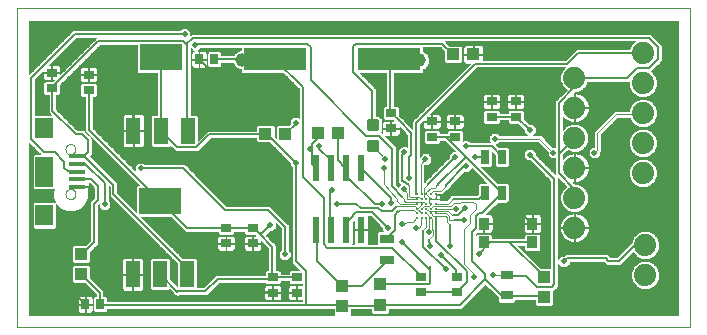
<source format=gtl>
G75*
G70*
%OFA0B0*%
%FSLAX24Y24*%
%IPPOS*%
%LPD*%
%AMOC8*
5,1,8,0,0,1.08239X$1,22.5*
%
%ADD10C,0.0000*%
%ADD11R,0.0480X0.0880*%
%ADD12R,0.1417X0.0866*%
%ADD13C,0.0087*%
%ADD14R,0.0236X0.0866*%
%ADD15R,0.0571X0.0157*%
%ADD16R,0.0591X0.0709*%
%ADD17R,0.0591X0.0984*%
%ADD18R,0.0433X0.0394*%
%ADD19R,0.0394X0.0433*%
%ADD20R,0.0472X0.0315*%
%ADD21R,0.0276X0.0354*%
%ADD22R,0.0354X0.0276*%
%ADD23R,0.2100X0.0760*%
%ADD24C,0.0455*%
%ADD25R,0.0394X0.0315*%
%ADD26R,0.0276X0.0472*%
%ADD27C,0.0118*%
%ADD28R,0.0354X0.0394*%
%ADD29C,0.0740*%
%ADD30C,0.0030*%
%ADD31C,0.0059*%
%ADD32C,0.0039*%
%ADD33C,0.0079*%
%ADD34C,0.0200*%
D10*
X001213Y000274D02*
X001213Y010904D01*
X023654Y010904D01*
X023654Y000274D01*
X001213Y000274D01*
X002834Y004707D02*
X002836Y004732D01*
X002842Y004757D01*
X002851Y004781D01*
X002864Y004803D01*
X002881Y004823D01*
X002900Y004840D01*
X002921Y004854D01*
X002945Y004864D01*
X002969Y004871D01*
X002995Y004874D01*
X003020Y004873D01*
X003045Y004868D01*
X003069Y004859D01*
X003092Y004847D01*
X003112Y004832D01*
X003130Y004813D01*
X003145Y004792D01*
X003156Y004769D01*
X003164Y004745D01*
X003168Y004720D01*
X003168Y004694D01*
X003164Y004669D01*
X003156Y004645D01*
X003145Y004622D01*
X003130Y004601D01*
X003112Y004582D01*
X003092Y004567D01*
X003069Y004555D01*
X003045Y004546D01*
X003020Y004541D01*
X002995Y004540D01*
X002969Y004543D01*
X002945Y004550D01*
X002921Y004560D01*
X002900Y004574D01*
X002881Y004591D01*
X002864Y004611D01*
X002851Y004633D01*
X002842Y004657D01*
X002836Y004682D01*
X002834Y004707D01*
X002834Y006203D02*
X002836Y006228D01*
X002842Y006253D01*
X002851Y006277D01*
X002864Y006299D01*
X002881Y006319D01*
X002900Y006336D01*
X002921Y006350D01*
X002945Y006360D01*
X002969Y006367D01*
X002995Y006370D01*
X003020Y006369D01*
X003045Y006364D01*
X003069Y006355D01*
X003092Y006343D01*
X003112Y006328D01*
X003130Y006309D01*
X003145Y006288D01*
X003156Y006265D01*
X003164Y006241D01*
X003168Y006216D01*
X003168Y006190D01*
X003164Y006165D01*
X003156Y006141D01*
X003145Y006118D01*
X003130Y006097D01*
X003112Y006078D01*
X003092Y006063D01*
X003069Y006051D01*
X003045Y006042D01*
X003020Y006037D01*
X002995Y006036D01*
X002969Y006039D01*
X002945Y006046D01*
X002921Y006056D01*
X002900Y006070D01*
X002881Y006087D01*
X002864Y006107D01*
X002851Y006129D01*
X002842Y006153D01*
X002836Y006178D01*
X002834Y006203D01*
D11*
X005099Y006818D03*
X006009Y006818D03*
X006919Y006818D03*
X006895Y002027D03*
X005985Y002027D03*
X005075Y002027D03*
D12*
X005985Y004467D03*
X006009Y009258D03*
D13*
X014548Y004695D03*
X014548Y004538D03*
X014706Y004538D03*
X014863Y004538D03*
X014863Y004695D03*
X015020Y004695D03*
X015020Y004538D03*
X015020Y004380D03*
X015020Y004223D03*
X014863Y004223D03*
X014863Y004380D03*
X014706Y004380D03*
X014706Y004223D03*
X014706Y004066D03*
X014863Y004066D03*
X015020Y004066D03*
X015178Y004066D03*
X015178Y004223D03*
X015178Y004380D03*
X015178Y004538D03*
X015178Y004695D03*
X014706Y004695D03*
X014548Y004380D03*
X014548Y004223D03*
X014548Y004066D03*
X014548Y003908D03*
X014706Y003908D03*
X014863Y003908D03*
X015020Y003908D03*
X015178Y003908D03*
D14*
X012692Y003514D03*
X012192Y003514D03*
X011692Y003514D03*
X011192Y003514D03*
X011192Y005562D03*
X011692Y005562D03*
X012192Y005562D03*
X012692Y005562D03*
D15*
X003207Y005455D03*
X003207Y005199D03*
X003207Y004943D03*
X003207Y005711D03*
X003207Y005967D03*
D16*
X002135Y006906D03*
X002135Y004004D03*
D17*
X002135Y005455D03*
D18*
X009493Y006723D03*
X010162Y006723D03*
X011245Y006731D03*
X011914Y006731D03*
X015757Y009361D03*
X016426Y009361D03*
D19*
X003359Y002707D03*
X003359Y002038D03*
X012064Y001629D03*
X012064Y000959D03*
X013320Y001022D03*
X013320Y001692D03*
X018784Y001943D03*
X018784Y001274D03*
D20*
X013536Y002506D03*
X013536Y003215D03*
D21*
X004001Y001030D03*
X003489Y001030D03*
X007284Y009198D03*
X007796Y009198D03*
D22*
X003603Y008688D03*
X003603Y008176D03*
X002371Y008235D03*
X002371Y008747D03*
X008186Y003581D03*
X008186Y003069D03*
X009072Y003069D03*
X009072Y003581D03*
X009741Y001928D03*
X010548Y001928D03*
X010548Y001416D03*
X009741Y001416D03*
X014701Y001429D03*
X014701Y001940D03*
X015892Y001948D03*
X015892Y001437D03*
X015816Y006613D03*
X015048Y006613D03*
X015048Y007125D03*
X015816Y007125D03*
X017036Y007282D03*
X017036Y007794D03*
X017843Y007794D03*
X017843Y007282D03*
X013679Y007413D03*
X013679Y006902D03*
D23*
X013614Y009206D03*
X009814Y009206D03*
D24*
X008725Y009181D03*
X014632Y009162D03*
D25*
X017536Y002001D03*
X017536Y001331D03*
D26*
X017375Y004754D03*
X016824Y004754D03*
X016824Y005936D03*
X017375Y005936D03*
D27*
X013218Y006173D02*
X012942Y006173D01*
X012942Y006449D01*
X013218Y006449D01*
X013218Y006173D01*
X013218Y006290D02*
X012942Y006290D01*
X012942Y006407D02*
X013218Y006407D01*
X013218Y006863D02*
X012942Y006863D01*
X012942Y007139D01*
X013218Y007139D01*
X013218Y006863D01*
X013218Y006980D02*
X012942Y006980D01*
X012942Y007097D02*
X013218Y007097D01*
D28*
X016780Y003723D03*
X016780Y003093D03*
X018394Y003093D03*
X018394Y003723D03*
D29*
X019796Y003581D03*
X019796Y004581D03*
X019796Y005581D03*
X019796Y006581D03*
X019796Y007581D03*
X019796Y008581D03*
X022080Y008408D03*
X022080Y007408D03*
X022080Y006408D03*
X022080Y005408D03*
X022158Y003006D03*
X022158Y002006D03*
X022080Y009408D03*
D30*
X021750Y009736D02*
X015549Y009736D01*
X015521Y009765D02*
X021779Y009765D01*
X021807Y009793D02*
X015492Y009793D01*
X015490Y009795D02*
X021809Y009795D01*
X021685Y009671D01*
X021628Y009533D01*
X019863Y009533D01*
X019790Y009460D01*
X019508Y009178D01*
X016758Y009178D01*
X016758Y009346D01*
X016441Y009346D01*
X016441Y009376D01*
X016411Y009376D01*
X016411Y009673D01*
X016194Y009673D01*
X016165Y009665D01*
X016139Y009650D01*
X016117Y009628D01*
X016102Y009602D01*
X016094Y009573D01*
X016094Y009376D01*
X016411Y009376D01*
X016411Y009346D01*
X016094Y009346D01*
X016094Y009149D01*
X016102Y009120D01*
X016117Y009093D01*
X016139Y009072D01*
X016165Y009057D01*
X016194Y009049D01*
X016308Y009049D01*
X014396Y007137D01*
X014396Y006888D01*
X014025Y007259D01*
X014011Y007259D01*
X013951Y007319D01*
X013951Y007591D01*
X013896Y007646D01*
X013779Y007646D01*
X013779Y008731D01*
X014703Y008731D01*
X014759Y008786D01*
X014759Y008865D01*
X014815Y008889D01*
X014906Y008979D01*
X014955Y009098D01*
X014955Y009226D01*
X014906Y009345D01*
X014815Y009435D01*
X014759Y009458D01*
X014759Y009598D01*
X015335Y009598D01*
X015445Y009488D01*
X015445Y009125D01*
X015501Y009069D01*
X016013Y009069D01*
X016068Y009125D01*
X016068Y009597D01*
X016013Y009653D01*
X015633Y009653D01*
X015490Y009795D01*
X015578Y009708D02*
X021722Y009708D01*
X021693Y009679D02*
X015606Y009679D01*
X015425Y009508D02*
X014759Y009508D01*
X014759Y009480D02*
X015445Y009480D01*
X015445Y009451D02*
X014776Y009451D01*
X014827Y009423D02*
X015445Y009423D01*
X015445Y009394D02*
X014856Y009394D01*
X014884Y009366D02*
X015445Y009366D01*
X015445Y009337D02*
X014909Y009337D01*
X014920Y009309D02*
X015445Y009309D01*
X015445Y009280D02*
X014932Y009280D01*
X014944Y009252D02*
X015445Y009252D01*
X015445Y009223D02*
X014955Y009223D01*
X014955Y009195D02*
X015445Y009195D01*
X015445Y009166D02*
X014955Y009166D01*
X014955Y009138D02*
X015445Y009138D01*
X015460Y009109D02*
X014955Y009109D01*
X014948Y009081D02*
X015489Y009081D01*
X016024Y009081D02*
X016130Y009081D01*
X016108Y009109D02*
X016053Y009109D01*
X016068Y009138D02*
X016097Y009138D01*
X016094Y009166D02*
X016068Y009166D01*
X016068Y009195D02*
X016094Y009195D01*
X016094Y009223D02*
X016068Y009223D01*
X016068Y009252D02*
X016094Y009252D01*
X016094Y009280D02*
X016068Y009280D01*
X016068Y009309D02*
X016094Y009309D01*
X016094Y009337D02*
X016068Y009337D01*
X016068Y009366D02*
X016411Y009366D01*
X016411Y009394D02*
X016441Y009394D01*
X016441Y009376D02*
X016441Y009673D01*
X016658Y009673D01*
X016687Y009665D01*
X016713Y009650D01*
X016735Y009628D01*
X016750Y009602D01*
X016758Y009573D01*
X016758Y009376D01*
X016441Y009376D01*
X016441Y009366D02*
X019696Y009366D01*
X019724Y009394D02*
X016758Y009394D01*
X016758Y009423D02*
X019753Y009423D01*
X019781Y009451D02*
X016758Y009451D01*
X016758Y009480D02*
X019810Y009480D01*
X019838Y009508D02*
X016758Y009508D01*
X016758Y009537D02*
X021630Y009537D01*
X021641Y009565D02*
X016758Y009565D01*
X016752Y009594D02*
X021653Y009594D01*
X021665Y009622D02*
X016738Y009622D01*
X016711Y009651D02*
X021677Y009651D01*
X022328Y010044D02*
X007028Y010044D01*
X006999Y010015D01*
X006999Y010119D01*
X006885Y010233D01*
X006723Y010233D01*
X006663Y010172D01*
X003087Y010172D01*
X001630Y008716D01*
X001628Y008714D01*
X001628Y010489D01*
X023239Y010489D01*
X023239Y000689D01*
X012341Y000689D01*
X012356Y000703D01*
X012356Y000858D01*
X013028Y000858D01*
X013028Y000766D01*
X013083Y000711D01*
X013556Y000711D01*
X013612Y000766D01*
X013612Y000888D01*
X016033Y000888D01*
X016824Y001679D01*
X017244Y001258D01*
X017244Y001134D01*
X017300Y001079D01*
X017772Y001079D01*
X017828Y001134D01*
X017828Y001173D01*
X018492Y001173D01*
X018492Y001018D01*
X018548Y000963D01*
X019020Y000963D01*
X019076Y001018D01*
X019076Y001488D01*
X019100Y001488D01*
X019169Y001557D01*
X019182Y001557D01*
X019261Y001636D01*
X019261Y002364D01*
X019361Y002264D01*
X019523Y002264D01*
X019637Y002378D01*
X019637Y002443D01*
X020784Y002443D01*
X020794Y002433D01*
X020872Y002354D01*
X021338Y002354D01*
X021417Y002433D01*
X021753Y002770D01*
X021764Y002743D01*
X021895Y002612D01*
X022066Y002541D01*
X022251Y002541D01*
X022422Y002612D01*
X022552Y002743D01*
X022623Y002914D01*
X022623Y003099D01*
X022552Y003270D01*
X022422Y003401D01*
X022251Y003471D01*
X022066Y003471D01*
X021895Y003401D01*
X021764Y003270D01*
X021693Y003099D01*
X021693Y003090D01*
X021670Y003066D01*
X021227Y002623D01*
X020984Y002623D01*
X020895Y002712D01*
X019504Y002712D01*
X019447Y002654D01*
X019361Y002654D01*
X019261Y002554D01*
X019261Y005239D01*
X019529Y004972D01*
X019402Y004845D01*
X019331Y004674D01*
X019331Y004489D01*
X019402Y004318D01*
X019533Y004187D01*
X019704Y004116D01*
X019889Y004116D01*
X020059Y004187D01*
X020190Y004318D01*
X020261Y004489D01*
X020261Y004674D01*
X020190Y004845D01*
X020059Y004975D01*
X019889Y005046D01*
X019806Y005046D01*
X019756Y005097D01*
X019758Y005096D01*
X019781Y005096D01*
X019781Y005566D01*
X019811Y005566D01*
X019811Y005096D01*
X019834Y005096D01*
X019910Y005108D01*
X019982Y005132D01*
X020050Y005166D01*
X020112Y005211D01*
X020166Y005265D01*
X020211Y005327D01*
X020246Y005395D01*
X020269Y005468D01*
X020281Y005543D01*
X020281Y005566D01*
X019811Y005566D01*
X019811Y005596D01*
X020281Y005596D01*
X020281Y005619D01*
X020269Y005695D01*
X020246Y005767D01*
X020211Y005835D01*
X020166Y005897D01*
X020112Y005951D01*
X020050Y005996D01*
X019982Y006031D01*
X019910Y006054D01*
X019834Y006066D01*
X019811Y006066D01*
X019811Y005596D01*
X019781Y005596D01*
X019781Y006066D01*
X019758Y006066D01*
X019682Y006054D01*
X019610Y006031D01*
X019542Y005996D01*
X019480Y005951D01*
X019426Y005897D01*
X019409Y005873D01*
X019409Y006010D01*
X019428Y006030D01*
X019570Y006171D01*
X019704Y006116D01*
X019889Y006116D01*
X020059Y006187D01*
X020190Y006318D01*
X020261Y006489D01*
X020261Y006674D01*
X020190Y006845D01*
X020059Y006975D01*
X019889Y007046D01*
X019704Y007046D01*
X019533Y006975D01*
X019409Y006852D01*
X019409Y007289D01*
X019426Y007265D01*
X019480Y007211D01*
X019542Y007166D01*
X019610Y007132D01*
X019682Y007108D01*
X019758Y007096D01*
X019781Y007096D01*
X019781Y007566D01*
X019811Y007566D01*
X019811Y007096D01*
X019834Y007096D01*
X019910Y007108D01*
X019982Y007132D01*
X020050Y007166D01*
X020112Y007211D01*
X020166Y007265D01*
X020211Y007327D01*
X020246Y007395D01*
X020269Y007468D01*
X020281Y007543D01*
X020281Y007566D01*
X019811Y007566D01*
X019811Y007596D01*
X020281Y007596D01*
X020281Y007619D01*
X020269Y007695D01*
X020246Y007767D01*
X020211Y007835D01*
X020166Y007897D01*
X020112Y007951D01*
X020050Y007996D01*
X019982Y008031D01*
X019910Y008054D01*
X019834Y008066D01*
X019811Y008066D01*
X019811Y007596D01*
X019781Y007596D01*
X019781Y008066D01*
X019772Y008066D01*
X019822Y008116D01*
X019889Y008116D01*
X020059Y008187D01*
X020190Y008318D01*
X020248Y008457D01*
X021615Y008457D01*
X021615Y008316D01*
X021685Y008145D01*
X021816Y008014D01*
X021987Y007943D01*
X022172Y007943D01*
X022343Y008014D01*
X022474Y008145D01*
X022545Y008316D01*
X022545Y008501D01*
X022474Y008671D01*
X022351Y008794D01*
X022643Y009087D01*
X022716Y009160D01*
X022716Y009656D01*
X022401Y009971D01*
X022328Y010044D01*
X022351Y010021D02*
X023239Y010021D01*
X023239Y009993D02*
X022380Y009993D01*
X022408Y009964D02*
X023239Y009964D01*
X023239Y009936D02*
X022437Y009936D01*
X022465Y009907D02*
X023239Y009907D01*
X023239Y009879D02*
X022494Y009879D01*
X022522Y009850D02*
X023239Y009850D01*
X023239Y009822D02*
X022551Y009822D01*
X022579Y009793D02*
X023239Y009793D01*
X023239Y009765D02*
X022608Y009765D01*
X022636Y009736D02*
X023239Y009736D01*
X023239Y009708D02*
X022665Y009708D01*
X022693Y009679D02*
X023239Y009679D01*
X023239Y009651D02*
X022716Y009651D01*
X022716Y009622D02*
X023239Y009622D01*
X023239Y009594D02*
X022716Y009594D01*
X022716Y009565D02*
X023239Y009565D01*
X023239Y009537D02*
X022716Y009537D01*
X022716Y009508D02*
X023239Y009508D01*
X023239Y009480D02*
X022716Y009480D01*
X022716Y009451D02*
X023239Y009451D01*
X023239Y009423D02*
X022716Y009423D01*
X022716Y009394D02*
X023239Y009394D01*
X023239Y009366D02*
X022716Y009366D01*
X022716Y009337D02*
X023239Y009337D01*
X023239Y009309D02*
X022716Y009309D01*
X022716Y009280D02*
X023239Y009280D01*
X023239Y009252D02*
X022716Y009252D01*
X022716Y009223D02*
X023239Y009223D01*
X023239Y009195D02*
X022716Y009195D01*
X022716Y009166D02*
X023239Y009166D01*
X023239Y009138D02*
X022694Y009138D01*
X022666Y009109D02*
X023239Y009109D01*
X023239Y009081D02*
X022637Y009081D01*
X022609Y009052D02*
X023239Y009052D01*
X023239Y009024D02*
X022580Y009024D01*
X022552Y008995D02*
X023239Y008995D01*
X023239Y008967D02*
X022523Y008967D01*
X022495Y008938D02*
X023239Y008938D01*
X023239Y008910D02*
X022466Y008910D01*
X022438Y008881D02*
X023239Y008881D01*
X023239Y008853D02*
X022409Y008853D01*
X022381Y008824D02*
X023239Y008824D01*
X023239Y008796D02*
X022352Y008796D01*
X022378Y008767D02*
X023239Y008767D01*
X023239Y008739D02*
X022406Y008739D01*
X022435Y008710D02*
X023239Y008710D01*
X023239Y008682D02*
X022463Y008682D01*
X022481Y008653D02*
X023239Y008653D01*
X023239Y008625D02*
X022493Y008625D01*
X022505Y008596D02*
X023239Y008596D01*
X023239Y008568D02*
X022517Y008568D01*
X022528Y008539D02*
X023239Y008539D01*
X023239Y008511D02*
X022540Y008511D01*
X022545Y008482D02*
X023239Y008482D01*
X023239Y008454D02*
X022545Y008454D01*
X022545Y008425D02*
X023239Y008425D01*
X023239Y008397D02*
X022545Y008397D01*
X022545Y008368D02*
X023239Y008368D01*
X023239Y008340D02*
X022545Y008340D01*
X022543Y008311D02*
X023239Y008311D01*
X023239Y008283D02*
X022531Y008283D01*
X022519Y008254D02*
X023239Y008254D01*
X023239Y008226D02*
X022507Y008226D01*
X022496Y008197D02*
X023239Y008197D01*
X023239Y008169D02*
X022484Y008169D01*
X022469Y008140D02*
X023239Y008140D01*
X023239Y008112D02*
X022441Y008112D01*
X022412Y008083D02*
X023239Y008083D01*
X023239Y008055D02*
X022384Y008055D01*
X022355Y008026D02*
X023239Y008026D01*
X023239Y007998D02*
X022304Y007998D01*
X022235Y007969D02*
X023239Y007969D01*
X023239Y007941D02*
X020122Y007941D01*
X020151Y007912D02*
X023239Y007912D01*
X023239Y007884D02*
X020176Y007884D01*
X020196Y007855D02*
X021944Y007855D01*
X021987Y007873D02*
X021816Y007802D01*
X021685Y007671D01*
X021615Y007501D01*
X021615Y007485D01*
X021146Y007485D01*
X020506Y006846D01*
X020439Y006778D01*
X020439Y006286D01*
X020385Y006286D01*
X020270Y006172D01*
X020270Y006010D01*
X020385Y005896D01*
X020546Y005896D01*
X020660Y006010D01*
X020660Y006124D01*
X020669Y006132D01*
X020669Y006683D01*
X021241Y007256D01*
X021639Y007256D01*
X021685Y007145D01*
X021816Y007014D01*
X021987Y006943D01*
X022172Y006943D01*
X022343Y007014D01*
X022474Y007145D01*
X022545Y007316D01*
X022545Y007501D01*
X022474Y007671D01*
X022343Y007802D01*
X022172Y007873D01*
X021987Y007873D01*
X021924Y007969D02*
X020087Y007969D01*
X020047Y007998D02*
X021855Y007998D01*
X021804Y008026D02*
X019991Y008026D01*
X019907Y008055D02*
X021775Y008055D01*
X021747Y008083D02*
X019789Y008083D01*
X019781Y008055D02*
X019811Y008055D01*
X019811Y008026D02*
X019781Y008026D01*
X019781Y007998D02*
X019811Y007998D01*
X019811Y007969D02*
X019781Y007969D01*
X019781Y007941D02*
X019811Y007941D01*
X019811Y007912D02*
X019781Y007912D01*
X019781Y007884D02*
X019811Y007884D01*
X019811Y007855D02*
X019781Y007855D01*
X019781Y007827D02*
X019811Y007827D01*
X019811Y007798D02*
X019781Y007798D01*
X019781Y007770D02*
X019811Y007770D01*
X019811Y007741D02*
X019781Y007741D01*
X019781Y007713D02*
X019811Y007713D01*
X019811Y007684D02*
X019781Y007684D01*
X019781Y007656D02*
X019811Y007656D01*
X019811Y007627D02*
X019781Y007627D01*
X019781Y007599D02*
X019811Y007599D01*
X019811Y007570D02*
X021643Y007570D01*
X021632Y007542D02*
X020281Y007542D01*
X020276Y007513D02*
X021620Y007513D01*
X021655Y007599D02*
X020281Y007599D01*
X020280Y007627D02*
X021667Y007627D01*
X021679Y007656D02*
X020275Y007656D01*
X020271Y007684D02*
X021698Y007684D01*
X021727Y007713D02*
X020263Y007713D01*
X020254Y007741D02*
X021755Y007741D01*
X021784Y007770D02*
X020244Y007770D01*
X020230Y007798D02*
X021812Y007798D01*
X021875Y007827D02*
X020215Y007827D01*
X020272Y007485D02*
X021146Y007485D01*
X021117Y007456D02*
X020265Y007456D01*
X020256Y007428D02*
X021089Y007428D01*
X021060Y007399D02*
X020247Y007399D01*
X020233Y007371D02*
X021032Y007371D01*
X021003Y007342D02*
X020219Y007342D01*
X020201Y007314D02*
X020975Y007314D01*
X020946Y007285D02*
X020180Y007285D01*
X020157Y007257D02*
X020918Y007257D01*
X020889Y007228D02*
X020129Y007228D01*
X020096Y007200D02*
X020861Y007200D01*
X020832Y007171D02*
X020057Y007171D01*
X020004Y007143D02*
X020804Y007143D01*
X020775Y007114D02*
X019928Y007114D01*
X019931Y007029D02*
X020690Y007029D01*
X020718Y007057D02*
X019409Y007057D01*
X019409Y007029D02*
X019661Y007029D01*
X019592Y007000D02*
X019409Y007000D01*
X019409Y006972D02*
X019529Y006972D01*
X019500Y006943D02*
X019409Y006943D01*
X019409Y006915D02*
X019472Y006915D01*
X019443Y006886D02*
X019409Y006886D01*
X019409Y006858D02*
X019415Y006858D01*
X019409Y007086D02*
X020747Y007086D01*
X020661Y007000D02*
X020000Y007000D01*
X020063Y006972D02*
X020633Y006972D01*
X020604Y006943D02*
X020092Y006943D01*
X020120Y006915D02*
X020576Y006915D01*
X020547Y006886D02*
X020149Y006886D01*
X020177Y006858D02*
X020519Y006858D01*
X020490Y006829D02*
X020197Y006829D01*
X020208Y006801D02*
X020462Y006801D01*
X020439Y006772D02*
X020220Y006772D01*
X020232Y006744D02*
X020439Y006744D01*
X020439Y006715D02*
X020244Y006715D01*
X020256Y006687D02*
X020439Y006687D01*
X020439Y006658D02*
X020261Y006658D01*
X020261Y006630D02*
X020439Y006630D01*
X020439Y006601D02*
X020261Y006601D01*
X020261Y006573D02*
X020439Y006573D01*
X020439Y006544D02*
X020261Y006544D01*
X020261Y006516D02*
X020439Y006516D01*
X020439Y006487D02*
X020260Y006487D01*
X020249Y006459D02*
X020439Y006459D01*
X020439Y006430D02*
X020237Y006430D01*
X020225Y006402D02*
X020439Y006402D01*
X020439Y006373D02*
X020213Y006373D01*
X020201Y006345D02*
X020439Y006345D01*
X020439Y006316D02*
X020189Y006316D01*
X020160Y006288D02*
X020439Y006288D01*
X020358Y006259D02*
X020132Y006259D01*
X020103Y006231D02*
X020329Y006231D01*
X020301Y006202D02*
X020075Y006202D01*
X020027Y006174D02*
X020272Y006174D01*
X020270Y006145D02*
X019958Y006145D01*
X019890Y006117D02*
X020270Y006117D01*
X020270Y006088D02*
X019487Y006088D01*
X019459Y006060D02*
X019717Y006060D01*
X019702Y006117D02*
X019516Y006117D01*
X019544Y006145D02*
X019634Y006145D01*
X019611Y006031D02*
X019430Y006031D01*
X019428Y006030D02*
X019428Y006030D01*
X019409Y006003D02*
X019555Y006003D01*
X019512Y005974D02*
X019409Y005974D01*
X019409Y005946D02*
X019475Y005946D01*
X019446Y005917D02*
X019409Y005917D01*
X019409Y005889D02*
X019420Y005889D01*
X019160Y005889D02*
X018633Y005889D01*
X018605Y005917D02*
X018995Y005917D01*
X019016Y005896D02*
X019160Y005896D01*
X019160Y005362D01*
X018505Y006017D01*
X018505Y006103D01*
X018391Y006217D01*
X018229Y006217D01*
X018115Y006103D01*
X018115Y005941D01*
X018229Y005827D01*
X018315Y005827D01*
X018992Y005150D01*
X018992Y002255D01*
X018661Y002255D01*
X017931Y002984D01*
X018122Y002984D01*
X018122Y002857D01*
X018178Y002801D01*
X018611Y002801D01*
X018667Y002857D01*
X018667Y003329D01*
X018611Y003385D01*
X018178Y003385D01*
X018122Y003329D01*
X018122Y003233D01*
X017066Y003233D01*
X017056Y003243D01*
X017052Y003243D01*
X017052Y003329D01*
X016997Y003385D01*
X016564Y003385D01*
X016515Y003336D01*
X016515Y003388D01*
X016551Y003424D01*
X016559Y003419D01*
X016588Y003411D01*
X016765Y003411D01*
X016765Y003708D01*
X016795Y003708D01*
X016795Y003411D01*
X016973Y003411D01*
X017002Y003419D01*
X017028Y003434D01*
X017050Y003456D01*
X017065Y003482D01*
X017072Y003511D01*
X017072Y003708D01*
X016795Y003708D01*
X016795Y003738D01*
X017072Y003738D01*
X017072Y003935D01*
X017065Y003964D01*
X017050Y003990D01*
X017028Y004012D01*
X017002Y004027D01*
X016973Y004035D01*
X016867Y004035D01*
X017255Y004423D01*
X017552Y004423D01*
X017608Y004479D01*
X017608Y005030D01*
X017552Y005086D01*
X017208Y005086D01*
X016689Y005604D01*
X017001Y005604D01*
X017056Y005660D01*
X017056Y006092D01*
X017142Y006006D01*
X017142Y005660D01*
X017198Y005604D01*
X017552Y005604D01*
X017608Y005660D01*
X017608Y006211D01*
X017552Y006267D01*
X017261Y006267D01*
X017169Y006359D01*
X017229Y006359D01*
X017310Y006439D01*
X018587Y006439D01*
X018902Y006124D01*
X018902Y006010D01*
X019016Y005896D01*
X018967Y005946D02*
X018576Y005946D01*
X018548Y005974D02*
X018938Y005974D01*
X018910Y006003D02*
X018519Y006003D01*
X018505Y006031D02*
X018902Y006031D01*
X018902Y006060D02*
X018505Y006060D01*
X018505Y006088D02*
X018902Y006088D01*
X018902Y006117D02*
X018491Y006117D01*
X018463Y006145D02*
X018881Y006145D01*
X018852Y006174D02*
X018434Y006174D01*
X018406Y006202D02*
X018824Y006202D01*
X018795Y006231D02*
X017588Y006231D01*
X017608Y006202D02*
X018214Y006202D01*
X018186Y006174D02*
X017608Y006174D01*
X017608Y006145D02*
X018157Y006145D01*
X018129Y006117D02*
X017608Y006117D01*
X017608Y006088D02*
X018115Y006088D01*
X018115Y006060D02*
X017608Y006060D01*
X017608Y006031D02*
X018115Y006031D01*
X018115Y006003D02*
X017608Y006003D01*
X017608Y005974D02*
X018115Y005974D01*
X018115Y005946D02*
X017608Y005946D01*
X017608Y005917D02*
X018139Y005917D01*
X018168Y005889D02*
X017608Y005889D01*
X017608Y005860D02*
X018196Y005860D01*
X018225Y005832D02*
X017608Y005832D01*
X017608Y005803D02*
X018339Y005803D01*
X018367Y005775D02*
X017608Y005775D01*
X017608Y005746D02*
X018396Y005746D01*
X018424Y005718D02*
X017608Y005718D01*
X017608Y005689D02*
X018453Y005689D01*
X018481Y005661D02*
X017608Y005661D01*
X017580Y005632D02*
X018510Y005632D01*
X018538Y005604D02*
X016690Y005604D01*
X016718Y005575D02*
X018567Y005575D01*
X018595Y005547D02*
X016747Y005547D01*
X016775Y005518D02*
X018624Y005518D01*
X018652Y005490D02*
X016804Y005490D01*
X016832Y005461D02*
X018681Y005461D01*
X018709Y005433D02*
X016861Y005433D01*
X016889Y005404D02*
X018738Y005404D01*
X018766Y005376D02*
X016918Y005376D01*
X016946Y005347D02*
X018795Y005347D01*
X018823Y005319D02*
X016975Y005319D01*
X017003Y005290D02*
X018852Y005290D01*
X018880Y005262D02*
X017032Y005262D01*
X017060Y005233D02*
X018909Y005233D01*
X018937Y005205D02*
X017089Y005205D01*
X017117Y005176D02*
X018966Y005176D01*
X018992Y005148D02*
X017146Y005148D01*
X017174Y005119D02*
X018992Y005119D01*
X018992Y005091D02*
X017203Y005091D01*
X016856Y005086D02*
X016646Y005086D01*
X016591Y005030D01*
X016591Y004700D01*
X016551Y004661D01*
X015818Y004661D01*
X015808Y004670D01*
X015713Y004670D01*
X015708Y004665D01*
X015680Y004665D01*
X015602Y004587D01*
X015602Y004559D01*
X015538Y004495D01*
X015330Y004495D01*
X015336Y004517D01*
X015336Y004531D01*
X015185Y004531D01*
X015185Y004537D01*
X015199Y004537D01*
X015227Y004545D01*
X015336Y004545D01*
X015336Y004559D01*
X015325Y004599D01*
X015315Y004617D01*
X015325Y004634D01*
X015336Y004675D01*
X015336Y004689D01*
X015227Y004689D01*
X015199Y004696D01*
X015185Y004696D01*
X015185Y004697D01*
X015385Y004697D01*
X015542Y004854D01*
X015570Y004854D01*
X015649Y004933D01*
X015649Y004953D01*
X016130Y005434D01*
X016255Y005434D01*
X016369Y005548D01*
X016369Y005572D01*
X016856Y005086D01*
X016851Y005091D02*
X015787Y005091D01*
X015815Y005119D02*
X016822Y005119D01*
X016794Y005148D02*
X015844Y005148D01*
X015872Y005176D02*
X016765Y005176D01*
X016737Y005205D02*
X015901Y005205D01*
X015929Y005233D02*
X016708Y005233D01*
X016680Y005262D02*
X015958Y005262D01*
X015986Y005290D02*
X016651Y005290D01*
X016623Y005319D02*
X016015Y005319D01*
X016043Y005347D02*
X016594Y005347D01*
X016566Y005376D02*
X016072Y005376D01*
X016100Y005404D02*
X016537Y005404D01*
X016509Y005433D02*
X016129Y005433D01*
X016283Y005461D02*
X016480Y005461D01*
X016452Y005490D02*
X016311Y005490D01*
X016340Y005518D02*
X016423Y005518D01*
X016395Y005547D02*
X016368Y005547D01*
X017029Y005632D02*
X017170Y005632D01*
X017142Y005661D02*
X017056Y005661D01*
X017056Y005689D02*
X017142Y005689D01*
X017142Y005718D02*
X017056Y005718D01*
X017056Y005746D02*
X017142Y005746D01*
X017142Y005775D02*
X017056Y005775D01*
X017056Y005803D02*
X017142Y005803D01*
X017142Y005832D02*
X017056Y005832D01*
X017056Y005860D02*
X017142Y005860D01*
X017142Y005889D02*
X017056Y005889D01*
X017056Y005917D02*
X017142Y005917D01*
X017142Y005946D02*
X017056Y005946D01*
X017056Y005974D02*
X017142Y005974D01*
X017142Y006003D02*
X017056Y006003D01*
X017056Y006031D02*
X017117Y006031D01*
X017088Y006060D02*
X017056Y006060D01*
X017056Y006088D02*
X017060Y006088D01*
X017240Y006288D02*
X018738Y006288D01*
X018710Y006316D02*
X017212Y006316D01*
X017183Y006345D02*
X018681Y006345D01*
X018653Y006373D02*
X017244Y006373D01*
X017272Y006402D02*
X018624Y006402D01*
X018596Y006430D02*
X017301Y006430D01*
X016994Y006432D02*
X016953Y006473D01*
X016953Y006634D01*
X017068Y006749D01*
X017229Y006749D01*
X017310Y006668D01*
X018205Y006668D01*
X018115Y006758D01*
X018115Y006844D01*
X017910Y007049D01*
X017627Y007049D01*
X017571Y007105D01*
X017571Y007158D01*
X017308Y007158D01*
X017308Y007105D01*
X017253Y007049D01*
X016820Y007049D01*
X016764Y007105D01*
X016764Y007459D01*
X016820Y007515D01*
X017253Y007515D01*
X017308Y007459D01*
X017308Y007407D01*
X017571Y007407D01*
X017571Y007459D01*
X017627Y007515D01*
X018060Y007515D01*
X018115Y007459D01*
X018115Y007224D01*
X018305Y007034D01*
X018391Y007034D01*
X018505Y006920D01*
X018505Y006758D01*
X018415Y006668D01*
X018682Y006668D01*
X018749Y006601D01*
X019160Y006601D01*
X019160Y006573D02*
X018778Y006573D01*
X018749Y006601D02*
X019064Y006286D01*
X019160Y006286D01*
X019160Y007806D01*
X019233Y007879D01*
X019538Y008185D01*
X019533Y008187D01*
X019402Y008318D01*
X019331Y008489D01*
X019331Y008674D01*
X019402Y008845D01*
X019486Y008929D01*
X016541Y008929D01*
X014989Y007377D01*
X015033Y007377D01*
X015033Y007140D01*
X015063Y007140D01*
X015063Y007377D01*
X015240Y007377D01*
X015270Y007370D01*
X015296Y007354D01*
X015317Y007333D01*
X015332Y007307D01*
X015340Y007278D01*
X015340Y007140D01*
X015063Y007140D01*
X015063Y007110D01*
X015340Y007110D01*
X015340Y006972D01*
X015524Y006972D01*
X015531Y006942D01*
X015547Y006916D01*
X015568Y006895D01*
X015594Y006880D01*
X015623Y006872D01*
X015801Y006872D01*
X015801Y007110D01*
X015524Y007110D01*
X015524Y006972D01*
X015524Y007000D02*
X015340Y007000D01*
X015340Y006972D02*
X015332Y006942D01*
X015317Y006916D01*
X015296Y006895D01*
X015270Y006880D01*
X015240Y006872D01*
X015063Y006872D01*
X015063Y007110D01*
X015033Y007110D01*
X014756Y007110D01*
X014756Y006972D01*
X014645Y006972D01*
X014645Y007000D02*
X014756Y007000D01*
X014756Y006972D02*
X014764Y006942D01*
X014779Y006916D01*
X014800Y006895D01*
X014826Y006880D01*
X014856Y006872D01*
X015033Y006872D01*
X015033Y007110D01*
X015033Y007140D01*
X014756Y007140D01*
X014756Y007144D01*
X014645Y007034D01*
X014645Y005950D01*
X014755Y006060D01*
X014916Y006060D01*
X015030Y005946D01*
X015625Y005946D01*
X015625Y005938D02*
X014793Y005106D01*
X014793Y005660D01*
X014803Y005670D01*
X014916Y005670D01*
X015030Y005784D01*
X015030Y005946D01*
X015030Y005917D02*
X015603Y005917D01*
X015625Y005938D02*
X015625Y006024D01*
X015739Y006138D01*
X015803Y006138D01*
X015453Y006488D01*
X015320Y006488D01*
X015320Y006436D01*
X015265Y006380D01*
X014832Y006380D01*
X014776Y006436D01*
X014776Y006790D01*
X014832Y006846D01*
X015265Y006846D01*
X015320Y006790D01*
X015320Y006737D01*
X015544Y006737D01*
X015544Y006790D01*
X015599Y006846D01*
X016032Y006846D01*
X016088Y006790D01*
X016088Y006487D01*
X016093Y006493D01*
X016255Y006493D01*
X016315Y006432D01*
X016994Y006432D01*
X016968Y006459D02*
X016289Y006459D01*
X016260Y006487D02*
X016953Y006487D01*
X016953Y006516D02*
X016088Y006516D01*
X016088Y006544D02*
X016953Y006544D01*
X016953Y006573D02*
X016088Y006573D01*
X016088Y006601D02*
X016953Y006601D01*
X016953Y006630D02*
X016088Y006630D01*
X016088Y006658D02*
X016977Y006658D01*
X017006Y006687D02*
X016088Y006687D01*
X016088Y006715D02*
X017034Y006715D01*
X017063Y006744D02*
X016088Y006744D01*
X016088Y006772D02*
X018115Y006772D01*
X018115Y006801D02*
X016077Y006801D01*
X016049Y006829D02*
X018115Y006829D01*
X018101Y006858D02*
X014645Y006858D01*
X014645Y006886D02*
X014815Y006886D01*
X014780Y006915D02*
X014645Y006915D01*
X014645Y006943D02*
X014763Y006943D01*
X014756Y007029D02*
X014645Y007029D01*
X014669Y007057D02*
X014756Y007057D01*
X014756Y007086D02*
X014697Y007086D01*
X014726Y007114D02*
X015033Y007114D01*
X015033Y007086D02*
X015063Y007086D01*
X015063Y007114D02*
X015801Y007114D01*
X015801Y007110D02*
X015801Y007140D01*
X015801Y007377D01*
X015623Y007377D01*
X015594Y007370D01*
X015568Y007354D01*
X015547Y007333D01*
X015531Y007307D01*
X015524Y007278D01*
X015524Y007140D01*
X015801Y007140D01*
X015831Y007140D01*
X015831Y007377D01*
X016008Y007377D01*
X016037Y007370D01*
X016064Y007354D01*
X016085Y007333D01*
X016100Y007307D01*
X016108Y007278D01*
X016108Y007140D01*
X015831Y007140D01*
X015831Y007110D01*
X016108Y007110D01*
X016108Y006972D01*
X017987Y006972D01*
X017959Y007000D02*
X016108Y007000D01*
X016108Y006972D02*
X016100Y006942D01*
X016085Y006916D01*
X016064Y006895D01*
X016037Y006880D01*
X016008Y006872D01*
X015831Y006872D01*
X015831Y007110D01*
X015801Y007110D01*
X015801Y007086D02*
X015831Y007086D01*
X015831Y007114D02*
X016764Y007114D01*
X016764Y007143D02*
X016108Y007143D01*
X016108Y007171D02*
X016764Y007171D01*
X016764Y007200D02*
X016108Y007200D01*
X016108Y007228D02*
X016764Y007228D01*
X016764Y007257D02*
X016108Y007257D01*
X016106Y007285D02*
X016764Y007285D01*
X016764Y007314D02*
X016096Y007314D01*
X016076Y007342D02*
X016764Y007342D01*
X016764Y007371D02*
X016033Y007371D01*
X015831Y007371D02*
X015801Y007371D01*
X015801Y007342D02*
X015831Y007342D01*
X015831Y007314D02*
X015801Y007314D01*
X015801Y007285D02*
X015831Y007285D01*
X015831Y007257D02*
X015801Y007257D01*
X015801Y007228D02*
X015831Y007228D01*
X015831Y007200D02*
X015801Y007200D01*
X015801Y007171D02*
X015831Y007171D01*
X015831Y007143D02*
X015801Y007143D01*
X015801Y007057D02*
X015831Y007057D01*
X015831Y007029D02*
X015801Y007029D01*
X015801Y007000D02*
X015831Y007000D01*
X015831Y006972D02*
X015801Y006972D01*
X015801Y006943D02*
X015831Y006943D01*
X015831Y006915D02*
X015801Y006915D01*
X015801Y006886D02*
X015831Y006886D01*
X016049Y006886D02*
X018073Y006886D01*
X018044Y006915D02*
X016084Y006915D01*
X016100Y006943D02*
X018016Y006943D01*
X017930Y007029D02*
X016108Y007029D01*
X016108Y007057D02*
X016812Y007057D01*
X016783Y007086D02*
X016108Y007086D01*
X015583Y006886D02*
X015281Y006886D01*
X015316Y006915D02*
X015548Y006915D01*
X015531Y006943D02*
X015333Y006943D01*
X015340Y007029D02*
X015524Y007029D01*
X015524Y007057D02*
X015340Y007057D01*
X015340Y007086D02*
X015524Y007086D01*
X015524Y007143D02*
X015340Y007143D01*
X015340Y007171D02*
X015524Y007171D01*
X015524Y007200D02*
X015340Y007200D01*
X015340Y007228D02*
X015524Y007228D01*
X015524Y007257D02*
X015340Y007257D01*
X015338Y007285D02*
X015526Y007285D01*
X015535Y007314D02*
X015328Y007314D01*
X015308Y007342D02*
X015556Y007342D01*
X015599Y007371D02*
X015265Y007371D01*
X015125Y007513D02*
X016818Y007513D01*
X016815Y007549D02*
X016844Y007541D01*
X017021Y007541D01*
X017021Y007779D01*
X016744Y007779D01*
X016744Y007641D01*
X016752Y007612D01*
X016767Y007585D01*
X016788Y007564D01*
X016815Y007549D01*
X016841Y007542D02*
X015153Y007542D01*
X015182Y007570D02*
X016782Y007570D01*
X016759Y007599D02*
X015210Y007599D01*
X015239Y007627D02*
X016748Y007627D01*
X016744Y007656D02*
X015267Y007656D01*
X015296Y007684D02*
X016744Y007684D01*
X016744Y007713D02*
X015324Y007713D01*
X015353Y007741D02*
X016744Y007741D01*
X016744Y007770D02*
X015381Y007770D01*
X015410Y007798D02*
X017021Y007798D01*
X017021Y007809D02*
X017021Y007779D01*
X017051Y007779D01*
X017051Y007541D01*
X017229Y007541D01*
X017258Y007549D01*
X017284Y007564D01*
X017305Y007585D01*
X017321Y007612D01*
X017328Y007641D01*
X017328Y007779D01*
X017051Y007779D01*
X017051Y007809D01*
X017021Y007809D01*
X016744Y007809D01*
X016744Y007947D01*
X016752Y007976D01*
X016767Y008002D01*
X016788Y008024D01*
X016815Y008039D01*
X016844Y008047D01*
X017021Y008047D01*
X017021Y007809D01*
X017021Y007827D02*
X017051Y007827D01*
X017051Y007809D02*
X017051Y008047D01*
X017229Y008047D01*
X017258Y008039D01*
X017284Y008024D01*
X017305Y008002D01*
X017321Y007976D01*
X017328Y007947D01*
X017328Y007809D01*
X017051Y007809D01*
X017051Y007798D02*
X017828Y007798D01*
X017828Y007809D02*
X017828Y007779D01*
X017551Y007779D01*
X017551Y007641D01*
X017559Y007612D01*
X017574Y007585D01*
X017596Y007564D01*
X017622Y007549D01*
X017651Y007541D01*
X017828Y007541D01*
X017828Y007779D01*
X017858Y007779D01*
X017858Y007541D01*
X018036Y007541D01*
X018065Y007549D01*
X018091Y007564D01*
X018112Y007585D01*
X018128Y007612D01*
X018135Y007641D01*
X018135Y007779D01*
X017858Y007779D01*
X017858Y007809D01*
X017828Y007809D01*
X017551Y007809D01*
X017551Y007947D01*
X017559Y007976D01*
X017574Y008002D01*
X017596Y008024D01*
X017622Y008039D01*
X017651Y008047D01*
X017828Y008047D01*
X017828Y007809D01*
X017828Y007827D02*
X017858Y007827D01*
X017858Y007809D02*
X017858Y008047D01*
X018036Y008047D01*
X018065Y008039D01*
X018091Y008024D01*
X018112Y008002D01*
X018128Y007976D01*
X018135Y007947D01*
X018135Y007809D01*
X017858Y007809D01*
X017858Y007798D02*
X019160Y007798D01*
X019160Y007770D02*
X018135Y007770D01*
X018135Y007741D02*
X019160Y007741D01*
X019160Y007713D02*
X018135Y007713D01*
X018135Y007684D02*
X019160Y007684D01*
X019160Y007656D02*
X018135Y007656D01*
X018132Y007627D02*
X019160Y007627D01*
X019160Y007599D02*
X018120Y007599D01*
X018097Y007570D02*
X019160Y007570D01*
X019160Y007542D02*
X018038Y007542D01*
X018061Y007513D02*
X019160Y007513D01*
X019160Y007485D02*
X018090Y007485D01*
X018115Y007456D02*
X019160Y007456D01*
X019160Y007428D02*
X018115Y007428D01*
X018115Y007399D02*
X019160Y007399D01*
X019160Y007371D02*
X018115Y007371D01*
X018115Y007342D02*
X019160Y007342D01*
X019160Y007314D02*
X018115Y007314D01*
X018115Y007285D02*
X019160Y007285D01*
X019160Y007257D02*
X018115Y007257D01*
X018115Y007228D02*
X019160Y007228D01*
X019160Y007200D02*
X018139Y007200D01*
X018168Y007171D02*
X019160Y007171D01*
X019160Y007143D02*
X018196Y007143D01*
X018225Y007114D02*
X019160Y007114D01*
X019160Y007086D02*
X018253Y007086D01*
X018282Y007057D02*
X019160Y007057D01*
X019160Y007029D02*
X018396Y007029D01*
X018425Y007000D02*
X019160Y007000D01*
X019160Y006972D02*
X018453Y006972D01*
X018482Y006943D02*
X019160Y006943D01*
X019160Y006915D02*
X018505Y006915D01*
X018505Y006886D02*
X019160Y006886D01*
X019160Y006858D02*
X018505Y006858D01*
X018505Y006829D02*
X019160Y006829D01*
X019160Y006801D02*
X018505Y006801D01*
X018505Y006772D02*
X019160Y006772D01*
X019160Y006744D02*
X018490Y006744D01*
X018462Y006715D02*
X019160Y006715D01*
X019160Y006687D02*
X018433Y006687D01*
X018186Y006687D02*
X017291Y006687D01*
X017263Y006715D02*
X018158Y006715D01*
X018129Y006744D02*
X017234Y006744D01*
X017261Y007057D02*
X017619Y007057D01*
X017590Y007086D02*
X017289Y007086D01*
X017308Y007114D02*
X017571Y007114D01*
X017571Y007143D02*
X017308Y007143D01*
X017308Y007428D02*
X017571Y007428D01*
X017571Y007456D02*
X017308Y007456D01*
X017283Y007485D02*
X017597Y007485D01*
X017625Y007513D02*
X017254Y007513D01*
X017231Y007542D02*
X017648Y007542D01*
X017589Y007570D02*
X017290Y007570D01*
X017313Y007599D02*
X017566Y007599D01*
X017555Y007627D02*
X017325Y007627D01*
X017328Y007656D02*
X017551Y007656D01*
X017551Y007684D02*
X017328Y007684D01*
X017328Y007713D02*
X017551Y007713D01*
X017551Y007741D02*
X017328Y007741D01*
X017328Y007770D02*
X017551Y007770D01*
X017551Y007827D02*
X017328Y007827D01*
X017328Y007855D02*
X017551Y007855D01*
X017551Y007884D02*
X017328Y007884D01*
X017328Y007912D02*
X017551Y007912D01*
X017551Y007941D02*
X017328Y007941D01*
X017322Y007969D02*
X017557Y007969D01*
X017572Y007998D02*
X017308Y007998D01*
X017280Y008026D02*
X017600Y008026D01*
X017828Y008026D02*
X017858Y008026D01*
X017858Y007998D02*
X017828Y007998D01*
X017828Y007969D02*
X017858Y007969D01*
X017858Y007941D02*
X017828Y007941D01*
X017828Y007912D02*
X017858Y007912D01*
X017858Y007884D02*
X017828Y007884D01*
X017828Y007855D02*
X017858Y007855D01*
X017858Y007770D02*
X017828Y007770D01*
X017828Y007741D02*
X017858Y007741D01*
X017858Y007713D02*
X017828Y007713D01*
X017828Y007684D02*
X017858Y007684D01*
X017858Y007656D02*
X017828Y007656D01*
X017828Y007627D02*
X017858Y007627D01*
X017858Y007599D02*
X017828Y007599D01*
X017828Y007570D02*
X017858Y007570D01*
X017858Y007542D02*
X017828Y007542D01*
X018135Y007827D02*
X019180Y007827D01*
X019209Y007855D02*
X018135Y007855D01*
X018135Y007884D02*
X019237Y007884D01*
X019266Y007912D02*
X018135Y007912D01*
X018135Y007941D02*
X019294Y007941D01*
X019323Y007969D02*
X018129Y007969D01*
X018115Y007998D02*
X019351Y007998D01*
X019380Y008026D02*
X018087Y008026D01*
X017051Y008026D02*
X017021Y008026D01*
X017021Y007998D02*
X017051Y007998D01*
X017051Y007969D02*
X017021Y007969D01*
X017021Y007941D02*
X017051Y007941D01*
X017051Y007912D02*
X017021Y007912D01*
X017021Y007884D02*
X017051Y007884D01*
X017051Y007855D02*
X017021Y007855D01*
X017021Y007770D02*
X017051Y007770D01*
X017051Y007741D02*
X017021Y007741D01*
X017021Y007713D02*
X017051Y007713D01*
X017051Y007684D02*
X017021Y007684D01*
X017021Y007656D02*
X017051Y007656D01*
X017051Y007627D02*
X017021Y007627D01*
X017021Y007599D02*
X017051Y007599D01*
X017051Y007570D02*
X017021Y007570D01*
X017021Y007542D02*
X017051Y007542D01*
X016790Y007485D02*
X015096Y007485D01*
X015068Y007456D02*
X016764Y007456D01*
X016764Y007428D02*
X015039Y007428D01*
X015011Y007399D02*
X016764Y007399D01*
X016744Y007827D02*
X015438Y007827D01*
X015467Y007855D02*
X016744Y007855D01*
X016744Y007884D02*
X015495Y007884D01*
X015524Y007912D02*
X016744Y007912D01*
X016744Y007941D02*
X015552Y007941D01*
X015581Y007969D02*
X016750Y007969D01*
X016764Y007998D02*
X015609Y007998D01*
X015638Y008026D02*
X016793Y008026D01*
X015951Y008340D02*
X019393Y008340D01*
X019381Y008368D02*
X015980Y008368D01*
X016008Y008397D02*
X019369Y008397D01*
X019357Y008425D02*
X016037Y008425D01*
X016065Y008454D02*
X019346Y008454D01*
X019334Y008482D02*
X016094Y008482D01*
X016122Y008511D02*
X019331Y008511D01*
X019331Y008539D02*
X016151Y008539D01*
X016179Y008568D02*
X019331Y008568D01*
X019331Y008596D02*
X016208Y008596D01*
X016236Y008625D02*
X019331Y008625D01*
X019331Y008653D02*
X016265Y008653D01*
X016293Y008682D02*
X019334Y008682D01*
X019346Y008710D02*
X016322Y008710D01*
X016350Y008739D02*
X019358Y008739D01*
X019370Y008767D02*
X016379Y008767D01*
X016407Y008796D02*
X019382Y008796D01*
X019393Y008824D02*
X016436Y008824D01*
X016464Y008853D02*
X019410Y008853D01*
X019438Y008881D02*
X016493Y008881D01*
X016521Y008910D02*
X019467Y008910D01*
X019525Y009195D02*
X016758Y009195D01*
X016758Y009223D02*
X019553Y009223D01*
X019582Y009252D02*
X016758Y009252D01*
X016758Y009280D02*
X019610Y009280D01*
X019639Y009309D02*
X016758Y009309D01*
X016758Y009337D02*
X019667Y009337D01*
X020247Y008454D02*
X021615Y008454D01*
X021615Y008425D02*
X020235Y008425D01*
X020223Y008397D02*
X021615Y008397D01*
X021615Y008368D02*
X020211Y008368D01*
X020199Y008340D02*
X021615Y008340D01*
X021616Y008311D02*
X020184Y008311D01*
X020155Y008283D02*
X021628Y008283D01*
X021640Y008254D02*
X020127Y008254D01*
X020098Y008226D02*
X021652Y008226D01*
X021664Y008197D02*
X020070Y008197D01*
X020015Y008169D02*
X021675Y008169D01*
X021690Y008140D02*
X019946Y008140D01*
X019818Y008112D02*
X021718Y008112D01*
X022215Y007855D02*
X023239Y007855D01*
X023239Y007827D02*
X022284Y007827D01*
X022347Y007798D02*
X023239Y007798D01*
X023239Y007770D02*
X022375Y007770D01*
X022404Y007741D02*
X023239Y007741D01*
X023239Y007713D02*
X022432Y007713D01*
X022461Y007684D02*
X023239Y007684D01*
X023239Y007656D02*
X022480Y007656D01*
X022492Y007627D02*
X023239Y007627D01*
X023239Y007599D02*
X022504Y007599D01*
X022516Y007570D02*
X023239Y007570D01*
X023239Y007542D02*
X022527Y007542D01*
X022539Y007513D02*
X023239Y007513D01*
X023239Y007485D02*
X022545Y007485D01*
X022545Y007456D02*
X023239Y007456D01*
X023239Y007428D02*
X022545Y007428D01*
X022545Y007399D02*
X023239Y007399D01*
X023239Y007371D02*
X022545Y007371D01*
X022545Y007342D02*
X023239Y007342D01*
X023239Y007314D02*
X022544Y007314D01*
X022532Y007285D02*
X023239Y007285D01*
X023239Y007257D02*
X022520Y007257D01*
X022508Y007228D02*
X023239Y007228D01*
X023239Y007200D02*
X022497Y007200D01*
X022485Y007171D02*
X023239Y007171D01*
X023239Y007143D02*
X022472Y007143D01*
X022443Y007114D02*
X023239Y007114D01*
X023239Y007086D02*
X022415Y007086D01*
X022386Y007057D02*
X023239Y007057D01*
X023239Y007029D02*
X022358Y007029D01*
X022310Y007000D02*
X023239Y007000D01*
X023239Y006972D02*
X022241Y006972D01*
X022173Y006943D02*
X023239Y006943D01*
X023239Y006915D02*
X020900Y006915D01*
X020928Y006943D02*
X021987Y006943D01*
X021987Y006873D02*
X021816Y006802D01*
X021685Y006671D01*
X021615Y006501D01*
X021615Y006316D01*
X020669Y006316D01*
X020669Y006288D02*
X021626Y006288D01*
X021615Y006316D02*
X021685Y006145D01*
X020669Y006145D01*
X020669Y006174D02*
X021673Y006174D01*
X021661Y006202D02*
X020669Y006202D01*
X020669Y006231D02*
X021650Y006231D01*
X021638Y006259D02*
X020669Y006259D01*
X020669Y006345D02*
X021615Y006345D01*
X021615Y006373D02*
X020669Y006373D01*
X020669Y006402D02*
X021615Y006402D01*
X021615Y006430D02*
X020669Y006430D01*
X020669Y006459D02*
X021615Y006459D01*
X021615Y006487D02*
X020669Y006487D01*
X020669Y006516D02*
X021621Y006516D01*
X021633Y006544D02*
X020669Y006544D01*
X020669Y006573D02*
X021644Y006573D01*
X021656Y006601D02*
X020669Y006601D01*
X020669Y006630D02*
X021668Y006630D01*
X021680Y006658D02*
X020669Y006658D01*
X020672Y006687D02*
X021701Y006687D01*
X021729Y006715D02*
X020700Y006715D01*
X020729Y006744D02*
X021758Y006744D01*
X021786Y006772D02*
X020757Y006772D01*
X020786Y006801D02*
X021815Y006801D01*
X021881Y006829D02*
X020814Y006829D01*
X020843Y006858D02*
X021950Y006858D01*
X021987Y006873D02*
X022172Y006873D01*
X022343Y006802D01*
X022474Y006671D01*
X022545Y006501D01*
X022545Y006316D01*
X023239Y006316D01*
X023239Y006288D02*
X022533Y006288D01*
X022545Y006316D02*
X022474Y006145D01*
X023239Y006145D01*
X023239Y006117D02*
X022446Y006117D01*
X022474Y006145D02*
X022343Y006014D01*
X022172Y005943D01*
X021987Y005943D01*
X021816Y006014D01*
X021685Y006145D01*
X021713Y006117D02*
X020660Y006117D01*
X020660Y006088D02*
X021742Y006088D01*
X021770Y006060D02*
X020660Y006060D01*
X020660Y006031D02*
X021799Y006031D01*
X021843Y006003D02*
X020653Y006003D01*
X020624Y005974D02*
X021912Y005974D01*
X021981Y005946D02*
X020596Y005946D01*
X020567Y005917D02*
X023239Y005917D01*
X023239Y005889D02*
X020172Y005889D01*
X020193Y005860D02*
X021956Y005860D01*
X021987Y005873D02*
X021816Y005802D01*
X021685Y005671D01*
X021615Y005501D01*
X021615Y005316D01*
X021685Y005145D01*
X021816Y005014D01*
X021987Y004943D01*
X022172Y004943D01*
X022343Y005014D01*
X022474Y005145D01*
X022545Y005316D01*
X022545Y005501D01*
X022474Y005671D01*
X022343Y005802D01*
X022172Y005873D01*
X021987Y005873D01*
X021887Y005832D02*
X020213Y005832D01*
X020227Y005803D02*
X021818Y005803D01*
X021789Y005775D02*
X020242Y005775D01*
X020252Y005746D02*
X021760Y005746D01*
X021732Y005718D02*
X020262Y005718D01*
X020270Y005689D02*
X021703Y005689D01*
X021681Y005661D02*
X020275Y005661D01*
X020279Y005632D02*
X021669Y005632D01*
X021657Y005604D02*
X020281Y005604D01*
X020281Y005547D02*
X021634Y005547D01*
X021645Y005575D02*
X019811Y005575D01*
X019811Y005547D02*
X019781Y005547D01*
X019781Y005518D02*
X019811Y005518D01*
X019811Y005490D02*
X019781Y005490D01*
X019781Y005461D02*
X019811Y005461D01*
X019811Y005433D02*
X019781Y005433D01*
X019781Y005404D02*
X019811Y005404D01*
X019811Y005376D02*
X019781Y005376D01*
X019781Y005347D02*
X019811Y005347D01*
X019811Y005319D02*
X019781Y005319D01*
X019781Y005290D02*
X019811Y005290D01*
X019811Y005262D02*
X019781Y005262D01*
X019781Y005233D02*
X019811Y005233D01*
X019811Y005205D02*
X019781Y005205D01*
X019781Y005176D02*
X019811Y005176D01*
X019811Y005148D02*
X019781Y005148D01*
X019781Y005119D02*
X019811Y005119D01*
X019762Y005091D02*
X021739Y005091D01*
X021711Y005119D02*
X019944Y005119D01*
X020013Y005148D02*
X021684Y005148D01*
X021672Y005176D02*
X020064Y005176D01*
X020103Y005205D02*
X021660Y005205D01*
X021649Y005233D02*
X020134Y005233D01*
X020162Y005262D02*
X021637Y005262D01*
X021625Y005290D02*
X020184Y005290D01*
X020205Y005319D02*
X021615Y005319D01*
X021615Y005347D02*
X020221Y005347D01*
X020236Y005376D02*
X021615Y005376D01*
X021615Y005404D02*
X020248Y005404D01*
X020258Y005433D02*
X021615Y005433D01*
X021615Y005461D02*
X020267Y005461D01*
X020273Y005490D02*
X021615Y005490D01*
X021622Y005518D02*
X020277Y005518D01*
X019811Y005604D02*
X019781Y005604D01*
X019781Y005632D02*
X019811Y005632D01*
X019811Y005661D02*
X019781Y005661D01*
X019781Y005689D02*
X019811Y005689D01*
X019811Y005718D02*
X019781Y005718D01*
X019781Y005746D02*
X019811Y005746D01*
X019811Y005775D02*
X019781Y005775D01*
X019781Y005803D02*
X019811Y005803D01*
X019811Y005832D02*
X019781Y005832D01*
X019781Y005860D02*
X019811Y005860D01*
X019811Y005889D02*
X019781Y005889D01*
X019781Y005917D02*
X019811Y005917D01*
X019811Y005946D02*
X019781Y005946D01*
X019781Y005974D02*
X019811Y005974D01*
X019811Y006003D02*
X019781Y006003D01*
X019781Y006031D02*
X019811Y006031D01*
X019811Y006060D02*
X019781Y006060D01*
X019875Y006060D02*
X020270Y006060D01*
X020270Y006031D02*
X019981Y006031D01*
X020037Y006003D02*
X020278Y006003D01*
X020306Y005974D02*
X020080Y005974D01*
X020117Y005946D02*
X020335Y005946D01*
X020363Y005917D02*
X020146Y005917D01*
X019160Y005860D02*
X018662Y005860D01*
X018690Y005832D02*
X019160Y005832D01*
X019160Y005803D02*
X018719Y005803D01*
X018747Y005775D02*
X019160Y005775D01*
X019160Y005746D02*
X018776Y005746D01*
X018804Y005718D02*
X019160Y005718D01*
X019160Y005689D02*
X018833Y005689D01*
X018861Y005661D02*
X019160Y005661D01*
X019160Y005632D02*
X018890Y005632D01*
X018918Y005604D02*
X019160Y005604D01*
X019160Y005575D02*
X018947Y005575D01*
X018975Y005547D02*
X019160Y005547D01*
X019160Y005518D02*
X019004Y005518D01*
X019032Y005490D02*
X019160Y005490D01*
X019160Y005461D02*
X019061Y005461D01*
X019089Y005433D02*
X019160Y005433D01*
X019160Y005404D02*
X019118Y005404D01*
X019146Y005376D02*
X019160Y005376D01*
X019261Y005233D02*
X019267Y005233D01*
X019261Y005205D02*
X019296Y005205D01*
X019324Y005176D02*
X019261Y005176D01*
X019261Y005148D02*
X019353Y005148D01*
X019381Y005119D02*
X019261Y005119D01*
X019261Y005091D02*
X019410Y005091D01*
X019438Y005062D02*
X019261Y005062D01*
X019261Y005034D02*
X019467Y005034D01*
X019495Y005005D02*
X019261Y005005D01*
X019261Y004977D02*
X019524Y004977D01*
X019505Y004948D02*
X019261Y004948D01*
X019261Y004920D02*
X019477Y004920D01*
X019448Y004891D02*
X019261Y004891D01*
X019261Y004863D02*
X019420Y004863D01*
X019398Y004834D02*
X019261Y004834D01*
X019261Y004806D02*
X019386Y004806D01*
X019374Y004777D02*
X019261Y004777D01*
X019261Y004749D02*
X019362Y004749D01*
X019350Y004720D02*
X019261Y004720D01*
X019261Y004692D02*
X019339Y004692D01*
X019331Y004663D02*
X019261Y004663D01*
X019261Y004635D02*
X019331Y004635D01*
X019331Y004606D02*
X019261Y004606D01*
X019261Y004578D02*
X019331Y004578D01*
X019331Y004549D02*
X019261Y004549D01*
X019261Y004521D02*
X019331Y004521D01*
X019331Y004492D02*
X019261Y004492D01*
X019261Y004464D02*
X019341Y004464D01*
X019353Y004435D02*
X019261Y004435D01*
X019261Y004407D02*
X019365Y004407D01*
X019377Y004378D02*
X019261Y004378D01*
X019261Y004350D02*
X019389Y004350D01*
X019400Y004321D02*
X019261Y004321D01*
X019261Y004293D02*
X019427Y004293D01*
X019456Y004264D02*
X019261Y004264D01*
X019261Y004236D02*
X019484Y004236D01*
X019513Y004207D02*
X019261Y004207D01*
X019261Y004179D02*
X019553Y004179D01*
X019622Y004150D02*
X019261Y004150D01*
X019261Y004122D02*
X019690Y004122D01*
X019682Y004054D02*
X019610Y004031D01*
X019542Y003996D01*
X019480Y003951D01*
X019426Y003897D01*
X019381Y003835D01*
X019347Y003767D01*
X019323Y003695D01*
X019311Y003619D01*
X019311Y003596D01*
X019781Y003596D01*
X019781Y003566D01*
X019811Y003566D01*
X019811Y003096D01*
X019834Y003096D01*
X019910Y003108D01*
X019982Y003132D01*
X020050Y003166D01*
X020112Y003211D01*
X020166Y003265D01*
X020211Y003327D01*
X020246Y003395D01*
X020269Y003468D01*
X020281Y003543D01*
X020281Y003566D01*
X019811Y003566D01*
X019811Y003596D01*
X020281Y003596D01*
X020281Y003619D01*
X020269Y003695D01*
X020246Y003767D01*
X020211Y003835D01*
X020166Y003897D01*
X020112Y003951D01*
X020050Y003996D01*
X019982Y004031D01*
X019910Y004054D01*
X019834Y004066D01*
X019811Y004066D01*
X019811Y003596D01*
X019781Y003596D01*
X019781Y004066D01*
X019758Y004066D01*
X019682Y004054D01*
X019627Y004036D02*
X019261Y004036D01*
X019261Y004008D02*
X019565Y004008D01*
X019519Y003979D02*
X019261Y003979D01*
X019261Y003951D02*
X019480Y003951D01*
X019451Y003922D02*
X019261Y003922D01*
X019261Y003894D02*
X019424Y003894D01*
X019403Y003865D02*
X019261Y003865D01*
X019261Y003837D02*
X019382Y003837D01*
X019367Y003808D02*
X019261Y003808D01*
X019261Y003780D02*
X019353Y003780D01*
X019341Y003751D02*
X019261Y003751D01*
X019261Y003723D02*
X019332Y003723D01*
X019323Y003694D02*
X019261Y003694D01*
X019261Y003666D02*
X019318Y003666D01*
X019314Y003637D02*
X019261Y003637D01*
X019261Y003609D02*
X019311Y003609D01*
X019311Y003566D02*
X019311Y003543D01*
X019323Y003468D01*
X019347Y003395D01*
X019381Y003327D01*
X019426Y003265D01*
X019480Y003211D01*
X019542Y003166D01*
X019610Y003132D01*
X019682Y003108D01*
X019758Y003096D01*
X019781Y003096D01*
X019781Y003566D01*
X019311Y003566D01*
X019311Y003552D02*
X019261Y003552D01*
X019261Y003580D02*
X019781Y003580D01*
X019781Y003552D02*
X019811Y003552D01*
X019811Y003580D02*
X023239Y003580D01*
X023239Y003552D02*
X020281Y003552D01*
X020278Y003523D02*
X023239Y003523D01*
X023239Y003495D02*
X020273Y003495D01*
X020269Y003466D02*
X022053Y003466D01*
X021984Y003438D02*
X020259Y003438D01*
X020250Y003409D02*
X021915Y003409D01*
X021875Y003381D02*
X020238Y003381D01*
X020224Y003352D02*
X021846Y003352D01*
X021818Y003324D02*
X020208Y003324D01*
X020188Y003295D02*
X021789Y003295D01*
X021763Y003267D02*
X020167Y003267D01*
X020139Y003238D02*
X021751Y003238D01*
X021739Y003210D02*
X020110Y003210D01*
X020071Y003181D02*
X021727Y003181D01*
X021716Y003153D02*
X020023Y003153D01*
X019959Y003124D02*
X021704Y003124D01*
X021693Y003096D02*
X019261Y003096D01*
X019261Y003124D02*
X019633Y003124D01*
X019569Y003153D02*
X019261Y003153D01*
X019261Y003181D02*
X019522Y003181D01*
X019482Y003210D02*
X019261Y003210D01*
X019261Y003238D02*
X019453Y003238D01*
X019425Y003267D02*
X019261Y003267D01*
X019261Y003295D02*
X019404Y003295D01*
X019384Y003324D02*
X019261Y003324D01*
X019261Y003352D02*
X019368Y003352D01*
X019354Y003381D02*
X019261Y003381D01*
X019261Y003409D02*
X019342Y003409D01*
X019333Y003438D02*
X019261Y003438D01*
X019261Y003466D02*
X019323Y003466D01*
X019319Y003495D02*
X019261Y003495D01*
X019261Y003523D02*
X019314Y003523D01*
X018992Y003523D02*
X018687Y003523D01*
X018687Y003511D02*
X018687Y003708D01*
X018409Y003708D01*
X018409Y003411D01*
X018587Y003411D01*
X018616Y003419D01*
X018642Y003434D01*
X018664Y003456D01*
X018679Y003482D01*
X018687Y003511D01*
X018682Y003495D02*
X018992Y003495D01*
X018992Y003466D02*
X018670Y003466D01*
X018646Y003438D02*
X018992Y003438D01*
X018992Y003409D02*
X016536Y003409D01*
X016515Y003381D02*
X016560Y003381D01*
X016531Y003352D02*
X016515Y003352D01*
X016765Y003438D02*
X016795Y003438D01*
X016795Y003466D02*
X016765Y003466D01*
X016765Y003495D02*
X016795Y003495D01*
X016795Y003523D02*
X016765Y003523D01*
X016765Y003552D02*
X016795Y003552D01*
X016795Y003580D02*
X016765Y003580D01*
X016765Y003609D02*
X016795Y003609D01*
X016795Y003637D02*
X016765Y003637D01*
X016765Y003666D02*
X016795Y003666D01*
X016795Y003694D02*
X016765Y003694D01*
X016795Y003723D02*
X018379Y003723D01*
X018379Y003738D02*
X018379Y003708D01*
X018102Y003708D01*
X018102Y003511D01*
X018110Y003482D01*
X018125Y003456D01*
X018147Y003434D01*
X018173Y003419D01*
X018202Y003411D01*
X018379Y003411D01*
X018379Y003708D01*
X018409Y003708D01*
X018409Y003738D01*
X018379Y003738D01*
X018102Y003738D01*
X018102Y003935D01*
X018110Y003964D01*
X018125Y003990D01*
X018147Y004012D01*
X018173Y004027D01*
X018202Y004035D01*
X018379Y004035D01*
X018379Y003738D01*
X018379Y003751D02*
X018409Y003751D01*
X018409Y003738D02*
X018409Y004035D01*
X018587Y004035D01*
X018616Y004027D01*
X018642Y004012D01*
X018664Y003990D01*
X018679Y003964D01*
X018687Y003935D01*
X018687Y003738D01*
X018409Y003738D01*
X018409Y003723D02*
X018992Y003723D01*
X018992Y003751D02*
X018687Y003751D01*
X018687Y003780D02*
X018992Y003780D01*
X018992Y003808D02*
X018687Y003808D01*
X018687Y003837D02*
X018992Y003837D01*
X018992Y003865D02*
X018687Y003865D01*
X018687Y003894D02*
X018992Y003894D01*
X018992Y003922D02*
X018687Y003922D01*
X018682Y003951D02*
X018992Y003951D01*
X018992Y003979D02*
X018670Y003979D01*
X018646Y004008D02*
X018992Y004008D01*
X018992Y004036D02*
X016868Y004036D01*
X016897Y004065D02*
X018992Y004065D01*
X018992Y004093D02*
X016925Y004093D01*
X016954Y004122D02*
X018992Y004122D01*
X018992Y004150D02*
X016982Y004150D01*
X017011Y004179D02*
X018992Y004179D01*
X018992Y004207D02*
X017039Y004207D01*
X017068Y004236D02*
X018992Y004236D01*
X018992Y004264D02*
X017096Y004264D01*
X017125Y004293D02*
X018992Y004293D01*
X018992Y004321D02*
X017153Y004321D01*
X017182Y004350D02*
X018992Y004350D01*
X018992Y004378D02*
X017210Y004378D01*
X017239Y004407D02*
X018992Y004407D01*
X018992Y004435D02*
X017564Y004435D01*
X017592Y004464D02*
X018992Y004464D01*
X018992Y004492D02*
X017608Y004492D01*
X017608Y004521D02*
X018992Y004521D01*
X018992Y004549D02*
X017608Y004549D01*
X017608Y004578D02*
X018992Y004578D01*
X018992Y004606D02*
X017608Y004606D01*
X017608Y004635D02*
X018992Y004635D01*
X018992Y004663D02*
X017608Y004663D01*
X017608Y004692D02*
X018992Y004692D01*
X018992Y004720D02*
X017608Y004720D01*
X017608Y004749D02*
X018992Y004749D01*
X018992Y004777D02*
X017608Y004777D01*
X017608Y004806D02*
X018992Y004806D01*
X018992Y004834D02*
X017608Y004834D01*
X017608Y004863D02*
X018992Y004863D01*
X018992Y004891D02*
X017608Y004891D01*
X017608Y004920D02*
X018992Y004920D01*
X018992Y004948D02*
X017608Y004948D01*
X017608Y004977D02*
X018992Y004977D01*
X018992Y005005D02*
X017608Y005005D01*
X017604Y005034D02*
X018992Y005034D01*
X018992Y005062D02*
X017575Y005062D01*
X016623Y005062D02*
X015758Y005062D01*
X015730Y005034D02*
X016594Y005034D01*
X016591Y005005D02*
X015701Y005005D01*
X015673Y004977D02*
X016591Y004977D01*
X016591Y004948D02*
X015649Y004948D01*
X015636Y004920D02*
X016591Y004920D01*
X016591Y004891D02*
X015607Y004891D01*
X015579Y004863D02*
X016591Y004863D01*
X016591Y004834D02*
X015522Y004834D01*
X015494Y004806D02*
X016591Y004806D01*
X016591Y004777D02*
X015465Y004777D01*
X015437Y004749D02*
X016591Y004749D01*
X016591Y004720D02*
X015408Y004720D01*
X015333Y004663D02*
X015678Y004663D01*
X015650Y004635D02*
X015326Y004635D01*
X015321Y004606D02*
X015621Y004606D01*
X015602Y004578D02*
X015331Y004578D01*
X015336Y004549D02*
X015592Y004549D01*
X015563Y004521D02*
X015336Y004521D01*
X015185Y004545D02*
X015179Y004545D01*
X015179Y004559D01*
X015171Y004587D01*
X015171Y004689D01*
X015185Y004689D01*
X015185Y004545D01*
X015185Y004549D02*
X015179Y004549D01*
X015171Y004537D02*
X015171Y004531D01*
X015058Y004531D01*
X015058Y004545D01*
X015129Y004545D01*
X015157Y004537D01*
X015171Y004537D01*
X015174Y004578D02*
X015185Y004578D01*
X015185Y004606D02*
X015171Y004606D01*
X015171Y004635D02*
X015185Y004635D01*
X015185Y004663D02*
X015171Y004663D01*
X015216Y004692D02*
X016583Y004692D01*
X016554Y004663D02*
X015815Y004663D01*
X014862Y005176D02*
X014793Y005176D01*
X014793Y005148D02*
X014834Y005148D01*
X014805Y005119D02*
X014793Y005119D01*
X014793Y005205D02*
X014891Y005205D01*
X014919Y005233D02*
X014793Y005233D01*
X014793Y005262D02*
X014948Y005262D01*
X014976Y005290D02*
X014793Y005290D01*
X014793Y005319D02*
X015005Y005319D01*
X015033Y005347D02*
X014793Y005347D01*
X014793Y005376D02*
X015062Y005376D01*
X015090Y005404D02*
X014793Y005404D01*
X014793Y005433D02*
X015119Y005433D01*
X015147Y005461D02*
X014793Y005461D01*
X014793Y005490D02*
X015176Y005490D01*
X015204Y005518D02*
X014793Y005518D01*
X014793Y005547D02*
X015233Y005547D01*
X015261Y005575D02*
X014793Y005575D01*
X014793Y005604D02*
X015290Y005604D01*
X015318Y005632D02*
X014793Y005632D01*
X014794Y005661D02*
X015347Y005661D01*
X015375Y005689D02*
X014936Y005689D01*
X014964Y005718D02*
X015404Y005718D01*
X015432Y005746D02*
X014993Y005746D01*
X015021Y005775D02*
X015461Y005775D01*
X015489Y005803D02*
X015030Y005803D01*
X015030Y005832D02*
X015518Y005832D01*
X015546Y005860D02*
X015030Y005860D01*
X015030Y005889D02*
X015575Y005889D01*
X015625Y005974D02*
X015002Y005974D01*
X014973Y006003D02*
X015625Y006003D01*
X015632Y006031D02*
X014945Y006031D01*
X014726Y006031D02*
X014645Y006031D01*
X014645Y006003D02*
X014698Y006003D01*
X014669Y005974D02*
X014645Y005974D01*
X014645Y006060D02*
X015660Y006060D01*
X015689Y006088D02*
X014645Y006088D01*
X014645Y006117D02*
X015717Y006117D01*
X015768Y006174D02*
X014645Y006174D01*
X014645Y006202D02*
X015739Y006202D01*
X015711Y006231D02*
X014645Y006231D01*
X014645Y006259D02*
X015682Y006259D01*
X015654Y006288D02*
X014645Y006288D01*
X014645Y006316D02*
X015625Y006316D01*
X015597Y006345D02*
X014645Y006345D01*
X014645Y006373D02*
X015568Y006373D01*
X015540Y006402D02*
X015286Y006402D01*
X015315Y006430D02*
X015511Y006430D01*
X015483Y006459D02*
X015320Y006459D01*
X015320Y006487D02*
X015454Y006487D01*
X015544Y006744D02*
X015320Y006744D01*
X015320Y006772D02*
X015544Y006772D01*
X015554Y006801D02*
X015309Y006801D01*
X015281Y006829D02*
X015583Y006829D01*
X015063Y006886D02*
X015033Y006886D01*
X015033Y006915D02*
X015063Y006915D01*
X015063Y006943D02*
X015033Y006943D01*
X015033Y006972D02*
X015063Y006972D01*
X015063Y007000D02*
X015033Y007000D01*
X015033Y007029D02*
X015063Y007029D01*
X015063Y007057D02*
X015033Y007057D01*
X015033Y007143D02*
X015063Y007143D01*
X015063Y007171D02*
X015033Y007171D01*
X015033Y007200D02*
X015063Y007200D01*
X015063Y007228D02*
X015033Y007228D01*
X015033Y007257D02*
X015063Y007257D01*
X015063Y007285D02*
X015033Y007285D01*
X015033Y007314D02*
X015063Y007314D01*
X015063Y007342D02*
X015033Y007342D01*
X015033Y007371D02*
X015063Y007371D01*
X014801Y007542D02*
X013951Y007542D01*
X013951Y007570D02*
X014829Y007570D01*
X014858Y007599D02*
X013943Y007599D01*
X013915Y007627D02*
X014886Y007627D01*
X014915Y007656D02*
X013779Y007656D01*
X013779Y007684D02*
X014943Y007684D01*
X014972Y007713D02*
X013779Y007713D01*
X013779Y007741D02*
X015000Y007741D01*
X015029Y007770D02*
X013779Y007770D01*
X013779Y007798D02*
X015057Y007798D01*
X015086Y007827D02*
X013779Y007827D01*
X013779Y007855D02*
X015114Y007855D01*
X015143Y007884D02*
X013779Y007884D01*
X013779Y007912D02*
X015171Y007912D01*
X015200Y007941D02*
X013779Y007941D01*
X013779Y007969D02*
X015228Y007969D01*
X015257Y007998D02*
X013779Y007998D01*
X013779Y008026D02*
X015285Y008026D01*
X015314Y008055D02*
X013779Y008055D01*
X013779Y008083D02*
X015342Y008083D01*
X015371Y008112D02*
X013779Y008112D01*
X013779Y008140D02*
X015399Y008140D01*
X015428Y008169D02*
X013779Y008169D01*
X013779Y008197D02*
X015456Y008197D01*
X015485Y008226D02*
X013779Y008226D01*
X013779Y008254D02*
X015513Y008254D01*
X015542Y008283D02*
X013779Y008283D01*
X013779Y008311D02*
X015570Y008311D01*
X015599Y008340D02*
X013779Y008340D01*
X013779Y008368D02*
X015627Y008368D01*
X015656Y008397D02*
X013779Y008397D01*
X013779Y008425D02*
X015684Y008425D01*
X015713Y008454D02*
X013779Y008454D01*
X013779Y008482D02*
X015741Y008482D01*
X015770Y008511D02*
X013779Y008511D01*
X013779Y008539D02*
X015798Y008539D01*
X015827Y008568D02*
X013779Y008568D01*
X013779Y008596D02*
X015855Y008596D01*
X015884Y008625D02*
X013779Y008625D01*
X013779Y008653D02*
X015912Y008653D01*
X015941Y008682D02*
X013779Y008682D01*
X013779Y008710D02*
X015969Y008710D01*
X015998Y008739D02*
X014711Y008739D01*
X014740Y008767D02*
X016026Y008767D01*
X016055Y008796D02*
X014759Y008796D01*
X014759Y008824D02*
X016083Y008824D01*
X016112Y008853D02*
X014759Y008853D01*
X014797Y008881D02*
X016140Y008881D01*
X016169Y008910D02*
X014836Y008910D01*
X014865Y008938D02*
X016197Y008938D01*
X016226Y008967D02*
X014893Y008967D01*
X014912Y008995D02*
X016254Y008995D01*
X016283Y009024D02*
X014924Y009024D01*
X014936Y009052D02*
X016182Y009052D01*
X016094Y009394D02*
X016068Y009394D01*
X016068Y009423D02*
X016094Y009423D01*
X016094Y009451D02*
X016068Y009451D01*
X016068Y009480D02*
X016094Y009480D01*
X016094Y009508D02*
X016068Y009508D01*
X016068Y009537D02*
X016094Y009537D01*
X016094Y009565D02*
X016068Y009565D01*
X016068Y009594D02*
X016100Y009594D01*
X016114Y009622D02*
X016043Y009622D01*
X016014Y009651D02*
X016141Y009651D01*
X016411Y009651D02*
X016441Y009651D01*
X016441Y009622D02*
X016411Y009622D01*
X016411Y009594D02*
X016441Y009594D01*
X016441Y009565D02*
X016411Y009565D01*
X016411Y009537D02*
X016441Y009537D01*
X016441Y009508D02*
X016411Y009508D01*
X016411Y009480D02*
X016441Y009480D01*
X016441Y009451D02*
X016411Y009451D01*
X016411Y009423D02*
X016441Y009423D01*
X015397Y009537D02*
X014759Y009537D01*
X014759Y009565D02*
X015368Y009565D01*
X015340Y009594D02*
X014759Y009594D01*
X013530Y008731D02*
X012657Y008731D01*
X013188Y008200D01*
X013188Y007293D01*
X013281Y007293D01*
X013371Y007203D01*
X013371Y006800D01*
X013357Y006785D01*
X013387Y006755D01*
X013387Y006887D01*
X013664Y006887D01*
X013664Y006917D01*
X013664Y007154D01*
X013487Y007154D01*
X013457Y007147D01*
X013431Y007131D01*
X013410Y007110D01*
X013395Y007084D01*
X013387Y007055D01*
X013387Y006917D01*
X013664Y006917D01*
X013694Y006917D01*
X013694Y007154D01*
X013763Y007154D01*
X013737Y007181D01*
X013462Y007181D01*
X013407Y007236D01*
X013407Y007591D01*
X013462Y007646D01*
X013530Y007646D01*
X013530Y008731D01*
X013530Y008710D02*
X012678Y008710D01*
X012706Y008682D02*
X013530Y008682D01*
X013530Y008653D02*
X012735Y008653D01*
X012763Y008625D02*
X013530Y008625D01*
X013530Y008596D02*
X012792Y008596D01*
X012820Y008568D02*
X013530Y008568D01*
X013530Y008539D02*
X012849Y008539D01*
X012877Y008511D02*
X013530Y008511D01*
X013530Y008482D02*
X012906Y008482D01*
X012934Y008454D02*
X013530Y008454D01*
X013530Y008425D02*
X012963Y008425D01*
X012991Y008397D02*
X013530Y008397D01*
X013530Y008368D02*
X013020Y008368D01*
X013048Y008340D02*
X013530Y008340D01*
X013530Y008311D02*
X013077Y008311D01*
X013105Y008283D02*
X013530Y008283D01*
X013530Y008254D02*
X013134Y008254D01*
X013162Y008226D02*
X013530Y008226D01*
X013530Y008197D02*
X013188Y008197D01*
X013188Y008169D02*
X013530Y008169D01*
X013530Y008140D02*
X013188Y008140D01*
X013188Y008112D02*
X013530Y008112D01*
X013530Y008083D02*
X013188Y008083D01*
X013188Y008055D02*
X013530Y008055D01*
X013530Y008026D02*
X013188Y008026D01*
X013188Y007998D02*
X013530Y007998D01*
X013530Y007969D02*
X013188Y007969D01*
X013188Y007941D02*
X013530Y007941D01*
X013530Y007912D02*
X013188Y007912D01*
X013188Y007884D02*
X013530Y007884D01*
X013530Y007855D02*
X013188Y007855D01*
X013188Y007827D02*
X013530Y007827D01*
X013530Y007798D02*
X013188Y007798D01*
X013188Y007770D02*
X013530Y007770D01*
X013530Y007741D02*
X013188Y007741D01*
X013188Y007713D02*
X013530Y007713D01*
X013530Y007684D02*
X013188Y007684D01*
X013188Y007656D02*
X013530Y007656D01*
X013443Y007627D02*
X013188Y007627D01*
X013188Y007599D02*
X013415Y007599D01*
X013407Y007570D02*
X013188Y007570D01*
X013188Y007542D02*
X013407Y007542D01*
X013407Y007513D02*
X013188Y007513D01*
X013188Y007485D02*
X013407Y007485D01*
X013407Y007456D02*
X013188Y007456D01*
X013188Y007428D02*
X013407Y007428D01*
X013407Y007399D02*
X013188Y007399D01*
X013188Y007371D02*
X013407Y007371D01*
X013407Y007342D02*
X013188Y007342D01*
X013188Y007314D02*
X013407Y007314D01*
X013407Y007285D02*
X013289Y007285D01*
X013318Y007257D02*
X013407Y007257D01*
X013415Y007228D02*
X013346Y007228D01*
X013371Y007200D02*
X013443Y007200D01*
X013451Y007143D02*
X013371Y007143D01*
X013371Y007171D02*
X013747Y007171D01*
X013694Y007143D02*
X013664Y007143D01*
X013664Y007114D02*
X013694Y007114D01*
X013694Y007086D02*
X013664Y007086D01*
X013664Y007057D02*
X013694Y007057D01*
X013694Y007029D02*
X013664Y007029D01*
X013664Y007000D02*
X013694Y007000D01*
X013694Y006972D02*
X013664Y006972D01*
X013664Y006943D02*
X013694Y006943D01*
X013694Y006917D02*
X013971Y006917D01*
X013971Y006933D01*
X014229Y006675D01*
X014229Y006275D01*
X014208Y006296D01*
X014046Y006296D01*
X013932Y006182D01*
X013932Y006096D01*
X013914Y006078D01*
X013914Y005100D01*
X013956Y005059D01*
X013960Y005042D01*
X013992Y005021D01*
X013921Y004950D01*
X013867Y005010D01*
X013867Y006275D01*
X013493Y006649D01*
X013664Y006649D01*
X013664Y006887D01*
X013694Y006887D01*
X013694Y006917D01*
X013694Y006915D02*
X013989Y006915D01*
X013971Y006887D02*
X013694Y006887D01*
X013694Y006649D01*
X013871Y006649D01*
X013901Y006657D01*
X013927Y006672D01*
X013948Y006693D01*
X013963Y006719D01*
X013971Y006749D01*
X013971Y006887D01*
X013971Y006886D02*
X014018Y006886D01*
X014046Y006858D02*
X013971Y006858D01*
X013971Y006829D02*
X014075Y006829D01*
X014103Y006801D02*
X013971Y006801D01*
X013971Y006772D02*
X014132Y006772D01*
X014160Y006744D02*
X013970Y006744D01*
X013961Y006715D02*
X014189Y006715D01*
X014217Y006687D02*
X013942Y006687D01*
X013903Y006658D02*
X014229Y006658D01*
X014229Y006630D02*
X013512Y006630D01*
X013541Y006601D02*
X014229Y006601D01*
X014229Y006573D02*
X013569Y006573D01*
X013598Y006544D02*
X014229Y006544D01*
X014229Y006516D02*
X013626Y006516D01*
X013655Y006487D02*
X014229Y006487D01*
X014229Y006459D02*
X013683Y006459D01*
X013712Y006430D02*
X014229Y006430D01*
X014229Y006402D02*
X013740Y006402D01*
X013769Y006373D02*
X014229Y006373D01*
X014229Y006345D02*
X013797Y006345D01*
X013826Y006316D02*
X014229Y006316D01*
X014229Y006288D02*
X014216Y006288D01*
X014038Y006288D02*
X013854Y006288D01*
X013867Y006259D02*
X014009Y006259D01*
X013981Y006231D02*
X013867Y006231D01*
X013867Y006202D02*
X013952Y006202D01*
X013932Y006174D02*
X013867Y006174D01*
X013867Y006145D02*
X013932Y006145D01*
X013932Y006117D02*
X013867Y006117D01*
X013867Y006088D02*
X013924Y006088D01*
X013914Y006060D02*
X013867Y006060D01*
X013867Y006031D02*
X013914Y006031D01*
X013914Y006003D02*
X013867Y006003D01*
X013867Y005974D02*
X013914Y005974D01*
X013914Y005946D02*
X013867Y005946D01*
X013867Y005917D02*
X013914Y005917D01*
X013914Y005889D02*
X013867Y005889D01*
X013867Y005860D02*
X013914Y005860D01*
X013914Y005832D02*
X013867Y005832D01*
X013867Y005803D02*
X013914Y005803D01*
X013914Y005775D02*
X013867Y005775D01*
X013867Y005746D02*
X013914Y005746D01*
X013914Y005718D02*
X013867Y005718D01*
X013867Y005689D02*
X013914Y005689D01*
X013914Y005661D02*
X013867Y005661D01*
X013867Y005632D02*
X013914Y005632D01*
X013914Y005604D02*
X013867Y005604D01*
X013867Y005575D02*
X013914Y005575D01*
X013914Y005547D02*
X013867Y005547D01*
X013867Y005518D02*
X013914Y005518D01*
X013914Y005490D02*
X013867Y005490D01*
X013867Y005461D02*
X013914Y005461D01*
X013914Y005433D02*
X013867Y005433D01*
X013867Y005404D02*
X013914Y005404D01*
X013914Y005376D02*
X013867Y005376D01*
X013867Y005347D02*
X013914Y005347D01*
X013914Y005319D02*
X013867Y005319D01*
X013867Y005290D02*
X013914Y005290D01*
X013914Y005262D02*
X013867Y005262D01*
X013867Y005233D02*
X013914Y005233D01*
X013914Y005205D02*
X013867Y005205D01*
X013867Y005176D02*
X013914Y005176D01*
X013914Y005148D02*
X013867Y005148D01*
X013867Y005119D02*
X013914Y005119D01*
X013923Y005091D02*
X013867Y005091D01*
X013867Y005062D02*
X013952Y005062D01*
X013972Y005034D02*
X013867Y005034D01*
X013872Y005005D02*
X013976Y005005D01*
X013947Y004977D02*
X013897Y004977D01*
X013008Y003959D02*
X013381Y003586D01*
X013381Y003500D01*
X013413Y003468D01*
X013261Y003468D01*
X013205Y003412D01*
X013205Y003037D01*
X012917Y003037D01*
X012917Y003037D01*
X012925Y003066D01*
X012925Y003499D01*
X012707Y003499D01*
X012707Y003529D01*
X012925Y003529D01*
X012925Y003959D01*
X013008Y003959D01*
X013016Y003951D02*
X012925Y003951D01*
X012925Y003922D02*
X013045Y003922D01*
X013073Y003894D02*
X012925Y003894D01*
X012925Y003865D02*
X013102Y003865D01*
X013130Y003837D02*
X012925Y003837D01*
X012925Y003808D02*
X013159Y003808D01*
X013187Y003780D02*
X012925Y003780D01*
X012925Y003751D02*
X013216Y003751D01*
X013244Y003723D02*
X012925Y003723D01*
X012925Y003694D02*
X013273Y003694D01*
X013301Y003666D02*
X012925Y003666D01*
X012925Y003637D02*
X013330Y003637D01*
X013358Y003609D02*
X012925Y003609D01*
X012925Y003580D02*
X013381Y003580D01*
X013381Y003552D02*
X012925Y003552D01*
X012925Y003495D02*
X013386Y003495D01*
X013381Y003523D02*
X012707Y003523D01*
X012677Y003523D02*
X012405Y003523D01*
X012405Y003495D02*
X012459Y003495D01*
X012459Y003499D02*
X012459Y003066D01*
X012466Y003037D01*
X012467Y003037D01*
X012399Y003037D01*
X012405Y003042D01*
X012405Y003756D01*
X012459Y003810D01*
X012459Y003529D01*
X012677Y003529D01*
X012677Y003499D01*
X012459Y003499D01*
X012459Y003466D02*
X012405Y003466D01*
X012405Y003438D02*
X012459Y003438D01*
X012459Y003409D02*
X012405Y003409D01*
X012405Y003381D02*
X012459Y003381D01*
X012459Y003352D02*
X012405Y003352D01*
X012405Y003324D02*
X012459Y003324D01*
X012459Y003295D02*
X012405Y003295D01*
X012405Y003267D02*
X012459Y003267D01*
X012459Y003238D02*
X012405Y003238D01*
X012405Y003210D02*
X012459Y003210D01*
X012459Y003181D02*
X012405Y003181D01*
X012405Y003153D02*
X012459Y003153D01*
X012459Y003124D02*
X012405Y003124D01*
X012405Y003096D02*
X012459Y003096D01*
X012459Y003067D02*
X012405Y003067D01*
X012402Y003039D02*
X012466Y003039D01*
X012917Y003039D02*
X013205Y003039D01*
X013205Y003067D02*
X012925Y003067D01*
X012925Y003096D02*
X013205Y003096D01*
X013205Y003124D02*
X012925Y003124D01*
X012925Y003153D02*
X013205Y003153D01*
X013205Y003181D02*
X012925Y003181D01*
X012925Y003210D02*
X013205Y003210D01*
X013205Y003238D02*
X012925Y003238D01*
X012925Y003267D02*
X013205Y003267D01*
X013205Y003295D02*
X012925Y003295D01*
X012925Y003324D02*
X013205Y003324D01*
X013205Y003352D02*
X012925Y003352D01*
X012925Y003381D02*
X013205Y003381D01*
X013205Y003409D02*
X012925Y003409D01*
X012925Y003438D02*
X013231Y003438D01*
X013259Y003466D02*
X012925Y003466D01*
X012459Y003552D02*
X012405Y003552D01*
X012405Y003580D02*
X012459Y003580D01*
X012459Y003609D02*
X012405Y003609D01*
X012405Y003637D02*
X012459Y003637D01*
X012459Y003666D02*
X012405Y003666D01*
X012405Y003694D02*
X012459Y003694D01*
X012459Y003723D02*
X012405Y003723D01*
X012405Y003751D02*
X012459Y003751D01*
X012459Y003780D02*
X012429Y003780D01*
X012457Y003808D02*
X012459Y003808D01*
X010370Y003808D02*
X010143Y003808D01*
X010172Y003780D02*
X010370Y003780D01*
X010370Y003751D02*
X010200Y003751D01*
X010196Y003755D02*
X009635Y004316D01*
X008198Y004316D01*
X006820Y005694D01*
X005479Y005694D01*
X005418Y005755D01*
X005257Y005755D01*
X005142Y005640D01*
X005142Y005498D01*
X003739Y006901D01*
X003739Y007943D01*
X003820Y007943D01*
X003875Y007999D01*
X003875Y008353D01*
X003820Y008409D01*
X003387Y008409D01*
X003331Y008353D01*
X003331Y007999D01*
X003387Y007943D01*
X003490Y007943D01*
X003490Y006797D01*
X005293Y004995D01*
X005237Y004995D01*
X005181Y004939D01*
X005181Y004120D01*
X004556Y004745D01*
X004556Y004943D01*
X004566Y004953D01*
X004566Y005074D01*
X004488Y005153D01*
X003657Y005983D01*
X003720Y006045D01*
X003720Y006550D01*
X003641Y006629D01*
X003444Y006826D01*
X003224Y006826D01*
X002519Y007530D01*
X002519Y008002D01*
X002587Y008002D01*
X002643Y008058D01*
X002643Y008339D01*
X003982Y009677D01*
X005205Y009677D01*
X005205Y008786D01*
X005261Y008730D01*
X005892Y008730D01*
X005892Y007353D01*
X005729Y007353D01*
X005674Y007297D01*
X005674Y006339D01*
X005729Y006283D01*
X006288Y006283D01*
X006328Y006322D01*
X006516Y006134D01*
X007249Y006134D01*
X007322Y006207D01*
X007682Y006567D01*
X009181Y006567D01*
X009181Y006487D01*
X009237Y006431D01*
X009630Y006431D01*
X010310Y005752D01*
X010310Y005666D01*
X010370Y005605D01*
X010370Y002423D01*
X010633Y002161D01*
X010332Y002161D01*
X010276Y002105D01*
X010276Y002052D01*
X010013Y002052D01*
X010013Y002105D01*
X009957Y002161D01*
X009842Y002161D01*
X009842Y003003D01*
X009512Y003333D01*
X009517Y003339D01*
X009643Y003465D01*
X009729Y003465D01*
X009843Y003579D01*
X009843Y003728D01*
X010006Y003565D01*
X010006Y002837D01*
X009946Y002776D01*
X009946Y002615D01*
X010060Y002500D01*
X010221Y002500D01*
X010336Y002615D01*
X010336Y002776D01*
X010275Y002837D01*
X010275Y003676D01*
X010196Y003755D01*
X010229Y003723D02*
X010370Y003723D01*
X010370Y003694D02*
X010257Y003694D01*
X010275Y003666D02*
X010370Y003666D01*
X010370Y003637D02*
X010275Y003637D01*
X010275Y003609D02*
X010370Y003609D01*
X010370Y003580D02*
X010275Y003580D01*
X010275Y003552D02*
X010370Y003552D01*
X010370Y003523D02*
X010275Y003523D01*
X010275Y003495D02*
X010370Y003495D01*
X010370Y003466D02*
X010275Y003466D01*
X010275Y003438D02*
X010370Y003438D01*
X010370Y003409D02*
X010275Y003409D01*
X010275Y003381D02*
X010370Y003381D01*
X010370Y003352D02*
X010275Y003352D01*
X010275Y003324D02*
X010370Y003324D01*
X010370Y003295D02*
X010275Y003295D01*
X010275Y003267D02*
X010370Y003267D01*
X010370Y003238D02*
X010275Y003238D01*
X010275Y003210D02*
X010370Y003210D01*
X010370Y003181D02*
X010275Y003181D01*
X010275Y003153D02*
X010370Y003153D01*
X010370Y003124D02*
X010275Y003124D01*
X010275Y003096D02*
X010370Y003096D01*
X010370Y003067D02*
X010275Y003067D01*
X010275Y003039D02*
X010370Y003039D01*
X010370Y003010D02*
X010275Y003010D01*
X010275Y002982D02*
X010370Y002982D01*
X010370Y002953D02*
X010275Y002953D01*
X010275Y002925D02*
X010370Y002925D01*
X010370Y002896D02*
X010275Y002896D01*
X010275Y002868D02*
X010370Y002868D01*
X010370Y002839D02*
X010275Y002839D01*
X010301Y002811D02*
X010370Y002811D01*
X010370Y002782D02*
X010330Y002782D01*
X010336Y002754D02*
X010370Y002754D01*
X010370Y002725D02*
X010336Y002725D01*
X010336Y002697D02*
X010370Y002697D01*
X010370Y002668D02*
X010336Y002668D01*
X010336Y002640D02*
X010370Y002640D01*
X010370Y002611D02*
X010332Y002611D01*
X010304Y002583D02*
X010370Y002583D01*
X010370Y002554D02*
X010275Y002554D01*
X010247Y002526D02*
X010370Y002526D01*
X010370Y002497D02*
X009842Y002497D01*
X009842Y002469D02*
X010370Y002469D01*
X010370Y002440D02*
X009842Y002440D01*
X009842Y002412D02*
X010382Y002412D01*
X010410Y002383D02*
X009842Y002383D01*
X009842Y002355D02*
X010439Y002355D01*
X010467Y002326D02*
X009842Y002326D01*
X009842Y002298D02*
X010496Y002298D01*
X010524Y002269D02*
X009842Y002269D01*
X009842Y002241D02*
X010553Y002241D01*
X010581Y002212D02*
X009842Y002212D01*
X009842Y002184D02*
X010610Y002184D01*
X010326Y002155D02*
X009963Y002155D01*
X009991Y002127D02*
X010298Y002127D01*
X010276Y002098D02*
X010013Y002098D01*
X010013Y002070D02*
X010276Y002070D01*
X010276Y001803D02*
X010013Y001803D01*
X010013Y001751D01*
X009957Y001695D01*
X009524Y001695D01*
X009469Y001751D01*
X009469Y001754D01*
X007972Y001754D01*
X007627Y001409D01*
X007627Y001409D01*
X007549Y001331D01*
X006633Y001331D01*
X006623Y001321D01*
X006512Y001321D01*
X006433Y001400D01*
X006433Y001414D01*
X004094Y001414D01*
X004094Y001386D02*
X006447Y001386D01*
X006433Y001414D02*
X006310Y001537D01*
X006264Y001492D01*
X005706Y001492D01*
X005650Y001547D01*
X005650Y002506D01*
X005706Y002562D01*
X006264Y002562D01*
X006320Y002506D01*
X006320Y001879D01*
X006560Y001639D01*
X006560Y002389D01*
X004380Y004569D01*
X004307Y004642D01*
X004307Y004943D01*
X004298Y004953D01*
X004298Y004963D01*
X004271Y004989D01*
X004271Y004500D01*
X004332Y004440D01*
X004332Y004278D01*
X004217Y004164D01*
X004056Y004164D01*
X003942Y004278D01*
X003942Y004358D01*
X003917Y004333D01*
X003917Y003043D01*
X003651Y002778D01*
X003651Y002451D01*
X003595Y002396D01*
X003123Y002396D01*
X003067Y002451D01*
X003067Y002963D01*
X003123Y003019D01*
X003512Y003019D01*
X003648Y003155D01*
X003648Y004444D01*
X003727Y004523D01*
X003776Y004572D01*
X003776Y004923D01*
X003638Y005061D01*
X003602Y005061D01*
X003608Y005037D01*
X003608Y004958D01*
X003527Y004958D01*
X003539Y004928D01*
X003608Y004928D01*
X003608Y004850D01*
X003600Y004820D01*
X003585Y004794D01*
X003583Y004792D01*
X003583Y004591D01*
X003494Y004377D01*
X003331Y004214D01*
X003117Y004125D01*
X002885Y004125D01*
X002671Y004214D01*
X002525Y004360D01*
X002525Y003611D01*
X002469Y003555D01*
X001800Y003555D01*
X001744Y003611D01*
X001744Y004398D01*
X001800Y004454D01*
X002469Y004454D01*
X002480Y004443D01*
X002418Y004591D01*
X002418Y004823D01*
X002437Y004868D01*
X001800Y004868D01*
X001744Y004924D01*
X001744Y005987D01*
X001800Y006042D01*
X001987Y006042D01*
X001985Y006045D01*
X001628Y006401D01*
X001628Y000689D01*
X011786Y000689D01*
X011772Y000703D01*
X011772Y000888D01*
X004234Y000888D01*
X004234Y000814D01*
X004178Y000758D01*
X003824Y000758D01*
X003768Y000814D01*
X003768Y001247D01*
X003824Y001302D01*
X003845Y001302D01*
X003845Y001364D01*
X003483Y001726D01*
X003123Y001726D01*
X003067Y001782D01*
X003067Y002294D01*
X003123Y002349D01*
X003595Y002349D01*
X003651Y002294D01*
X003651Y001910D01*
X004094Y001467D01*
X004094Y001302D01*
X004178Y001302D01*
X004234Y001247D01*
X004234Y001157D01*
X010725Y001157D01*
X010725Y001163D01*
X010563Y001163D01*
X010563Y001401D01*
X010533Y001401D01*
X010256Y001401D01*
X010256Y001263D01*
X010264Y001234D01*
X010279Y001208D01*
X010300Y001186D01*
X009989Y001186D01*
X010010Y001208D01*
X010025Y001234D01*
X010033Y001263D01*
X010033Y001401D01*
X009756Y001401D01*
X009756Y001431D01*
X009726Y001431D01*
X009726Y001669D01*
X009549Y001669D01*
X009519Y001661D01*
X009493Y001646D01*
X009472Y001624D01*
X009457Y001598D01*
X009449Y001569D01*
X009449Y001431D01*
X009726Y001431D01*
X009726Y001401D01*
X009449Y001401D01*
X009449Y001263D01*
X009457Y001234D01*
X009472Y001208D01*
X009493Y001186D01*
X009519Y001171D01*
X009549Y001163D01*
X009726Y001163D01*
X009726Y001401D01*
X009756Y001401D01*
X009756Y001163D01*
X009933Y001163D01*
X009962Y001171D01*
X009989Y001186D01*
X010014Y001215D02*
X010275Y001215D01*
X010261Y001243D02*
X010028Y001243D01*
X010033Y001272D02*
X010256Y001272D01*
X010256Y001300D02*
X010033Y001300D01*
X010033Y001329D02*
X010256Y001329D01*
X010256Y001357D02*
X010033Y001357D01*
X010033Y001386D02*
X010256Y001386D01*
X010256Y001431D02*
X010533Y001431D01*
X010533Y001669D01*
X010356Y001669D01*
X010326Y001661D01*
X010300Y001646D01*
X010279Y001624D01*
X010264Y001598D01*
X010256Y001569D01*
X010256Y001431D01*
X010256Y001443D02*
X010033Y001443D01*
X010033Y001431D02*
X010033Y001569D01*
X010025Y001598D01*
X010010Y001624D01*
X009989Y001646D01*
X009962Y001661D01*
X009933Y001669D01*
X009756Y001669D01*
X009756Y001431D01*
X010033Y001431D01*
X010033Y001471D02*
X010256Y001471D01*
X010256Y001500D02*
X010033Y001500D01*
X010033Y001528D02*
X010256Y001528D01*
X010256Y001557D02*
X010033Y001557D01*
X010029Y001585D02*
X010260Y001585D01*
X010273Y001614D02*
X010016Y001614D01*
X009992Y001642D02*
X010297Y001642D01*
X010332Y001695D02*
X010725Y001695D01*
X010725Y001669D01*
X010563Y001669D01*
X010563Y001431D01*
X010533Y001431D01*
X010533Y001401D01*
X010533Y001163D01*
X010356Y001163D01*
X010326Y001171D01*
X010300Y001186D01*
X010533Y001186D02*
X010563Y001186D01*
X010563Y001215D02*
X010533Y001215D01*
X010533Y001243D02*
X010563Y001243D01*
X010563Y001272D02*
X010533Y001272D01*
X010533Y001300D02*
X010563Y001300D01*
X010563Y001329D02*
X010533Y001329D01*
X010533Y001357D02*
X010563Y001357D01*
X010563Y001386D02*
X010533Y001386D01*
X010533Y001414D02*
X009756Y001414D01*
X009756Y001386D02*
X009726Y001386D01*
X009726Y001414D02*
X007632Y001414D01*
X007604Y001386D02*
X009449Y001386D01*
X009449Y001357D02*
X007575Y001357D01*
X007661Y001443D02*
X009449Y001443D01*
X009449Y001471D02*
X007689Y001471D01*
X007718Y001500D02*
X009449Y001500D01*
X009449Y001528D02*
X007746Y001528D01*
X007775Y001557D02*
X009449Y001557D01*
X009453Y001585D02*
X007803Y001585D01*
X007832Y001614D02*
X009466Y001614D01*
X009490Y001642D02*
X007860Y001642D01*
X007889Y001671D02*
X010725Y001671D01*
X010563Y001642D02*
X010533Y001642D01*
X010533Y001614D02*
X010563Y001614D01*
X010563Y001585D02*
X010533Y001585D01*
X010533Y001557D02*
X010563Y001557D01*
X010563Y001528D02*
X010533Y001528D01*
X010533Y001500D02*
X010563Y001500D01*
X010563Y001471D02*
X010533Y001471D01*
X010533Y001443D02*
X010563Y001443D01*
X010332Y001695D02*
X010276Y001751D01*
X010276Y001803D01*
X010276Y001785D02*
X010013Y001785D01*
X010013Y001756D02*
X010276Y001756D01*
X010299Y001728D02*
X009990Y001728D01*
X009962Y001699D02*
X010327Y001699D01*
X009756Y001642D02*
X009726Y001642D01*
X009726Y001614D02*
X009756Y001614D01*
X009756Y001585D02*
X009726Y001585D01*
X009726Y001557D02*
X009756Y001557D01*
X009756Y001528D02*
X009726Y001528D01*
X009726Y001500D02*
X009756Y001500D01*
X009756Y001471D02*
X009726Y001471D01*
X009726Y001443D02*
X009756Y001443D01*
X009756Y001357D02*
X009726Y001357D01*
X009726Y001329D02*
X009756Y001329D01*
X009756Y001300D02*
X009726Y001300D01*
X009726Y001272D02*
X009756Y001272D01*
X009756Y001243D02*
X009726Y001243D01*
X009726Y001215D02*
X009756Y001215D01*
X009756Y001186D02*
X009726Y001186D01*
X009493Y001186D02*
X004234Y001186D01*
X004234Y001158D02*
X010725Y001158D01*
X011772Y000873D02*
X004234Y000873D01*
X004234Y000844D02*
X011772Y000844D01*
X011772Y000816D02*
X004234Y000816D01*
X004207Y000787D02*
X011772Y000787D01*
X011772Y000759D02*
X004179Y000759D01*
X003823Y000759D02*
X003694Y000759D01*
X003697Y000761D02*
X003719Y000782D01*
X003734Y000809D01*
X003742Y000838D01*
X003742Y001015D01*
X003504Y001015D01*
X003504Y000738D01*
X003642Y000738D01*
X003671Y000746D01*
X003697Y000761D01*
X003722Y000787D02*
X003794Y000787D01*
X003768Y000816D02*
X003736Y000816D01*
X003742Y000844D02*
X003768Y000844D01*
X003768Y000873D02*
X003742Y000873D01*
X003742Y000901D02*
X003768Y000901D01*
X003768Y000930D02*
X003742Y000930D01*
X003742Y000958D02*
X003768Y000958D01*
X003768Y000987D02*
X003742Y000987D01*
X003768Y001015D02*
X003504Y001015D01*
X003474Y001015D01*
X003474Y000738D01*
X003336Y000738D01*
X003307Y000746D01*
X003281Y000761D01*
X003259Y000782D01*
X003244Y000809D01*
X003236Y000838D01*
X003236Y001015D01*
X003474Y001015D01*
X003474Y001045D01*
X003236Y001045D01*
X003236Y001222D01*
X003244Y001252D01*
X003259Y001278D01*
X003281Y001299D01*
X003307Y001314D01*
X003336Y001322D01*
X003474Y001322D01*
X003474Y001045D01*
X003504Y001045D01*
X003742Y001045D01*
X003742Y001222D01*
X003734Y001252D01*
X003719Y001278D01*
X003697Y001299D01*
X003671Y001314D01*
X003642Y001322D01*
X003504Y001322D01*
X003504Y001045D01*
X003504Y001015D01*
X003504Y000987D02*
X003474Y000987D01*
X003474Y001015D02*
X001628Y001015D01*
X001628Y000987D02*
X003236Y000987D01*
X003236Y000958D02*
X001628Y000958D01*
X001628Y000930D02*
X003236Y000930D01*
X003236Y000901D02*
X001628Y000901D01*
X001628Y000873D02*
X003236Y000873D01*
X003236Y000844D02*
X001628Y000844D01*
X001628Y000816D02*
X003242Y000816D01*
X003256Y000787D02*
X001628Y000787D01*
X001628Y000759D02*
X003284Y000759D01*
X003474Y000759D02*
X003504Y000759D01*
X003504Y000787D02*
X003474Y000787D01*
X003474Y000816D02*
X003504Y000816D01*
X003504Y000844D02*
X003474Y000844D01*
X003474Y000873D02*
X003504Y000873D01*
X003504Y000901D02*
X003474Y000901D01*
X003474Y000930D02*
X003504Y000930D01*
X003504Y000958D02*
X003474Y000958D01*
X003474Y001044D02*
X001628Y001044D01*
X001628Y001072D02*
X003236Y001072D01*
X003236Y001101D02*
X001628Y001101D01*
X001628Y001129D02*
X003236Y001129D01*
X003236Y001158D02*
X001628Y001158D01*
X001628Y001186D02*
X003236Y001186D01*
X003236Y001215D02*
X001628Y001215D01*
X001628Y001243D02*
X003242Y001243D01*
X003256Y001272D02*
X001628Y001272D01*
X001628Y001300D02*
X003282Y001300D01*
X003474Y001300D02*
X003504Y001300D01*
X003504Y001272D02*
X003474Y001272D01*
X003474Y001243D02*
X003504Y001243D01*
X003504Y001215D02*
X003474Y001215D01*
X003474Y001186D02*
X003504Y001186D01*
X003504Y001158D02*
X003474Y001158D01*
X003474Y001129D02*
X003504Y001129D01*
X003504Y001101D02*
X003474Y001101D01*
X003474Y001072D02*
X003504Y001072D01*
X003504Y001044D02*
X003768Y001044D01*
X003768Y001072D02*
X003742Y001072D01*
X003742Y001101D02*
X003768Y001101D01*
X003768Y001129D02*
X003742Y001129D01*
X003742Y001158D02*
X003768Y001158D01*
X003768Y001186D02*
X003742Y001186D01*
X003742Y001215D02*
X003768Y001215D01*
X003768Y001243D02*
X003736Y001243D01*
X003722Y001272D02*
X003793Y001272D01*
X003822Y001300D02*
X003696Y001300D01*
X003795Y001414D02*
X001628Y001414D01*
X001628Y001386D02*
X003823Y001386D01*
X003845Y001357D02*
X001628Y001357D01*
X001628Y001329D02*
X003845Y001329D01*
X003766Y001443D02*
X001628Y001443D01*
X001628Y001471D02*
X003738Y001471D01*
X003709Y001500D02*
X001628Y001500D01*
X001628Y001528D02*
X003681Y001528D01*
X003652Y001557D02*
X001628Y001557D01*
X001628Y001585D02*
X003624Y001585D01*
X003595Y001614D02*
X001628Y001614D01*
X001628Y001642D02*
X003567Y001642D01*
X003538Y001671D02*
X001628Y001671D01*
X001628Y001699D02*
X003510Y001699D01*
X003691Y001870D02*
X004720Y001870D01*
X004720Y001842D02*
X003720Y001842D01*
X003748Y001813D02*
X004720Y001813D01*
X004720Y001785D02*
X003777Y001785D01*
X003805Y001756D02*
X004720Y001756D01*
X004720Y001728D02*
X003834Y001728D01*
X003862Y001699D02*
X004720Y001699D01*
X004720Y001671D02*
X003891Y001671D01*
X003919Y001642D02*
X004720Y001642D01*
X004720Y001614D02*
X003948Y001614D01*
X003976Y001585D02*
X004720Y001585D01*
X004720Y001571D02*
X004728Y001542D01*
X004743Y001516D01*
X004764Y001495D01*
X004791Y001479D01*
X004820Y001472D01*
X005060Y001472D01*
X005060Y002012D01*
X004720Y002012D01*
X004720Y001571D01*
X004724Y001557D02*
X004005Y001557D01*
X004033Y001528D02*
X004736Y001528D01*
X004759Y001500D02*
X004062Y001500D01*
X004090Y001471D02*
X006376Y001471D01*
X006404Y001443D02*
X004094Y001443D01*
X004094Y001357D02*
X006476Y001357D01*
X006504Y001329D02*
X004094Y001329D01*
X004180Y001300D02*
X009449Y001300D01*
X009449Y001272D02*
X004208Y001272D01*
X004234Y001243D02*
X009454Y001243D01*
X009468Y001215D02*
X004234Y001215D01*
X005060Y001500D02*
X005090Y001500D01*
X005090Y001528D02*
X005060Y001528D01*
X005060Y001557D02*
X005090Y001557D01*
X005090Y001585D02*
X005060Y001585D01*
X005060Y001614D02*
X005090Y001614D01*
X005090Y001642D02*
X005060Y001642D01*
X005060Y001671D02*
X005090Y001671D01*
X005090Y001699D02*
X005060Y001699D01*
X005060Y001728D02*
X005090Y001728D01*
X005090Y001756D02*
X005060Y001756D01*
X005060Y001785D02*
X005090Y001785D01*
X005090Y001813D02*
X005060Y001813D01*
X005060Y001842D02*
X005090Y001842D01*
X005090Y001870D02*
X005060Y001870D01*
X005060Y001899D02*
X005090Y001899D01*
X005090Y001927D02*
X005060Y001927D01*
X005060Y001956D02*
X005090Y001956D01*
X005090Y001984D02*
X005060Y001984D01*
X005060Y002012D02*
X005090Y002012D01*
X005090Y002042D01*
X005060Y002042D01*
X005060Y002582D01*
X004820Y002582D01*
X004791Y002574D01*
X004764Y002559D01*
X004743Y002537D01*
X004728Y002511D01*
X004720Y002482D01*
X004720Y002042D01*
X005060Y002042D01*
X005060Y002012D01*
X005060Y002013D02*
X003651Y002013D01*
X003651Y002041D02*
X005060Y002041D01*
X005060Y002070D02*
X005090Y002070D01*
X005090Y002098D02*
X005060Y002098D01*
X005060Y002127D02*
X005090Y002127D01*
X005090Y002155D02*
X005060Y002155D01*
X005060Y002184D02*
X005090Y002184D01*
X005090Y002212D02*
X005060Y002212D01*
X005060Y002241D02*
X005090Y002241D01*
X005090Y002269D02*
X005060Y002269D01*
X005060Y002298D02*
X005090Y002298D01*
X005090Y002326D02*
X005060Y002326D01*
X005060Y002355D02*
X005090Y002355D01*
X005090Y002383D02*
X005060Y002383D01*
X005060Y002412D02*
X005090Y002412D01*
X005090Y002440D02*
X005060Y002440D01*
X005060Y002469D02*
X005090Y002469D01*
X005090Y002497D02*
X005060Y002497D01*
X005060Y002526D02*
X005090Y002526D01*
X005090Y002554D02*
X005060Y002554D01*
X005090Y002582D02*
X005330Y002582D01*
X005359Y002574D01*
X005386Y002559D01*
X005407Y002537D01*
X005422Y002511D01*
X005430Y002482D01*
X005430Y002042D01*
X005090Y002042D01*
X005090Y002582D01*
X005390Y002554D02*
X005698Y002554D01*
X005670Y002526D02*
X005414Y002526D01*
X005426Y002497D02*
X005650Y002497D01*
X005650Y002469D02*
X005430Y002469D01*
X005430Y002440D02*
X005650Y002440D01*
X005650Y002412D02*
X005430Y002412D01*
X005430Y002383D02*
X005650Y002383D01*
X005650Y002355D02*
X005430Y002355D01*
X005430Y002326D02*
X005650Y002326D01*
X005650Y002298D02*
X005430Y002298D01*
X005430Y002269D02*
X005650Y002269D01*
X005650Y002241D02*
X005430Y002241D01*
X005430Y002212D02*
X005650Y002212D01*
X005650Y002184D02*
X005430Y002184D01*
X005430Y002155D02*
X005650Y002155D01*
X005650Y002127D02*
X005430Y002127D01*
X005430Y002098D02*
X005650Y002098D01*
X005650Y002070D02*
X005430Y002070D01*
X005430Y002012D02*
X005090Y002012D01*
X005090Y001472D01*
X005330Y001472D01*
X005359Y001479D01*
X005386Y001495D01*
X005407Y001516D01*
X005422Y001542D01*
X005430Y001571D01*
X005430Y002012D01*
X005430Y001984D02*
X005650Y001984D01*
X005650Y001956D02*
X005430Y001956D01*
X005430Y001927D02*
X005650Y001927D01*
X005650Y001899D02*
X005430Y001899D01*
X005430Y001870D02*
X005650Y001870D01*
X005650Y001842D02*
X005430Y001842D01*
X005430Y001813D02*
X005650Y001813D01*
X005650Y001785D02*
X005430Y001785D01*
X005430Y001756D02*
X005650Y001756D01*
X005650Y001728D02*
X005430Y001728D01*
X005430Y001699D02*
X005650Y001699D01*
X005650Y001671D02*
X005430Y001671D01*
X005430Y001642D02*
X005650Y001642D01*
X005650Y001614D02*
X005430Y001614D01*
X005430Y001585D02*
X005650Y001585D01*
X005650Y001557D02*
X005426Y001557D01*
X005414Y001528D02*
X005669Y001528D01*
X005698Y001500D02*
X005391Y001500D01*
X005650Y002013D02*
X005090Y002013D01*
X005090Y002041D02*
X005650Y002041D01*
X006320Y002041D02*
X006560Y002041D01*
X006560Y002013D02*
X006320Y002013D01*
X006320Y001984D02*
X006560Y001984D01*
X006560Y001956D02*
X006320Y001956D01*
X006320Y001927D02*
X006560Y001927D01*
X006560Y001899D02*
X006320Y001899D01*
X006329Y001870D02*
X006560Y001870D01*
X006560Y001842D02*
X006357Y001842D01*
X006386Y001813D02*
X006560Y001813D01*
X006560Y001785D02*
X006414Y001785D01*
X006443Y001756D02*
X006560Y001756D01*
X006560Y001728D02*
X006471Y001728D01*
X006500Y001699D02*
X006560Y001699D01*
X006560Y001671D02*
X006528Y001671D01*
X006557Y001642D02*
X006560Y001642D01*
X006347Y001500D02*
X006272Y001500D01*
X006301Y001528D02*
X006319Y001528D01*
X006631Y001329D02*
X009449Y001329D01*
X009520Y001699D02*
X007917Y001699D01*
X007946Y001728D02*
X009492Y001728D01*
X009469Y002023D02*
X007860Y002023D01*
X007437Y001599D01*
X007230Y001599D01*
X007230Y002506D01*
X007174Y002562D01*
X006740Y002562D01*
X005363Y003939D01*
X006349Y003939D01*
X006831Y003457D01*
X006934Y003457D01*
X007914Y003457D01*
X007914Y003404D01*
X007969Y003348D01*
X008402Y003348D01*
X008458Y003404D01*
X008458Y003457D01*
X008799Y003457D01*
X008799Y003404D01*
X008855Y003348D01*
X009140Y003348D01*
X009140Y003339D01*
X009156Y003322D01*
X009087Y003322D01*
X009087Y003084D01*
X009364Y003084D01*
X009364Y003129D01*
X009593Y002900D01*
X009593Y002161D01*
X009524Y002161D01*
X009469Y002105D01*
X009469Y002023D01*
X009469Y002041D02*
X007230Y002041D01*
X007230Y002013D02*
X007850Y002013D01*
X007822Y001984D02*
X007230Y001984D01*
X007230Y001956D02*
X007793Y001956D01*
X007765Y001927D02*
X007230Y001927D01*
X007230Y001899D02*
X007736Y001899D01*
X007708Y001870D02*
X007230Y001870D01*
X007230Y001842D02*
X007679Y001842D01*
X007651Y001813D02*
X007230Y001813D01*
X007230Y001785D02*
X007622Y001785D01*
X007594Y001756D02*
X007230Y001756D01*
X007230Y001728D02*
X007565Y001728D01*
X007537Y001699D02*
X007230Y001699D01*
X007230Y001671D02*
X007508Y001671D01*
X007480Y001642D02*
X007230Y001642D01*
X007230Y001614D02*
X007451Y001614D01*
X007230Y002070D02*
X009469Y002070D01*
X009469Y002098D02*
X007230Y002098D01*
X007230Y002127D02*
X009491Y002127D01*
X009519Y002155D02*
X007230Y002155D01*
X007230Y002184D02*
X009593Y002184D01*
X009593Y002212D02*
X007230Y002212D01*
X007230Y002241D02*
X009593Y002241D01*
X009593Y002269D02*
X007230Y002269D01*
X007230Y002298D02*
X009593Y002298D01*
X009593Y002326D02*
X007230Y002326D01*
X007230Y002355D02*
X009593Y002355D01*
X009593Y002383D02*
X007230Y002383D01*
X007230Y002412D02*
X009593Y002412D01*
X009593Y002440D02*
X007230Y002440D01*
X007230Y002469D02*
X009593Y002469D01*
X009593Y002497D02*
X007230Y002497D01*
X007210Y002526D02*
X009593Y002526D01*
X009593Y002554D02*
X007182Y002554D01*
X006719Y002583D02*
X009593Y002583D01*
X009593Y002611D02*
X006690Y002611D01*
X006662Y002640D02*
X009593Y002640D01*
X009593Y002668D02*
X006633Y002668D01*
X006605Y002697D02*
X009593Y002697D01*
X009593Y002725D02*
X006576Y002725D01*
X006548Y002754D02*
X009593Y002754D01*
X009593Y002782D02*
X006519Y002782D01*
X006491Y002811D02*
X009593Y002811D01*
X009593Y002839D02*
X009319Y002839D01*
X009319Y002840D02*
X009341Y002861D01*
X009356Y002887D01*
X009364Y002917D01*
X009364Y003054D01*
X009087Y003054D01*
X009087Y002817D01*
X009264Y002817D01*
X009293Y002824D01*
X009319Y002840D01*
X009345Y002868D02*
X009593Y002868D01*
X009593Y002896D02*
X009358Y002896D01*
X009364Y002925D02*
X009568Y002925D01*
X009539Y002953D02*
X009364Y002953D01*
X009364Y002982D02*
X009511Y002982D01*
X009482Y003010D02*
X009364Y003010D01*
X009364Y003039D02*
X009454Y003039D01*
X009425Y003067D02*
X009087Y003067D01*
X009087Y003054D02*
X009087Y003084D01*
X009057Y003084D01*
X009057Y003054D01*
X009087Y003054D01*
X009087Y003039D02*
X009057Y003039D01*
X009057Y003054D02*
X009057Y002817D01*
X008879Y002817D01*
X008850Y002824D01*
X008824Y002840D01*
X008802Y002861D01*
X008787Y002887D01*
X008779Y002917D01*
X008779Y003054D01*
X009057Y003054D01*
X009057Y003067D02*
X008201Y003067D01*
X008201Y003054D02*
X008201Y003084D01*
X008478Y003084D01*
X008478Y003222D01*
X008470Y003252D01*
X008455Y003278D01*
X008434Y003299D01*
X008407Y003314D01*
X008378Y003322D01*
X008201Y003322D01*
X008201Y003084D01*
X008171Y003084D01*
X008171Y003054D01*
X008201Y003054D01*
X008201Y002817D01*
X008378Y002817D01*
X008407Y002824D01*
X008434Y002840D01*
X008455Y002861D01*
X008470Y002887D01*
X008478Y002917D01*
X008478Y003054D01*
X008201Y003054D01*
X008201Y003039D02*
X008171Y003039D01*
X008171Y003054D02*
X008171Y002817D01*
X007994Y002817D01*
X007964Y002824D01*
X007938Y002840D01*
X007917Y002861D01*
X007901Y002887D01*
X007894Y002917D01*
X007894Y003054D01*
X008171Y003054D01*
X008171Y003067D02*
X006234Y003067D01*
X006206Y003096D02*
X007894Y003096D01*
X007894Y003084D02*
X008171Y003084D01*
X008171Y003322D01*
X007994Y003322D01*
X007964Y003314D01*
X007938Y003299D01*
X007917Y003278D01*
X007901Y003252D01*
X007894Y003222D01*
X007894Y003084D01*
X007894Y003124D02*
X006177Y003124D01*
X006149Y003153D02*
X007894Y003153D01*
X007894Y003181D02*
X006120Y003181D01*
X006092Y003210D02*
X007894Y003210D01*
X007898Y003238D02*
X006063Y003238D01*
X006035Y003267D02*
X007910Y003267D01*
X007934Y003295D02*
X006006Y003295D01*
X005978Y003324D02*
X009155Y003324D01*
X009087Y003295D02*
X009057Y003295D01*
X009057Y003322D02*
X008879Y003322D01*
X008850Y003314D01*
X008824Y003299D01*
X008802Y003278D01*
X008787Y003252D01*
X008779Y003222D01*
X008779Y003084D01*
X009057Y003084D01*
X009057Y003322D01*
X009057Y003267D02*
X009087Y003267D01*
X009087Y003238D02*
X009057Y003238D01*
X009057Y003210D02*
X009087Y003210D01*
X009087Y003181D02*
X009057Y003181D01*
X009057Y003153D02*
X009087Y003153D01*
X009087Y003124D02*
X009057Y003124D01*
X009057Y003096D02*
X009087Y003096D01*
X009087Y003010D02*
X009057Y003010D01*
X009057Y002982D02*
X009087Y002982D01*
X009087Y002953D02*
X009057Y002953D01*
X009057Y002925D02*
X009087Y002925D01*
X009087Y002896D02*
X009057Y002896D01*
X009057Y002868D02*
X009087Y002868D01*
X009087Y002839D02*
X009057Y002839D01*
X008825Y002839D02*
X008433Y002839D01*
X008459Y002868D02*
X008799Y002868D01*
X008785Y002896D02*
X008473Y002896D01*
X008478Y002925D02*
X008779Y002925D01*
X008779Y002953D02*
X008478Y002953D01*
X008478Y002982D02*
X008779Y002982D01*
X008779Y003010D02*
X008478Y003010D01*
X008478Y003039D02*
X008779Y003039D01*
X008779Y003096D02*
X008478Y003096D01*
X008478Y003124D02*
X008779Y003124D01*
X008779Y003153D02*
X008478Y003153D01*
X008478Y003181D02*
X008779Y003181D01*
X008779Y003210D02*
X008478Y003210D01*
X008474Y003238D02*
X008784Y003238D01*
X008796Y003267D02*
X008461Y003267D01*
X008438Y003295D02*
X008820Y003295D01*
X008851Y003352D02*
X008406Y003352D01*
X008435Y003381D02*
X008823Y003381D01*
X008799Y003409D02*
X008458Y003409D01*
X008458Y003438D02*
X008799Y003438D01*
X008201Y003295D02*
X008171Y003295D01*
X008171Y003267D02*
X008201Y003267D01*
X008201Y003238D02*
X008171Y003238D01*
X008171Y003210D02*
X008201Y003210D01*
X008201Y003181D02*
X008171Y003181D01*
X008171Y003153D02*
X008201Y003153D01*
X008201Y003124D02*
X008171Y003124D01*
X008171Y003096D02*
X008201Y003096D01*
X008201Y003010D02*
X008171Y003010D01*
X008171Y002982D02*
X008201Y002982D01*
X008201Y002953D02*
X008171Y002953D01*
X008171Y002925D02*
X008201Y002925D01*
X008201Y002896D02*
X008171Y002896D01*
X008171Y002868D02*
X008201Y002868D01*
X008201Y002839D02*
X008171Y002839D01*
X007939Y002839D02*
X006462Y002839D01*
X006434Y002868D02*
X007913Y002868D01*
X007899Y002896D02*
X006405Y002896D01*
X006377Y002925D02*
X007894Y002925D01*
X007894Y002953D02*
X006348Y002953D01*
X006320Y002982D02*
X007894Y002982D01*
X007894Y003010D02*
X006291Y003010D01*
X006263Y003039D02*
X007894Y003039D01*
X007966Y003352D02*
X005949Y003352D01*
X005921Y003381D02*
X007937Y003381D01*
X007914Y003409D02*
X005892Y003409D01*
X005864Y003438D02*
X007914Y003438D01*
X006822Y003466D02*
X005835Y003466D01*
X005807Y003495D02*
X006793Y003495D01*
X006765Y003523D02*
X005778Y003523D01*
X005750Y003552D02*
X006736Y003552D01*
X006708Y003580D02*
X005721Y003580D01*
X005693Y003609D02*
X006679Y003609D01*
X006651Y003637D02*
X005664Y003637D01*
X005636Y003666D02*
X006622Y003666D01*
X006594Y003694D02*
X005607Y003694D01*
X005579Y003723D02*
X006565Y003723D01*
X006537Y003751D02*
X005550Y003751D01*
X005522Y003780D02*
X006508Y003780D01*
X006480Y003808D02*
X005493Y003808D01*
X005465Y003837D02*
X006451Y003837D01*
X006423Y003865D02*
X005436Y003865D01*
X005408Y003894D02*
X006394Y003894D01*
X006366Y003922D02*
X005379Y003922D01*
X005198Y003751D02*
X003917Y003751D01*
X003917Y003723D02*
X005227Y003723D01*
X005255Y003694D02*
X003917Y003694D01*
X003917Y003666D02*
X005284Y003666D01*
X005312Y003637D02*
X003917Y003637D01*
X003917Y003609D02*
X005341Y003609D01*
X005369Y003580D02*
X003917Y003580D01*
X003917Y003552D02*
X005398Y003552D01*
X005426Y003523D02*
X003917Y003523D01*
X003917Y003495D02*
X005455Y003495D01*
X005483Y003466D02*
X003917Y003466D01*
X003917Y003438D02*
X005512Y003438D01*
X005540Y003409D02*
X003917Y003409D01*
X003917Y003381D02*
X005569Y003381D01*
X005597Y003352D02*
X003917Y003352D01*
X003917Y003324D02*
X005626Y003324D01*
X005654Y003295D02*
X003917Y003295D01*
X003917Y003267D02*
X005683Y003267D01*
X005711Y003238D02*
X003917Y003238D01*
X003917Y003210D02*
X005740Y003210D01*
X005768Y003181D02*
X003917Y003181D01*
X003917Y003153D02*
X005797Y003153D01*
X005825Y003124D02*
X003917Y003124D01*
X003917Y003096D02*
X005854Y003096D01*
X005882Y003067D02*
X003917Y003067D01*
X003912Y003039D02*
X005911Y003039D01*
X005939Y003010D02*
X003884Y003010D01*
X003855Y002982D02*
X005968Y002982D01*
X005996Y002953D02*
X003827Y002953D01*
X003798Y002925D02*
X006025Y002925D01*
X006053Y002896D02*
X003770Y002896D01*
X003741Y002868D02*
X006082Y002868D01*
X006110Y002839D02*
X003713Y002839D01*
X003684Y002811D02*
X006139Y002811D01*
X006167Y002782D02*
X003656Y002782D01*
X003651Y002754D02*
X006196Y002754D01*
X006224Y002725D02*
X003651Y002725D01*
X003651Y002697D02*
X006253Y002697D01*
X006281Y002668D02*
X003651Y002668D01*
X003651Y002640D02*
X006310Y002640D01*
X006338Y002611D02*
X003651Y002611D01*
X003651Y002583D02*
X006367Y002583D01*
X006395Y002554D02*
X006272Y002554D01*
X006300Y002526D02*
X006424Y002526D01*
X006452Y002497D02*
X006320Y002497D01*
X006320Y002469D02*
X006481Y002469D01*
X006509Y002440D02*
X006320Y002440D01*
X006320Y002412D02*
X006538Y002412D01*
X006560Y002383D02*
X006320Y002383D01*
X006320Y002355D02*
X006560Y002355D01*
X006560Y002326D02*
X006320Y002326D01*
X006320Y002298D02*
X006560Y002298D01*
X006560Y002269D02*
X006320Y002269D01*
X006320Y002241D02*
X006560Y002241D01*
X006560Y002212D02*
X006320Y002212D01*
X006320Y002184D02*
X006560Y002184D01*
X006560Y002155D02*
X006320Y002155D01*
X006320Y002127D02*
X006560Y002127D01*
X006560Y002098D02*
X006320Y002098D01*
X006320Y002070D02*
X006560Y002070D01*
X004720Y002070D02*
X003651Y002070D01*
X003651Y002098D02*
X004720Y002098D01*
X004720Y002127D02*
X003651Y002127D01*
X003651Y002155D02*
X004720Y002155D01*
X004720Y002184D02*
X003651Y002184D01*
X003651Y002212D02*
X004720Y002212D01*
X004720Y002241D02*
X003651Y002241D01*
X003651Y002269D02*
X004720Y002269D01*
X004720Y002298D02*
X003647Y002298D01*
X003619Y002326D02*
X004720Y002326D01*
X004720Y002355D02*
X001628Y002355D01*
X001628Y002383D02*
X004720Y002383D01*
X004720Y002412D02*
X003611Y002412D01*
X003640Y002440D02*
X004720Y002440D01*
X004720Y002469D02*
X003651Y002469D01*
X003651Y002497D02*
X004724Y002497D01*
X004736Y002526D02*
X003651Y002526D01*
X003651Y002554D02*
X004760Y002554D01*
X004720Y001984D02*
X003651Y001984D01*
X003651Y001956D02*
X004720Y001956D01*
X004720Y001927D02*
X003651Y001927D01*
X003663Y001899D02*
X004720Y001899D01*
X003122Y001728D02*
X001628Y001728D01*
X001628Y001756D02*
X003093Y001756D01*
X003067Y001785D02*
X001628Y001785D01*
X001628Y001813D02*
X003067Y001813D01*
X003067Y001842D02*
X001628Y001842D01*
X001628Y001870D02*
X003067Y001870D01*
X003067Y001899D02*
X001628Y001899D01*
X001628Y001927D02*
X003067Y001927D01*
X003067Y001956D02*
X001628Y001956D01*
X001628Y001984D02*
X003067Y001984D01*
X003067Y002013D02*
X001628Y002013D01*
X001628Y002041D02*
X003067Y002041D01*
X003067Y002070D02*
X001628Y002070D01*
X001628Y002098D02*
X003067Y002098D01*
X003067Y002127D02*
X001628Y002127D01*
X001628Y002155D02*
X003067Y002155D01*
X003067Y002184D02*
X001628Y002184D01*
X001628Y002212D02*
X003067Y002212D01*
X003067Y002241D02*
X001628Y002241D01*
X001628Y002269D02*
X003067Y002269D01*
X003071Y002298D02*
X001628Y002298D01*
X001628Y002326D02*
X003100Y002326D01*
X003107Y002412D02*
X001628Y002412D01*
X001628Y002440D02*
X003078Y002440D01*
X003067Y002469D02*
X001628Y002469D01*
X001628Y002497D02*
X003067Y002497D01*
X003067Y002526D02*
X001628Y002526D01*
X001628Y002554D02*
X003067Y002554D01*
X003067Y002583D02*
X001628Y002583D01*
X001628Y002611D02*
X003067Y002611D01*
X003067Y002640D02*
X001628Y002640D01*
X001628Y002668D02*
X003067Y002668D01*
X003067Y002697D02*
X001628Y002697D01*
X001628Y002725D02*
X003067Y002725D01*
X003067Y002754D02*
X001628Y002754D01*
X001628Y002782D02*
X003067Y002782D01*
X003067Y002811D02*
X001628Y002811D01*
X001628Y002839D02*
X003067Y002839D01*
X003067Y002868D02*
X001628Y002868D01*
X001628Y002896D02*
X003067Y002896D01*
X003067Y002925D02*
X001628Y002925D01*
X001628Y002953D02*
X003067Y002953D01*
X003086Y002982D02*
X001628Y002982D01*
X001628Y003010D02*
X003114Y003010D01*
X003532Y003039D02*
X001628Y003039D01*
X001628Y003067D02*
X003560Y003067D01*
X003589Y003096D02*
X001628Y003096D01*
X001628Y003124D02*
X003617Y003124D01*
X003646Y003153D02*
X001628Y003153D01*
X001628Y003181D02*
X003648Y003181D01*
X003648Y003210D02*
X001628Y003210D01*
X001628Y003238D02*
X003648Y003238D01*
X003648Y003267D02*
X001628Y003267D01*
X001628Y003295D02*
X003648Y003295D01*
X003648Y003324D02*
X001628Y003324D01*
X001628Y003352D02*
X003648Y003352D01*
X003648Y003381D02*
X001628Y003381D01*
X001628Y003409D02*
X003648Y003409D01*
X003648Y003438D02*
X001628Y003438D01*
X001628Y003466D02*
X003648Y003466D01*
X003648Y003495D02*
X001628Y003495D01*
X001628Y003523D02*
X003648Y003523D01*
X003648Y003552D02*
X001628Y003552D01*
X001628Y003580D02*
X001775Y003580D01*
X001746Y003609D02*
X001628Y003609D01*
X001628Y003637D02*
X001744Y003637D01*
X001744Y003666D02*
X001628Y003666D01*
X001628Y003694D02*
X001744Y003694D01*
X001744Y003723D02*
X001628Y003723D01*
X001628Y003751D02*
X001744Y003751D01*
X001744Y003780D02*
X001628Y003780D01*
X001628Y003808D02*
X001744Y003808D01*
X001744Y003837D02*
X001628Y003837D01*
X001628Y003865D02*
X001744Y003865D01*
X001744Y003894D02*
X001628Y003894D01*
X001628Y003922D02*
X001744Y003922D01*
X001744Y003951D02*
X001628Y003951D01*
X001628Y003979D02*
X001744Y003979D01*
X001744Y004008D02*
X001628Y004008D01*
X001628Y004036D02*
X001744Y004036D01*
X001744Y004065D02*
X001628Y004065D01*
X001628Y004093D02*
X001744Y004093D01*
X001744Y004122D02*
X001628Y004122D01*
X001628Y004150D02*
X001744Y004150D01*
X001744Y004179D02*
X001628Y004179D01*
X001628Y004207D02*
X001744Y004207D01*
X001744Y004236D02*
X001628Y004236D01*
X001628Y004264D02*
X001744Y004264D01*
X001744Y004293D02*
X001628Y004293D01*
X001628Y004321D02*
X001744Y004321D01*
X001744Y004350D02*
X001628Y004350D01*
X001628Y004378D02*
X001744Y004378D01*
X001753Y004407D02*
X001628Y004407D01*
X001628Y004435D02*
X001781Y004435D01*
X001628Y004464D02*
X002471Y004464D01*
X002460Y004492D02*
X001628Y004492D01*
X001628Y004521D02*
X002448Y004521D01*
X002436Y004549D02*
X001628Y004549D01*
X001628Y004578D02*
X002424Y004578D01*
X002418Y004606D02*
X001628Y004606D01*
X001628Y004635D02*
X002418Y004635D01*
X002418Y004663D02*
X001628Y004663D01*
X001628Y004692D02*
X002418Y004692D01*
X002418Y004720D02*
X001628Y004720D01*
X001628Y004749D02*
X002418Y004749D01*
X002418Y004777D02*
X001628Y004777D01*
X001628Y004806D02*
X002418Y004806D01*
X002423Y004834D02*
X001628Y004834D01*
X001628Y004863D02*
X002435Y004863D01*
X001777Y004891D02*
X001628Y004891D01*
X001628Y004920D02*
X001748Y004920D01*
X001744Y004948D02*
X001628Y004948D01*
X001628Y004977D02*
X001744Y004977D01*
X001744Y005005D02*
X001628Y005005D01*
X001628Y005034D02*
X001744Y005034D01*
X001744Y005062D02*
X001628Y005062D01*
X001628Y005091D02*
X001744Y005091D01*
X001744Y005119D02*
X001628Y005119D01*
X001628Y005148D02*
X001744Y005148D01*
X001744Y005176D02*
X001628Y005176D01*
X001628Y005205D02*
X001744Y005205D01*
X001744Y005233D02*
X001628Y005233D01*
X001628Y005262D02*
X001744Y005262D01*
X001744Y005290D02*
X001628Y005290D01*
X001628Y005319D02*
X001744Y005319D01*
X001744Y005347D02*
X001628Y005347D01*
X001628Y005376D02*
X001744Y005376D01*
X001744Y005404D02*
X001628Y005404D01*
X001628Y005433D02*
X001744Y005433D01*
X001744Y005461D02*
X001628Y005461D01*
X001628Y005490D02*
X001744Y005490D01*
X001744Y005518D02*
X001628Y005518D01*
X001628Y005547D02*
X001744Y005547D01*
X001744Y005575D02*
X001628Y005575D01*
X001628Y005604D02*
X001744Y005604D01*
X001744Y005632D02*
X001628Y005632D01*
X001628Y005661D02*
X001744Y005661D01*
X001744Y005689D02*
X001628Y005689D01*
X001628Y005718D02*
X001744Y005718D01*
X001744Y005746D02*
X001628Y005746D01*
X001628Y005775D02*
X001744Y005775D01*
X001744Y005803D02*
X001628Y005803D01*
X001628Y005832D02*
X001744Y005832D01*
X001744Y005860D02*
X001628Y005860D01*
X001628Y005889D02*
X001744Y005889D01*
X001744Y005917D02*
X001628Y005917D01*
X001628Y005946D02*
X001744Y005946D01*
X001744Y005974D02*
X001628Y005974D01*
X001628Y006003D02*
X001760Y006003D01*
X001789Y006031D02*
X001628Y006031D01*
X001628Y006060D02*
X001970Y006060D01*
X001942Y006088D02*
X001628Y006088D01*
X001628Y006117D02*
X001913Y006117D01*
X001885Y006145D02*
X001628Y006145D01*
X001628Y006174D02*
X001856Y006174D01*
X001828Y006202D02*
X001628Y006202D01*
X001628Y006231D02*
X001799Y006231D01*
X001771Y006259D02*
X001628Y006259D01*
X001628Y006288D02*
X001742Y006288D01*
X001714Y006316D02*
X001628Y006316D01*
X001628Y006345D02*
X001685Y006345D01*
X001657Y006373D02*
X001628Y006373D01*
X002821Y007228D02*
X003490Y007228D01*
X003490Y007200D02*
X002850Y007200D01*
X002878Y007171D02*
X003490Y007171D01*
X003490Y007143D02*
X002907Y007143D01*
X002935Y007114D02*
X003490Y007114D01*
X003490Y007086D02*
X002964Y007086D01*
X002992Y007057D02*
X003490Y007057D01*
X003490Y007029D02*
X003021Y007029D01*
X003049Y007000D02*
X003490Y007000D01*
X003490Y006972D02*
X003078Y006972D01*
X003106Y006943D02*
X003490Y006943D01*
X003490Y006915D02*
X003135Y006915D01*
X003163Y006886D02*
X003490Y006886D01*
X003490Y006858D02*
X003192Y006858D01*
X003220Y006829D02*
X003490Y006829D01*
X003490Y006801D02*
X003469Y006801D01*
X003498Y006772D02*
X003516Y006772D01*
X003526Y006744D02*
X003544Y006744D01*
X003555Y006715D02*
X003573Y006715D01*
X003583Y006687D02*
X003601Y006687D01*
X003612Y006658D02*
X003630Y006658D01*
X003640Y006630D02*
X003658Y006630D01*
X003641Y006629D02*
X003641Y006629D01*
X003669Y006601D02*
X003687Y006601D01*
X003697Y006573D02*
X003715Y006573D01*
X003720Y006544D02*
X003744Y006544D01*
X003720Y006516D02*
X003772Y006516D01*
X003801Y006487D02*
X003720Y006487D01*
X003720Y006459D02*
X003829Y006459D01*
X003858Y006430D02*
X003720Y006430D01*
X003720Y006402D02*
X003886Y006402D01*
X003915Y006373D02*
X003720Y006373D01*
X003720Y006345D02*
X003943Y006345D01*
X003972Y006316D02*
X003720Y006316D01*
X003720Y006288D02*
X004000Y006288D01*
X004029Y006259D02*
X003720Y006259D01*
X003720Y006231D02*
X004057Y006231D01*
X004086Y006202D02*
X003720Y006202D01*
X003720Y006174D02*
X004114Y006174D01*
X004143Y006145D02*
X003720Y006145D01*
X003720Y006117D02*
X004171Y006117D01*
X004200Y006088D02*
X003720Y006088D01*
X003720Y006060D02*
X004228Y006060D01*
X004257Y006031D02*
X003706Y006031D01*
X003677Y006003D02*
X004285Y006003D01*
X004314Y005974D02*
X003666Y005974D01*
X003694Y005946D02*
X004342Y005946D01*
X004371Y005917D02*
X003723Y005917D01*
X003751Y005889D02*
X004399Y005889D01*
X004428Y005860D02*
X003780Y005860D01*
X003808Y005832D02*
X004456Y005832D01*
X004485Y005803D02*
X003837Y005803D01*
X003865Y005775D02*
X004513Y005775D01*
X004542Y005746D02*
X003894Y005746D01*
X003922Y005718D02*
X004570Y005718D01*
X004599Y005689D02*
X003951Y005689D01*
X003979Y005661D02*
X004627Y005661D01*
X004656Y005632D02*
X004008Y005632D01*
X004036Y005604D02*
X004684Y005604D01*
X004713Y005575D02*
X004065Y005575D01*
X004093Y005547D02*
X004741Y005547D01*
X004770Y005518D02*
X004122Y005518D01*
X004150Y005490D02*
X004798Y005490D01*
X004827Y005461D02*
X004179Y005461D01*
X004207Y005433D02*
X004855Y005433D01*
X004884Y005404D02*
X004236Y005404D01*
X004264Y005376D02*
X004912Y005376D01*
X004941Y005347D02*
X004293Y005347D01*
X004321Y005319D02*
X004969Y005319D01*
X004998Y005290D02*
X004350Y005290D01*
X004378Y005262D02*
X005026Y005262D01*
X005055Y005233D02*
X004407Y005233D01*
X004435Y005205D02*
X005083Y005205D01*
X005112Y005176D02*
X004464Y005176D01*
X004492Y005148D02*
X005140Y005148D01*
X005169Y005119D02*
X004521Y005119D01*
X004549Y005091D02*
X005197Y005091D01*
X005226Y005062D02*
X004566Y005062D01*
X004566Y005034D02*
X005254Y005034D01*
X005283Y005005D02*
X004566Y005005D01*
X004566Y004977D02*
X005219Y004977D01*
X005190Y004948D02*
X004562Y004948D01*
X004556Y004920D02*
X005181Y004920D01*
X005181Y004891D02*
X004556Y004891D01*
X004556Y004863D02*
X005181Y004863D01*
X005181Y004834D02*
X004556Y004834D01*
X004556Y004806D02*
X005181Y004806D01*
X005181Y004777D02*
X004556Y004777D01*
X004556Y004749D02*
X005181Y004749D01*
X005181Y004720D02*
X004581Y004720D01*
X004610Y004692D02*
X005181Y004692D01*
X005181Y004663D02*
X004638Y004663D01*
X004667Y004635D02*
X005181Y004635D01*
X005181Y004606D02*
X004695Y004606D01*
X004724Y004578D02*
X005181Y004578D01*
X005181Y004549D02*
X004752Y004549D01*
X004781Y004521D02*
X005181Y004521D01*
X005181Y004492D02*
X004809Y004492D01*
X004838Y004464D02*
X005181Y004464D01*
X005181Y004435D02*
X004866Y004435D01*
X004895Y004407D02*
X005181Y004407D01*
X005181Y004378D02*
X004923Y004378D01*
X004952Y004350D02*
X005181Y004350D01*
X005181Y004321D02*
X004980Y004321D01*
X005009Y004293D02*
X005181Y004293D01*
X005181Y004264D02*
X005037Y004264D01*
X005066Y004236D02*
X005181Y004236D01*
X005181Y004207D02*
X005094Y004207D01*
X005123Y004179D02*
X005181Y004179D01*
X005181Y004150D02*
X005151Y004150D01*
X005180Y004122D02*
X005181Y004122D01*
X004999Y003951D02*
X003917Y003951D01*
X003917Y003979D02*
X004970Y003979D01*
X004942Y004008D02*
X003917Y004008D01*
X003917Y004036D02*
X004913Y004036D01*
X004885Y004065D02*
X003917Y004065D01*
X003917Y004093D02*
X004856Y004093D01*
X004828Y004122D02*
X003917Y004122D01*
X003917Y004150D02*
X004799Y004150D01*
X004771Y004179D02*
X004232Y004179D01*
X004261Y004207D02*
X004742Y004207D01*
X004714Y004236D02*
X004289Y004236D01*
X004318Y004264D02*
X004685Y004264D01*
X004657Y004293D02*
X004332Y004293D01*
X004332Y004321D02*
X004628Y004321D01*
X004600Y004350D02*
X004332Y004350D01*
X004332Y004378D02*
X004571Y004378D01*
X004543Y004407D02*
X004332Y004407D01*
X004332Y004435D02*
X004514Y004435D01*
X004486Y004464D02*
X004307Y004464D01*
X004279Y004492D02*
X004457Y004492D01*
X004429Y004521D02*
X004271Y004521D01*
X004271Y004549D02*
X004400Y004549D01*
X004372Y004578D02*
X004271Y004578D01*
X004271Y004606D02*
X004343Y004606D01*
X004315Y004635D02*
X004271Y004635D01*
X004271Y004663D02*
X004307Y004663D01*
X004307Y004692D02*
X004271Y004692D01*
X004271Y004720D02*
X004307Y004720D01*
X004307Y004749D02*
X004271Y004749D01*
X004271Y004777D02*
X004307Y004777D01*
X004307Y004806D02*
X004271Y004806D01*
X004271Y004834D02*
X004307Y004834D01*
X004307Y004863D02*
X004271Y004863D01*
X004271Y004891D02*
X004307Y004891D01*
X004307Y004920D02*
X004271Y004920D01*
X004271Y004948D02*
X004302Y004948D01*
X004283Y004977D02*
X004271Y004977D01*
X003776Y004920D02*
X003608Y004920D01*
X003608Y004891D02*
X003776Y004891D01*
X003776Y004863D02*
X003608Y004863D01*
X003604Y004834D02*
X003776Y004834D01*
X003776Y004806D02*
X003592Y004806D01*
X003583Y004777D02*
X003776Y004777D01*
X003776Y004749D02*
X003583Y004749D01*
X003583Y004720D02*
X003776Y004720D01*
X003776Y004692D02*
X003583Y004692D01*
X003583Y004663D02*
X003776Y004663D01*
X003776Y004635D02*
X003583Y004635D01*
X003583Y004606D02*
X003776Y004606D01*
X003776Y004578D02*
X003577Y004578D01*
X003566Y004549D02*
X003753Y004549D01*
X003725Y004521D02*
X003554Y004521D01*
X003542Y004492D02*
X003696Y004492D01*
X003668Y004464D02*
X003530Y004464D01*
X003518Y004435D02*
X003648Y004435D01*
X003648Y004407D02*
X003507Y004407D01*
X003495Y004378D02*
X003648Y004378D01*
X003648Y004350D02*
X003467Y004350D01*
X003438Y004321D02*
X003648Y004321D01*
X003648Y004293D02*
X003410Y004293D01*
X003381Y004264D02*
X003648Y004264D01*
X003648Y004236D02*
X003353Y004236D01*
X003315Y004207D02*
X003648Y004207D01*
X003648Y004179D02*
X003246Y004179D01*
X003178Y004150D02*
X003648Y004150D01*
X003648Y004122D02*
X002525Y004122D01*
X002525Y004150D02*
X002824Y004150D01*
X002755Y004179D02*
X002525Y004179D01*
X002525Y004207D02*
X002686Y004207D01*
X002649Y004236D02*
X002525Y004236D01*
X002525Y004264D02*
X002620Y004264D01*
X002592Y004293D02*
X002525Y004293D01*
X002525Y004321D02*
X002563Y004321D01*
X002535Y004350D02*
X002525Y004350D01*
X002525Y004093D02*
X003648Y004093D01*
X003648Y004065D02*
X002525Y004065D01*
X002525Y004036D02*
X003648Y004036D01*
X003648Y004008D02*
X002525Y004008D01*
X002525Y003979D02*
X003648Y003979D01*
X003648Y003951D02*
X002525Y003951D01*
X002525Y003922D02*
X003648Y003922D01*
X003648Y003894D02*
X002525Y003894D01*
X002525Y003865D02*
X003648Y003865D01*
X003648Y003837D02*
X002525Y003837D01*
X002525Y003808D02*
X003648Y003808D01*
X003648Y003780D02*
X002525Y003780D01*
X002525Y003751D02*
X003648Y003751D01*
X003648Y003723D02*
X002525Y003723D01*
X002525Y003694D02*
X003648Y003694D01*
X003648Y003666D02*
X002525Y003666D01*
X002525Y003637D02*
X003648Y003637D01*
X003648Y003609D02*
X002523Y003609D01*
X002494Y003580D02*
X003648Y003580D01*
X003917Y003780D02*
X005170Y003780D01*
X005141Y003808D02*
X003917Y003808D01*
X003917Y003837D02*
X005113Y003837D01*
X005084Y003865D02*
X003917Y003865D01*
X003917Y003894D02*
X005056Y003894D01*
X005027Y003922D02*
X003917Y003922D01*
X003917Y004179D02*
X004041Y004179D01*
X004012Y004207D02*
X003917Y004207D01*
X003917Y004236D02*
X003984Y004236D01*
X003955Y004264D02*
X003917Y004264D01*
X003917Y004293D02*
X003942Y004293D01*
X003942Y004321D02*
X003917Y004321D01*
X003934Y004350D02*
X003942Y004350D01*
X003751Y004948D02*
X003531Y004948D01*
X003608Y004977D02*
X003722Y004977D01*
X003694Y005005D02*
X003608Y005005D01*
X003608Y005034D02*
X003665Y005034D01*
X004837Y005803D02*
X010258Y005803D01*
X010287Y005775D02*
X004865Y005775D01*
X004894Y005746D02*
X005248Y005746D01*
X005220Y005718D02*
X004922Y005718D01*
X004951Y005689D02*
X005191Y005689D01*
X005163Y005661D02*
X004979Y005661D01*
X005008Y005632D02*
X005142Y005632D01*
X005142Y005604D02*
X005036Y005604D01*
X005065Y005575D02*
X005142Y005575D01*
X005142Y005547D02*
X005093Y005547D01*
X005122Y005518D02*
X005142Y005518D01*
X005427Y005746D02*
X010310Y005746D01*
X010310Y005718D02*
X005455Y005718D01*
X004808Y005832D02*
X010230Y005832D01*
X010201Y005860D02*
X004780Y005860D01*
X004751Y005889D02*
X010173Y005889D01*
X010144Y005917D02*
X004723Y005917D01*
X004694Y005946D02*
X010116Y005946D01*
X010087Y005974D02*
X004666Y005974D01*
X004637Y006003D02*
X010059Y006003D01*
X010030Y006031D02*
X004609Y006031D01*
X004580Y006060D02*
X010002Y006060D01*
X009973Y006088D02*
X004552Y006088D01*
X004523Y006117D02*
X009945Y006117D01*
X009916Y006145D02*
X007261Y006145D01*
X007289Y006174D02*
X009888Y006174D01*
X009859Y006202D02*
X007318Y006202D01*
X007346Y006231D02*
X009831Y006231D01*
X009802Y006259D02*
X007375Y006259D01*
X007403Y006288D02*
X009774Y006288D01*
X009745Y006316D02*
X007432Y006316D01*
X007460Y006345D02*
X009717Y006345D01*
X009688Y006373D02*
X007489Y006373D01*
X007517Y006402D02*
X009660Y006402D01*
X009631Y006430D02*
X007546Y006430D01*
X007574Y006459D02*
X009209Y006459D01*
X009181Y006487D02*
X007603Y006487D01*
X007631Y006516D02*
X009181Y006516D01*
X009181Y006544D02*
X007660Y006544D01*
X007478Y006715D02*
X007254Y006715D01*
X007254Y006687D02*
X007450Y006687D01*
X007421Y006658D02*
X007254Y006658D01*
X007254Y006630D02*
X007393Y006630D01*
X007364Y006601D02*
X007254Y006601D01*
X007254Y006573D02*
X007336Y006573D01*
X007307Y006544D02*
X007254Y006544D01*
X007254Y006516D02*
X007279Y006516D01*
X007254Y006491D02*
X007254Y007297D01*
X007198Y007353D01*
X007007Y007353D01*
X007007Y009559D01*
X007077Y009489D01*
X007124Y009489D01*
X007102Y009483D01*
X007076Y009468D01*
X007054Y009446D01*
X007039Y009420D01*
X007031Y009391D01*
X007031Y009213D01*
X007269Y009213D01*
X007269Y009183D01*
X007299Y009183D01*
X007299Y008906D01*
X007437Y008906D01*
X007466Y008914D01*
X007492Y008929D01*
X007514Y008951D01*
X007529Y008977D01*
X007537Y009006D01*
X007537Y009183D01*
X007299Y009183D01*
X007299Y009213D01*
X007537Y009213D01*
X007537Y009391D01*
X007529Y009420D01*
X007514Y009446D01*
X007492Y009468D01*
X007466Y009483D01*
X007437Y009491D01*
X007299Y009491D01*
X007299Y009213D01*
X007269Y009213D01*
X007269Y009491D01*
X007241Y009491D01*
X007339Y009589D01*
X008669Y009589D01*
X008669Y009504D01*
X008661Y009504D01*
X008542Y009455D01*
X008451Y009364D01*
X008440Y009336D01*
X008029Y009336D01*
X008029Y009415D01*
X007973Y009471D01*
X007619Y009471D01*
X007563Y009415D01*
X007563Y008982D01*
X007619Y008926D01*
X007973Y008926D01*
X008029Y008982D01*
X008029Y009087D01*
X008415Y009087D01*
X008451Y008999D01*
X008542Y008908D01*
X008661Y008859D01*
X008669Y008859D01*
X008669Y008786D01*
X008725Y008731D01*
X010100Y008731D01*
X010616Y008215D01*
X010616Y007249D01*
X010585Y007280D01*
X010424Y007280D01*
X010310Y007166D01*
X010310Y007041D01*
X010284Y007015D01*
X009906Y007015D01*
X009851Y006959D01*
X009851Y006591D01*
X009804Y006637D01*
X009804Y006959D01*
X009749Y007015D01*
X009237Y007015D01*
X009181Y006959D01*
X009181Y006816D01*
X007579Y006816D01*
X007254Y006491D01*
X007254Y006744D02*
X007507Y006744D01*
X007535Y006772D02*
X007254Y006772D01*
X007254Y006801D02*
X007564Y006801D01*
X007254Y006829D02*
X009181Y006829D01*
X009181Y006858D02*
X007254Y006858D01*
X007254Y006886D02*
X009181Y006886D01*
X009181Y006915D02*
X007254Y006915D01*
X007254Y006943D02*
X009181Y006943D01*
X009194Y006972D02*
X007254Y006972D01*
X007254Y007000D02*
X009222Y007000D01*
X009763Y007000D02*
X009892Y007000D01*
X009863Y006972D02*
X009792Y006972D01*
X009804Y006943D02*
X009851Y006943D01*
X009851Y006915D02*
X009804Y006915D01*
X009804Y006886D02*
X009851Y006886D01*
X009851Y006858D02*
X009804Y006858D01*
X009804Y006829D02*
X009851Y006829D01*
X009851Y006801D02*
X009804Y006801D01*
X009804Y006772D02*
X009851Y006772D01*
X009851Y006744D02*
X009804Y006744D01*
X009804Y006715D02*
X009851Y006715D01*
X009851Y006687D02*
X009804Y006687D01*
X009804Y006658D02*
X009851Y006658D01*
X009851Y006630D02*
X009812Y006630D01*
X009840Y006601D02*
X009851Y006601D01*
X010298Y007029D02*
X007254Y007029D01*
X007254Y007057D02*
X010310Y007057D01*
X010310Y007086D02*
X007254Y007086D01*
X007254Y007114D02*
X010310Y007114D01*
X010310Y007143D02*
X007254Y007143D01*
X007254Y007171D02*
X010315Y007171D01*
X010343Y007200D02*
X007254Y007200D01*
X007254Y007228D02*
X010372Y007228D01*
X010400Y007257D02*
X007254Y007257D01*
X007254Y007285D02*
X010616Y007285D01*
X010609Y007257D02*
X010616Y007257D01*
X010616Y007314D02*
X007237Y007314D01*
X007209Y007342D02*
X010616Y007342D01*
X010616Y007371D02*
X007007Y007371D01*
X007007Y007399D02*
X010616Y007399D01*
X010616Y007428D02*
X007007Y007428D01*
X007007Y007456D02*
X010616Y007456D01*
X010616Y007485D02*
X007007Y007485D01*
X007007Y007513D02*
X010616Y007513D01*
X010616Y007542D02*
X007007Y007542D01*
X007007Y007570D02*
X010616Y007570D01*
X010616Y007599D02*
X007007Y007599D01*
X007007Y007627D02*
X010616Y007627D01*
X010616Y007656D02*
X007007Y007656D01*
X007007Y007684D02*
X010616Y007684D01*
X010616Y007713D02*
X007007Y007713D01*
X007007Y007741D02*
X010616Y007741D01*
X010616Y007770D02*
X007007Y007770D01*
X007007Y007798D02*
X010616Y007798D01*
X010616Y007827D02*
X007007Y007827D01*
X007007Y007855D02*
X010616Y007855D01*
X010616Y007884D02*
X007007Y007884D01*
X007007Y007912D02*
X010616Y007912D01*
X010616Y007941D02*
X007007Y007941D01*
X007007Y007969D02*
X010616Y007969D01*
X010616Y007998D02*
X007007Y007998D01*
X007007Y008026D02*
X010616Y008026D01*
X010616Y008055D02*
X007007Y008055D01*
X007007Y008083D02*
X010616Y008083D01*
X010616Y008112D02*
X007007Y008112D01*
X007007Y008140D02*
X010616Y008140D01*
X010616Y008169D02*
X007007Y008169D01*
X007007Y008197D02*
X010616Y008197D01*
X010605Y008226D02*
X007007Y008226D01*
X007007Y008254D02*
X010577Y008254D01*
X010548Y008283D02*
X007007Y008283D01*
X007007Y008311D02*
X010520Y008311D01*
X010491Y008340D02*
X007007Y008340D01*
X007007Y008368D02*
X010463Y008368D01*
X010434Y008397D02*
X007007Y008397D01*
X007007Y008425D02*
X010406Y008425D01*
X010377Y008454D02*
X007007Y008454D01*
X007007Y008482D02*
X010349Y008482D01*
X010320Y008511D02*
X007007Y008511D01*
X007007Y008539D02*
X010292Y008539D01*
X010263Y008568D02*
X007007Y008568D01*
X007007Y008596D02*
X010235Y008596D01*
X010206Y008625D02*
X007007Y008625D01*
X007007Y008653D02*
X010178Y008653D01*
X010149Y008682D02*
X007007Y008682D01*
X007007Y008710D02*
X010121Y008710D01*
X008717Y008739D02*
X007007Y008739D01*
X007007Y008767D02*
X008688Y008767D01*
X008669Y008796D02*
X007007Y008796D01*
X007007Y008824D02*
X008669Y008824D01*
X008669Y008853D02*
X007007Y008853D01*
X007007Y008881D02*
X008607Y008881D01*
X008540Y008910D02*
X007450Y008910D01*
X007501Y008938D02*
X007607Y008938D01*
X007578Y008967D02*
X007523Y008967D01*
X007534Y008995D02*
X007563Y008995D01*
X007563Y009024D02*
X007537Y009024D01*
X007537Y009052D02*
X007563Y009052D01*
X007563Y009081D02*
X007537Y009081D01*
X007537Y009109D02*
X007563Y009109D01*
X007563Y009138D02*
X007537Y009138D01*
X007537Y009166D02*
X007563Y009166D01*
X007563Y009195D02*
X007299Y009195D01*
X007299Y009223D02*
X007269Y009223D01*
X007269Y009195D02*
X007007Y009195D01*
X007031Y009183D02*
X007031Y009006D01*
X007039Y008977D01*
X007054Y008951D01*
X007076Y008929D01*
X007102Y008914D01*
X007131Y008906D01*
X007269Y008906D01*
X007269Y009183D01*
X007031Y009183D01*
X007031Y009166D02*
X007007Y009166D01*
X007007Y009138D02*
X007031Y009138D01*
X007031Y009109D02*
X007007Y009109D01*
X007007Y009081D02*
X007031Y009081D01*
X007031Y009052D02*
X007007Y009052D01*
X007007Y009024D02*
X007031Y009024D01*
X007034Y008995D02*
X007007Y008995D01*
X007007Y008967D02*
X007045Y008967D01*
X007067Y008938D02*
X007007Y008938D01*
X007007Y008910D02*
X007118Y008910D01*
X007269Y008910D02*
X007299Y008910D01*
X007299Y008938D02*
X007269Y008938D01*
X007269Y008967D02*
X007299Y008967D01*
X007299Y008995D02*
X007269Y008995D01*
X007269Y009024D02*
X007299Y009024D01*
X007299Y009052D02*
X007269Y009052D01*
X007269Y009081D02*
X007299Y009081D01*
X007299Y009109D02*
X007269Y009109D01*
X007269Y009138D02*
X007299Y009138D01*
X007299Y009166D02*
X007269Y009166D01*
X007269Y009252D02*
X007299Y009252D01*
X007299Y009280D02*
X007269Y009280D01*
X007269Y009309D02*
X007299Y009309D01*
X007299Y009337D02*
X007269Y009337D01*
X007269Y009366D02*
X007299Y009366D01*
X007299Y009394D02*
X007269Y009394D01*
X007269Y009423D02*
X007299Y009423D01*
X007299Y009451D02*
X007269Y009451D01*
X007269Y009480D02*
X007299Y009480D01*
X007259Y009508D02*
X008669Y009508D01*
X008669Y009537D02*
X007287Y009537D01*
X007316Y009565D02*
X008669Y009565D01*
X008603Y009480D02*
X007471Y009480D01*
X007509Y009451D02*
X007599Y009451D01*
X007571Y009423D02*
X007527Y009423D01*
X007536Y009394D02*
X007563Y009394D01*
X007563Y009366D02*
X007537Y009366D01*
X007537Y009337D02*
X007563Y009337D01*
X007563Y009309D02*
X007537Y009309D01*
X007537Y009280D02*
X007563Y009280D01*
X007563Y009252D02*
X007537Y009252D01*
X007537Y009223D02*
X007563Y009223D01*
X008029Y009337D02*
X008440Y009337D01*
X008453Y009366D02*
X008029Y009366D01*
X008029Y009394D02*
X008482Y009394D01*
X008510Y009423D02*
X008021Y009423D01*
X007992Y009451D02*
X008539Y009451D01*
X008417Y009081D02*
X008029Y009081D01*
X008029Y009052D02*
X008429Y009052D01*
X008441Y009024D02*
X008029Y009024D01*
X008029Y008995D02*
X008455Y008995D01*
X008483Y008967D02*
X008013Y008967D01*
X007985Y008938D02*
X008512Y008938D01*
X007031Y009223D02*
X007007Y009223D01*
X007007Y009252D02*
X007031Y009252D01*
X007031Y009280D02*
X007007Y009280D01*
X007007Y009309D02*
X007031Y009309D01*
X007031Y009337D02*
X007007Y009337D01*
X007007Y009366D02*
X007031Y009366D01*
X007032Y009394D02*
X007007Y009394D01*
X007007Y009423D02*
X007041Y009423D01*
X007059Y009451D02*
X007007Y009451D01*
X007007Y009480D02*
X007097Y009480D01*
X007058Y009508D02*
X007007Y009508D01*
X007007Y009537D02*
X007029Y009537D01*
X006999Y010021D02*
X007005Y010021D01*
X006999Y010050D02*
X023239Y010050D01*
X023239Y010078D02*
X006999Y010078D01*
X006999Y010107D02*
X023239Y010107D01*
X023239Y010135D02*
X006982Y010135D01*
X006954Y010164D02*
X023239Y010164D01*
X023239Y010192D02*
X006925Y010192D01*
X006897Y010221D02*
X023239Y010221D01*
X023239Y010249D02*
X001628Y010249D01*
X001628Y010221D02*
X006711Y010221D01*
X006682Y010192D02*
X001628Y010192D01*
X001628Y010164D02*
X003078Y010164D01*
X003050Y010135D02*
X001628Y010135D01*
X001628Y010107D02*
X003021Y010107D01*
X002993Y010078D02*
X001628Y010078D01*
X001628Y010050D02*
X002964Y010050D01*
X002936Y010021D02*
X001628Y010021D01*
X001628Y009993D02*
X002907Y009993D01*
X002879Y009964D02*
X001628Y009964D01*
X001628Y009936D02*
X002850Y009936D01*
X002822Y009907D02*
X001628Y009907D01*
X001628Y009879D02*
X002793Y009879D01*
X002765Y009850D02*
X001628Y009850D01*
X001628Y009822D02*
X002736Y009822D01*
X002708Y009793D02*
X001628Y009793D01*
X001628Y009765D02*
X002679Y009765D01*
X002651Y009736D02*
X001628Y009736D01*
X001628Y009708D02*
X002622Y009708D01*
X002594Y009679D02*
X001628Y009679D01*
X001628Y009651D02*
X002565Y009651D01*
X002537Y009622D02*
X001628Y009622D01*
X001628Y009594D02*
X002508Y009594D01*
X002480Y009565D02*
X001628Y009565D01*
X001628Y009537D02*
X002451Y009537D01*
X002423Y009508D02*
X001628Y009508D01*
X001628Y009480D02*
X002394Y009480D01*
X002366Y009451D02*
X001628Y009451D01*
X001628Y009423D02*
X002337Y009423D01*
X002309Y009394D02*
X001628Y009394D01*
X001628Y009366D02*
X002280Y009366D01*
X002252Y009337D02*
X001628Y009337D01*
X001628Y009309D02*
X002223Y009309D01*
X002195Y009280D02*
X001628Y009280D01*
X001628Y009252D02*
X002166Y009252D01*
X002138Y009223D02*
X001628Y009223D01*
X001628Y009195D02*
X002109Y009195D01*
X002081Y009166D02*
X001628Y009166D01*
X001628Y009138D02*
X002052Y009138D01*
X002024Y009109D02*
X001628Y009109D01*
X001628Y009081D02*
X001995Y009081D01*
X001967Y009052D02*
X001628Y009052D01*
X001628Y009024D02*
X001938Y009024D01*
X001910Y008995D02*
X001628Y008995D01*
X001628Y008967D02*
X001881Y008967D01*
X001853Y008938D02*
X001628Y008938D01*
X001628Y008910D02*
X001824Y008910D01*
X001796Y008881D02*
X001628Y008881D01*
X001628Y008853D02*
X001767Y008853D01*
X001739Y008824D02*
X001628Y008824D01*
X001628Y008796D02*
X001710Y008796D01*
X001682Y008767D02*
X001628Y008767D01*
X001628Y008739D02*
X001653Y008739D01*
X001834Y008539D02*
X002101Y008539D01*
X002102Y008538D02*
X002123Y008517D01*
X002149Y008502D01*
X002179Y008494D01*
X002356Y008494D01*
X002356Y008732D01*
X002079Y008732D01*
X002079Y008594D01*
X002087Y008564D01*
X002102Y008538D01*
X002086Y008568D02*
X001862Y008568D01*
X001891Y008596D02*
X002079Y008596D01*
X002079Y008625D02*
X001919Y008625D01*
X001948Y008653D02*
X002079Y008653D01*
X002079Y008682D02*
X001976Y008682D01*
X002005Y008710D02*
X002079Y008710D01*
X002079Y008762D02*
X002356Y008762D01*
X002356Y008999D01*
X002294Y008999D01*
X003198Y009904D01*
X003856Y009904D01*
X002663Y008711D01*
X002663Y008732D01*
X002386Y008732D01*
X002386Y008762D01*
X002356Y008762D01*
X002356Y008732D01*
X002386Y008732D01*
X002386Y008494D01*
X002446Y008494D01*
X002420Y008468D01*
X002154Y008468D01*
X002099Y008412D01*
X002099Y008058D01*
X002154Y008002D01*
X002270Y008002D01*
X002270Y007427D01*
X002342Y007355D01*
X001820Y007355D01*
X001820Y008526D01*
X002079Y008784D01*
X002079Y008762D01*
X002079Y008767D02*
X002062Y008767D01*
X002033Y008739D02*
X002356Y008739D01*
X002356Y008767D02*
X002386Y008767D01*
X002386Y008762D02*
X002386Y008999D01*
X002563Y008999D01*
X002592Y008992D01*
X002619Y008976D01*
X002640Y008955D01*
X002655Y008929D01*
X002663Y008900D01*
X002663Y008762D01*
X002386Y008762D01*
X002386Y008739D02*
X002691Y008739D01*
X002663Y008767D02*
X002719Y008767D01*
X002748Y008796D02*
X002663Y008796D01*
X002663Y008824D02*
X002776Y008824D01*
X002805Y008853D02*
X002663Y008853D01*
X002663Y008881D02*
X002833Y008881D01*
X002862Y008910D02*
X002660Y008910D01*
X002650Y008938D02*
X002890Y008938D01*
X002919Y008967D02*
X002628Y008967D01*
X002579Y008995D02*
X002947Y008995D01*
X002976Y009024D02*
X002318Y009024D01*
X002347Y009052D02*
X003004Y009052D01*
X003033Y009081D02*
X002375Y009081D01*
X002404Y009109D02*
X003061Y009109D01*
X003090Y009138D02*
X002432Y009138D01*
X002461Y009166D02*
X003118Y009166D01*
X003147Y009195D02*
X002489Y009195D01*
X002518Y009223D02*
X003175Y009223D01*
X003204Y009252D02*
X002546Y009252D01*
X002575Y009280D02*
X003232Y009280D01*
X003261Y009309D02*
X002603Y009309D01*
X002632Y009337D02*
X003289Y009337D01*
X003318Y009366D02*
X002660Y009366D01*
X002689Y009394D02*
X003346Y009394D01*
X003375Y009423D02*
X002717Y009423D01*
X002746Y009451D02*
X003403Y009451D01*
X003432Y009480D02*
X002774Y009480D01*
X002803Y009508D02*
X003460Y009508D01*
X003489Y009537D02*
X002831Y009537D01*
X002860Y009565D02*
X003517Y009565D01*
X003546Y009594D02*
X002888Y009594D01*
X002917Y009622D02*
X003574Y009622D01*
X003603Y009651D02*
X002945Y009651D01*
X002974Y009679D02*
X003631Y009679D01*
X003660Y009708D02*
X003002Y009708D01*
X003031Y009736D02*
X003688Y009736D01*
X003717Y009765D02*
X003059Y009765D01*
X003088Y009793D02*
X003745Y009793D01*
X003774Y009822D02*
X003116Y009822D01*
X003145Y009850D02*
X003802Y009850D01*
X003831Y009879D02*
X003173Y009879D01*
X003670Y009366D02*
X005205Y009366D01*
X005205Y009394D02*
X003699Y009394D01*
X003727Y009423D02*
X005205Y009423D01*
X005205Y009451D02*
X003756Y009451D01*
X003784Y009480D02*
X005205Y009480D01*
X005205Y009508D02*
X003813Y009508D01*
X003841Y009537D02*
X005205Y009537D01*
X005205Y009565D02*
X003870Y009565D01*
X003898Y009594D02*
X005205Y009594D01*
X005205Y009622D02*
X003927Y009622D01*
X003955Y009651D02*
X005205Y009651D01*
X005205Y009337D02*
X003642Y009337D01*
X003613Y009309D02*
X005205Y009309D01*
X005205Y009280D02*
X003585Y009280D01*
X003556Y009252D02*
X005205Y009252D01*
X005205Y009223D02*
X003528Y009223D01*
X003499Y009195D02*
X005205Y009195D01*
X005205Y009166D02*
X003471Y009166D01*
X003442Y009138D02*
X005205Y009138D01*
X005205Y009109D02*
X003414Y009109D01*
X003385Y009081D02*
X005205Y009081D01*
X005205Y009052D02*
X003357Y009052D01*
X003328Y009024D02*
X005205Y009024D01*
X005205Y008995D02*
X003300Y008995D01*
X003271Y008967D02*
X005205Y008967D01*
X005205Y008938D02*
X003803Y008938D01*
X003795Y008940D02*
X003618Y008940D01*
X003618Y008703D01*
X003588Y008703D01*
X003588Y008940D01*
X003411Y008940D01*
X003382Y008933D01*
X003355Y008917D01*
X003334Y008896D01*
X003319Y008870D01*
X003311Y008841D01*
X003311Y008703D01*
X003588Y008703D01*
X003588Y008673D01*
X003311Y008673D01*
X003311Y008535D01*
X003319Y008505D01*
X003334Y008479D01*
X003355Y008458D01*
X003382Y008443D01*
X003411Y008435D01*
X003588Y008435D01*
X003588Y008673D01*
X003618Y008673D01*
X003618Y008703D01*
X003895Y008703D01*
X003895Y008841D01*
X003887Y008870D01*
X003872Y008896D01*
X003851Y008917D01*
X003825Y008933D01*
X003795Y008940D01*
X003859Y008910D02*
X005205Y008910D01*
X005205Y008881D02*
X003881Y008881D01*
X003892Y008853D02*
X005205Y008853D01*
X005205Y008824D02*
X003895Y008824D01*
X003895Y008796D02*
X005205Y008796D01*
X005223Y008767D02*
X003895Y008767D01*
X003895Y008739D02*
X005252Y008739D01*
X005892Y008710D02*
X003895Y008710D01*
X003895Y008673D02*
X003618Y008673D01*
X003618Y008435D01*
X003795Y008435D01*
X003825Y008443D01*
X003851Y008458D01*
X003872Y008479D01*
X003887Y008505D01*
X003895Y008535D01*
X003895Y008673D01*
X003895Y008653D02*
X005892Y008653D01*
X005892Y008625D02*
X003895Y008625D01*
X003895Y008596D02*
X005892Y008596D01*
X005892Y008568D02*
X003895Y008568D01*
X003895Y008539D02*
X005892Y008539D01*
X005892Y008511D02*
X003889Y008511D01*
X003874Y008482D02*
X005892Y008482D01*
X005892Y008454D02*
X003844Y008454D01*
X003831Y008397D02*
X005892Y008397D01*
X005892Y008425D02*
X002730Y008425D01*
X002758Y008454D02*
X003362Y008454D01*
X003332Y008482D02*
X002787Y008482D01*
X002815Y008511D02*
X003317Y008511D01*
X003311Y008539D02*
X002844Y008539D01*
X002872Y008568D02*
X003311Y008568D01*
X003311Y008596D02*
X002901Y008596D01*
X002929Y008625D02*
X003311Y008625D01*
X003311Y008653D02*
X002958Y008653D01*
X002986Y008682D02*
X003588Y008682D01*
X003588Y008710D02*
X003618Y008710D01*
X003618Y008682D02*
X005892Y008682D01*
X005892Y008368D02*
X003860Y008368D01*
X003875Y008340D02*
X005892Y008340D01*
X005892Y008311D02*
X003875Y008311D01*
X003875Y008283D02*
X005892Y008283D01*
X005892Y008254D02*
X003875Y008254D01*
X003875Y008226D02*
X005892Y008226D01*
X005892Y008197D02*
X003875Y008197D01*
X003875Y008169D02*
X005892Y008169D01*
X005892Y008140D02*
X003875Y008140D01*
X003875Y008112D02*
X005892Y008112D01*
X005892Y008083D02*
X003875Y008083D01*
X003875Y008055D02*
X005892Y008055D01*
X005892Y008026D02*
X003875Y008026D01*
X003874Y007998D02*
X005892Y007998D01*
X005892Y007969D02*
X003846Y007969D01*
X003739Y007941D02*
X005892Y007941D01*
X005892Y007912D02*
X003739Y007912D01*
X003739Y007884D02*
X005892Y007884D01*
X005892Y007855D02*
X003739Y007855D01*
X003739Y007827D02*
X005892Y007827D01*
X005892Y007798D02*
X003739Y007798D01*
X003739Y007770D02*
X005892Y007770D01*
X005892Y007741D02*
X003739Y007741D01*
X003739Y007713D02*
X005892Y007713D01*
X005892Y007684D02*
X003739Y007684D01*
X003739Y007656D02*
X005892Y007656D01*
X005892Y007627D02*
X003739Y007627D01*
X003739Y007599D02*
X005892Y007599D01*
X005892Y007570D02*
X003739Y007570D01*
X003739Y007542D02*
X005892Y007542D01*
X005892Y007513D02*
X003739Y007513D01*
X003739Y007485D02*
X005892Y007485D01*
X005892Y007456D02*
X003739Y007456D01*
X003739Y007428D02*
X005892Y007428D01*
X005892Y007399D02*
X003739Y007399D01*
X003739Y007371D02*
X004835Y007371D01*
X004844Y007373D02*
X004814Y007365D01*
X004788Y007350D01*
X004767Y007329D01*
X004751Y007302D01*
X004744Y007273D01*
X004744Y006833D01*
X005084Y006833D01*
X005084Y007373D01*
X004844Y007373D01*
X004780Y007342D02*
X003739Y007342D01*
X003739Y007314D02*
X004758Y007314D01*
X004747Y007285D02*
X003739Y007285D01*
X003739Y007257D02*
X004744Y007257D01*
X004744Y007228D02*
X003739Y007228D01*
X003739Y007200D02*
X004744Y007200D01*
X004744Y007171D02*
X003739Y007171D01*
X003739Y007143D02*
X004744Y007143D01*
X004744Y007114D02*
X003739Y007114D01*
X003739Y007086D02*
X004744Y007086D01*
X004744Y007057D02*
X003739Y007057D01*
X003739Y007029D02*
X004744Y007029D01*
X004744Y007000D02*
X003739Y007000D01*
X003739Y006972D02*
X004744Y006972D01*
X004744Y006943D02*
X003739Y006943D01*
X003739Y006915D02*
X004744Y006915D01*
X004744Y006886D02*
X003754Y006886D01*
X003782Y006858D02*
X004744Y006858D01*
X004744Y006803D02*
X004744Y006363D01*
X004751Y006334D01*
X004767Y006307D01*
X004788Y006286D01*
X004814Y006271D01*
X004844Y006263D01*
X005084Y006263D01*
X005084Y006803D01*
X005114Y006803D01*
X005114Y006833D01*
X005454Y006833D01*
X005454Y007273D01*
X005446Y007302D01*
X005431Y007329D01*
X005409Y007350D01*
X005383Y007365D01*
X005354Y007373D01*
X005114Y007373D01*
X005114Y006833D01*
X005084Y006833D01*
X005084Y006803D01*
X004744Y006803D01*
X004744Y006801D02*
X003839Y006801D01*
X003811Y006829D02*
X005084Y006829D01*
X005084Y006801D02*
X005114Y006801D01*
X005114Y006803D02*
X005114Y006263D01*
X005354Y006263D01*
X005383Y006271D01*
X005409Y006286D01*
X005431Y006307D01*
X005446Y006334D01*
X005454Y006363D01*
X005454Y006803D01*
X005114Y006803D01*
X005114Y006829D02*
X005674Y006829D01*
X005674Y006801D02*
X005454Y006801D01*
X005454Y006772D02*
X005674Y006772D01*
X005674Y006744D02*
X005454Y006744D01*
X005454Y006715D02*
X005674Y006715D01*
X005674Y006687D02*
X005454Y006687D01*
X005454Y006658D02*
X005674Y006658D01*
X005674Y006630D02*
X005454Y006630D01*
X005454Y006601D02*
X005674Y006601D01*
X005674Y006573D02*
X005454Y006573D01*
X005454Y006544D02*
X005674Y006544D01*
X005674Y006516D02*
X005454Y006516D01*
X005454Y006487D02*
X005674Y006487D01*
X005674Y006459D02*
X005454Y006459D01*
X005454Y006430D02*
X005674Y006430D01*
X005674Y006402D02*
X005454Y006402D01*
X005454Y006373D02*
X005674Y006373D01*
X005674Y006345D02*
X005449Y006345D01*
X005436Y006316D02*
X005696Y006316D01*
X005725Y006288D02*
X005411Y006288D01*
X005114Y006288D02*
X005084Y006288D01*
X005084Y006316D02*
X005114Y006316D01*
X005114Y006345D02*
X005084Y006345D01*
X005084Y006373D02*
X005114Y006373D01*
X005114Y006402D02*
X005084Y006402D01*
X005084Y006430D02*
X005114Y006430D01*
X005114Y006459D02*
X005084Y006459D01*
X005084Y006487D02*
X005114Y006487D01*
X005114Y006516D02*
X005084Y006516D01*
X005084Y006544D02*
X005114Y006544D01*
X005114Y006573D02*
X005084Y006573D01*
X005084Y006601D02*
X005114Y006601D01*
X005114Y006630D02*
X005084Y006630D01*
X005084Y006658D02*
X005114Y006658D01*
X005114Y006687D02*
X005084Y006687D01*
X005084Y006715D02*
X005114Y006715D01*
X005114Y006744D02*
X005084Y006744D01*
X005084Y006772D02*
X005114Y006772D01*
X005114Y006858D02*
X005084Y006858D01*
X005084Y006886D02*
X005114Y006886D01*
X005114Y006915D02*
X005084Y006915D01*
X005084Y006943D02*
X005114Y006943D01*
X005114Y006972D02*
X005084Y006972D01*
X005084Y007000D02*
X005114Y007000D01*
X005114Y007029D02*
X005084Y007029D01*
X005084Y007057D02*
X005114Y007057D01*
X005114Y007086D02*
X005084Y007086D01*
X005084Y007114D02*
X005114Y007114D01*
X005114Y007143D02*
X005084Y007143D01*
X005084Y007171D02*
X005114Y007171D01*
X005114Y007200D02*
X005084Y007200D01*
X005084Y007228D02*
X005114Y007228D01*
X005114Y007257D02*
X005084Y007257D01*
X005084Y007285D02*
X005114Y007285D01*
X005114Y007314D02*
X005084Y007314D01*
X005084Y007342D02*
X005114Y007342D01*
X005114Y007371D02*
X005084Y007371D01*
X005362Y007371D02*
X005892Y007371D01*
X005719Y007342D02*
X005417Y007342D01*
X005439Y007314D02*
X005690Y007314D01*
X005674Y007285D02*
X005450Y007285D01*
X005454Y007257D02*
X005674Y007257D01*
X005674Y007228D02*
X005454Y007228D01*
X005454Y007200D02*
X005674Y007200D01*
X005674Y007171D02*
X005454Y007171D01*
X005454Y007143D02*
X005674Y007143D01*
X005674Y007114D02*
X005454Y007114D01*
X005454Y007086D02*
X005674Y007086D01*
X005674Y007057D02*
X005454Y007057D01*
X005454Y007029D02*
X005674Y007029D01*
X005674Y007000D02*
X005454Y007000D01*
X005454Y006972D02*
X005674Y006972D01*
X005674Y006943D02*
X005454Y006943D01*
X005454Y006915D02*
X005674Y006915D01*
X005674Y006886D02*
X005454Y006886D01*
X005454Y006858D02*
X005674Y006858D01*
X006321Y006316D02*
X006334Y006316D01*
X006362Y006288D02*
X006293Y006288D01*
X006391Y006259D02*
X004381Y006259D01*
X004409Y006231D02*
X006419Y006231D01*
X006448Y006202D02*
X004438Y006202D01*
X004466Y006174D02*
X006476Y006174D01*
X006505Y006145D02*
X004495Y006145D01*
X004352Y006288D02*
X004786Y006288D01*
X004762Y006316D02*
X004324Y006316D01*
X004295Y006345D02*
X004749Y006345D01*
X004744Y006373D02*
X004267Y006373D01*
X004238Y006402D02*
X004744Y006402D01*
X004744Y006430D02*
X004210Y006430D01*
X004181Y006459D02*
X004744Y006459D01*
X004744Y006487D02*
X004153Y006487D01*
X004124Y006516D02*
X004744Y006516D01*
X004744Y006544D02*
X004096Y006544D01*
X004067Y006573D02*
X004744Y006573D01*
X004744Y006601D02*
X004039Y006601D01*
X004010Y006630D02*
X004744Y006630D01*
X004744Y006658D02*
X003982Y006658D01*
X003953Y006687D02*
X004744Y006687D01*
X004744Y006715D02*
X003925Y006715D01*
X003896Y006744D02*
X004744Y006744D01*
X004744Y006772D02*
X003868Y006772D01*
X003490Y007257D02*
X002793Y007257D01*
X002764Y007285D02*
X003490Y007285D01*
X003490Y007314D02*
X002736Y007314D01*
X002707Y007342D02*
X003490Y007342D01*
X003490Y007371D02*
X002679Y007371D01*
X002650Y007399D02*
X003490Y007399D01*
X003490Y007428D02*
X002622Y007428D01*
X002593Y007456D02*
X003490Y007456D01*
X003490Y007485D02*
X002565Y007485D01*
X002536Y007513D02*
X003490Y007513D01*
X003490Y007542D02*
X002519Y007542D01*
X002519Y007570D02*
X003490Y007570D01*
X003490Y007599D02*
X002519Y007599D01*
X002519Y007627D02*
X003490Y007627D01*
X003490Y007656D02*
X002519Y007656D01*
X002519Y007684D02*
X003490Y007684D01*
X003490Y007713D02*
X002519Y007713D01*
X002519Y007741D02*
X003490Y007741D01*
X003490Y007770D02*
X002519Y007770D01*
X002519Y007798D02*
X003490Y007798D01*
X003490Y007827D02*
X002519Y007827D01*
X002519Y007855D02*
X003490Y007855D01*
X003490Y007884D02*
X002519Y007884D01*
X002519Y007912D02*
X003490Y007912D01*
X003490Y007941D02*
X002519Y007941D01*
X002519Y007969D02*
X003360Y007969D01*
X003332Y007998D02*
X002519Y007998D01*
X002612Y008026D02*
X003331Y008026D01*
X003331Y008055D02*
X002640Y008055D01*
X002643Y008083D02*
X003331Y008083D01*
X003331Y008112D02*
X002643Y008112D01*
X002643Y008140D02*
X003331Y008140D01*
X003331Y008169D02*
X002643Y008169D01*
X002643Y008197D02*
X003331Y008197D01*
X003331Y008226D02*
X002643Y008226D01*
X002643Y008254D02*
X003331Y008254D01*
X003331Y008283D02*
X002643Y008283D01*
X002643Y008311D02*
X003331Y008311D01*
X003331Y008340D02*
X002644Y008340D01*
X002673Y008368D02*
X003346Y008368D01*
X003375Y008397D02*
X002701Y008397D01*
X002434Y008482D02*
X001820Y008482D01*
X001820Y008454D02*
X002140Y008454D01*
X002112Y008425D02*
X001820Y008425D01*
X001820Y008397D02*
X002099Y008397D01*
X002099Y008368D02*
X001820Y008368D01*
X001820Y008340D02*
X002099Y008340D01*
X002099Y008311D02*
X001820Y008311D01*
X001820Y008283D02*
X002099Y008283D01*
X002099Y008254D02*
X001820Y008254D01*
X001820Y008226D02*
X002099Y008226D01*
X002099Y008197D02*
X001820Y008197D01*
X001820Y008169D02*
X002099Y008169D01*
X002099Y008140D02*
X001820Y008140D01*
X001820Y008112D02*
X002099Y008112D01*
X002099Y008083D02*
X001820Y008083D01*
X001820Y008055D02*
X002102Y008055D01*
X002130Y008026D02*
X001820Y008026D01*
X001820Y007998D02*
X002270Y007998D01*
X002270Y007969D02*
X001820Y007969D01*
X001820Y007941D02*
X002270Y007941D01*
X002270Y007912D02*
X001820Y007912D01*
X001820Y007884D02*
X002270Y007884D01*
X002270Y007855D02*
X001820Y007855D01*
X001820Y007827D02*
X002270Y007827D01*
X002270Y007798D02*
X001820Y007798D01*
X001820Y007770D02*
X002270Y007770D01*
X002270Y007741D02*
X001820Y007741D01*
X001820Y007713D02*
X002270Y007713D01*
X002270Y007684D02*
X001820Y007684D01*
X001820Y007656D02*
X002270Y007656D01*
X002270Y007627D02*
X001820Y007627D01*
X001820Y007599D02*
X002270Y007599D01*
X002270Y007570D02*
X001820Y007570D01*
X001820Y007542D02*
X002270Y007542D01*
X002270Y007513D02*
X001820Y007513D01*
X001820Y007485D02*
X002270Y007485D01*
X002270Y007456D02*
X001820Y007456D01*
X001820Y007428D02*
X002270Y007428D01*
X002298Y007399D02*
X001820Y007399D01*
X001820Y007371D02*
X002327Y007371D01*
X003588Y008454D02*
X003618Y008454D01*
X003618Y008482D02*
X003588Y008482D01*
X003588Y008511D02*
X003618Y008511D01*
X003618Y008539D02*
X003588Y008539D01*
X003588Y008568D02*
X003618Y008568D01*
X003618Y008596D02*
X003588Y008596D01*
X003588Y008625D02*
X003618Y008625D01*
X003618Y008653D02*
X003588Y008653D01*
X003588Y008739D02*
X003618Y008739D01*
X003618Y008767D02*
X003588Y008767D01*
X003588Y008796D02*
X003618Y008796D01*
X003618Y008824D02*
X003588Y008824D01*
X003588Y008853D02*
X003618Y008853D01*
X003618Y008881D02*
X003588Y008881D01*
X003588Y008910D02*
X003618Y008910D01*
X003618Y008938D02*
X003588Y008938D01*
X003403Y008938D02*
X003243Y008938D01*
X003214Y008910D02*
X003348Y008910D01*
X003325Y008881D02*
X003186Y008881D01*
X003157Y008853D02*
X003314Y008853D01*
X003311Y008824D02*
X003129Y008824D01*
X003100Y008796D02*
X003311Y008796D01*
X003311Y008767D02*
X003072Y008767D01*
X003043Y008739D02*
X003311Y008739D01*
X003311Y008710D02*
X003015Y008710D01*
X002386Y008710D02*
X002356Y008710D01*
X002356Y008682D02*
X002386Y008682D01*
X002386Y008653D02*
X002356Y008653D01*
X002356Y008625D02*
X002386Y008625D01*
X002386Y008596D02*
X002356Y008596D01*
X002356Y008568D02*
X002386Y008568D01*
X002386Y008539D02*
X002356Y008539D01*
X002356Y008511D02*
X002386Y008511D01*
X002134Y008511D02*
X001820Y008511D01*
X002356Y008796D02*
X002386Y008796D01*
X002386Y008824D02*
X002356Y008824D01*
X002356Y008853D02*
X002386Y008853D01*
X002386Y008881D02*
X002356Y008881D01*
X002356Y008910D02*
X002386Y008910D01*
X002386Y008938D02*
X002356Y008938D01*
X002356Y008967D02*
X002386Y008967D01*
X002386Y008995D02*
X002356Y008995D01*
X001628Y010278D02*
X023239Y010278D01*
X023239Y010306D02*
X001628Y010306D01*
X001628Y010335D02*
X023239Y010335D01*
X023239Y010363D02*
X001628Y010363D01*
X001628Y010392D02*
X023239Y010392D01*
X023239Y010420D02*
X001628Y010420D01*
X001628Y010449D02*
X023239Y010449D01*
X023239Y010477D02*
X001628Y010477D01*
X006825Y005689D02*
X010310Y005689D01*
X010315Y005661D02*
X006853Y005661D01*
X006882Y005632D02*
X010343Y005632D01*
X010370Y005604D02*
X006910Y005604D01*
X006939Y005575D02*
X010370Y005575D01*
X010370Y005547D02*
X006967Y005547D01*
X006996Y005518D02*
X010370Y005518D01*
X010370Y005490D02*
X007024Y005490D01*
X007053Y005461D02*
X010370Y005461D01*
X010370Y005433D02*
X007081Y005433D01*
X007110Y005404D02*
X010370Y005404D01*
X010370Y005376D02*
X007138Y005376D01*
X007167Y005347D02*
X010370Y005347D01*
X010370Y005319D02*
X007195Y005319D01*
X007224Y005290D02*
X010370Y005290D01*
X010370Y005262D02*
X007252Y005262D01*
X007281Y005233D02*
X010370Y005233D01*
X010370Y005205D02*
X007309Y005205D01*
X007338Y005176D02*
X010370Y005176D01*
X010370Y005148D02*
X007366Y005148D01*
X007395Y005119D02*
X010370Y005119D01*
X010370Y005091D02*
X007423Y005091D01*
X007452Y005062D02*
X010370Y005062D01*
X010370Y005034D02*
X007480Y005034D01*
X007509Y005005D02*
X010370Y005005D01*
X010370Y004977D02*
X007537Y004977D01*
X007566Y004948D02*
X010370Y004948D01*
X010370Y004920D02*
X007594Y004920D01*
X007623Y004891D02*
X010370Y004891D01*
X010370Y004863D02*
X007651Y004863D01*
X007680Y004834D02*
X010370Y004834D01*
X010370Y004806D02*
X007708Y004806D01*
X007737Y004777D02*
X010370Y004777D01*
X010370Y004749D02*
X007765Y004749D01*
X007794Y004720D02*
X010370Y004720D01*
X010370Y004692D02*
X007822Y004692D01*
X007851Y004663D02*
X010370Y004663D01*
X010370Y004635D02*
X007879Y004635D01*
X007908Y004606D02*
X010370Y004606D01*
X010370Y004578D02*
X007936Y004578D01*
X007965Y004549D02*
X010370Y004549D01*
X010370Y004521D02*
X007993Y004521D01*
X008022Y004492D02*
X010370Y004492D01*
X010370Y004464D02*
X008050Y004464D01*
X008079Y004435D02*
X010370Y004435D01*
X010370Y004407D02*
X008107Y004407D01*
X008136Y004378D02*
X010370Y004378D01*
X010370Y004350D02*
X008164Y004350D01*
X008193Y004321D02*
X010370Y004321D01*
X010370Y004293D02*
X009658Y004293D01*
X009687Y004264D02*
X010370Y004264D01*
X010370Y004236D02*
X009715Y004236D01*
X009744Y004207D02*
X010370Y004207D01*
X010370Y004179D02*
X009773Y004179D01*
X009801Y004150D02*
X010370Y004150D01*
X010370Y004122D02*
X009830Y004122D01*
X009858Y004093D02*
X010370Y004093D01*
X010370Y004065D02*
X009887Y004065D01*
X009915Y004036D02*
X010370Y004036D01*
X010370Y004008D02*
X009944Y004008D01*
X009972Y003979D02*
X010370Y003979D01*
X010370Y003951D02*
X010001Y003951D01*
X010029Y003922D02*
X010370Y003922D01*
X010370Y003894D02*
X010058Y003894D01*
X010086Y003865D02*
X010370Y003865D01*
X010370Y003837D02*
X010115Y003837D01*
X009934Y003637D02*
X009843Y003637D01*
X009843Y003609D02*
X009962Y003609D01*
X009991Y003580D02*
X009843Y003580D01*
X009816Y003552D02*
X010006Y003552D01*
X010006Y003523D02*
X009787Y003523D01*
X009759Y003495D02*
X010006Y003495D01*
X010006Y003466D02*
X009730Y003466D01*
X009616Y003438D02*
X010006Y003438D01*
X010006Y003409D02*
X009588Y003409D01*
X009559Y003381D02*
X010006Y003381D01*
X010006Y003352D02*
X009531Y003352D01*
X009521Y003324D02*
X010006Y003324D01*
X010006Y003295D02*
X009550Y003295D01*
X009578Y003267D02*
X010006Y003267D01*
X010006Y003238D02*
X009607Y003238D01*
X009635Y003210D02*
X010006Y003210D01*
X010006Y003181D02*
X009664Y003181D01*
X009692Y003153D02*
X010006Y003153D01*
X010006Y003124D02*
X009721Y003124D01*
X009749Y003096D02*
X010006Y003096D01*
X010006Y003067D02*
X009778Y003067D01*
X009806Y003039D02*
X010006Y003039D01*
X010006Y003010D02*
X009835Y003010D01*
X009842Y002982D02*
X010006Y002982D01*
X010006Y002953D02*
X009842Y002953D01*
X009842Y002925D02*
X010006Y002925D01*
X010006Y002896D02*
X009842Y002896D01*
X009842Y002868D02*
X010006Y002868D01*
X010006Y002839D02*
X009842Y002839D01*
X009842Y002811D02*
X009980Y002811D01*
X009952Y002782D02*
X009842Y002782D01*
X009842Y002754D02*
X009946Y002754D01*
X009946Y002725D02*
X009842Y002725D01*
X009842Y002697D02*
X009946Y002697D01*
X009946Y002668D02*
X009842Y002668D01*
X009842Y002640D02*
X009946Y002640D01*
X009949Y002611D02*
X009842Y002611D01*
X009842Y002583D02*
X009978Y002583D01*
X010006Y002554D02*
X009842Y002554D01*
X009842Y002526D02*
X010035Y002526D01*
X009397Y003096D02*
X009364Y003096D01*
X009364Y003124D02*
X009368Y003124D01*
X009843Y003666D02*
X009905Y003666D01*
X009877Y003694D02*
X009843Y003694D01*
X009843Y003723D02*
X009848Y003723D01*
X014645Y006145D02*
X015796Y006145D01*
X014810Y006402D02*
X014645Y006402D01*
X014645Y006430D02*
X014781Y006430D01*
X014776Y006459D02*
X014645Y006459D01*
X014645Y006487D02*
X014776Y006487D01*
X014776Y006516D02*
X014645Y006516D01*
X014645Y006544D02*
X014776Y006544D01*
X014776Y006573D02*
X014645Y006573D01*
X014645Y006601D02*
X014776Y006601D01*
X014776Y006630D02*
X014645Y006630D01*
X014645Y006658D02*
X014776Y006658D01*
X014776Y006687D02*
X014645Y006687D01*
X014645Y006715D02*
X014776Y006715D01*
X014776Y006744D02*
X014645Y006744D01*
X014645Y006772D02*
X014776Y006772D01*
X014787Y006801D02*
X014645Y006801D01*
X014645Y006829D02*
X014815Y006829D01*
X014754Y007143D02*
X014756Y007143D01*
X014573Y007314D02*
X013956Y007314D01*
X013951Y007342D02*
X014601Y007342D01*
X014630Y007371D02*
X013951Y007371D01*
X013951Y007399D02*
X014658Y007399D01*
X014687Y007428D02*
X013951Y007428D01*
X013951Y007456D02*
X014715Y007456D01*
X014744Y007485D02*
X013951Y007485D01*
X013951Y007513D02*
X014772Y007513D01*
X014544Y007285D02*
X013985Y007285D01*
X014027Y007257D02*
X014516Y007257D01*
X014487Y007228D02*
X014056Y007228D01*
X014084Y007200D02*
X014459Y007200D01*
X014430Y007171D02*
X014113Y007171D01*
X014141Y007143D02*
X014402Y007143D01*
X014396Y007114D02*
X014170Y007114D01*
X014198Y007086D02*
X014396Y007086D01*
X014396Y007057D02*
X014227Y007057D01*
X014255Y007029D02*
X014396Y007029D01*
X014396Y007000D02*
X014284Y007000D01*
X014312Y006972D02*
X014396Y006972D01*
X014396Y006943D02*
X014341Y006943D01*
X014369Y006915D02*
X014396Y006915D01*
X013694Y006886D02*
X013664Y006886D01*
X013664Y006858D02*
X013694Y006858D01*
X013694Y006829D02*
X013664Y006829D01*
X013664Y006801D02*
X013694Y006801D01*
X013694Y006772D02*
X013664Y006772D01*
X013664Y006744D02*
X013694Y006744D01*
X013694Y006715D02*
X013664Y006715D01*
X013664Y006687D02*
X013694Y006687D01*
X013694Y006658D02*
X013664Y006658D01*
X013664Y006915D02*
X013371Y006915D01*
X013371Y006943D02*
X013387Y006943D01*
X013387Y006972D02*
X013371Y006972D01*
X013371Y007000D02*
X013387Y007000D01*
X013387Y007029D02*
X013371Y007029D01*
X013371Y007057D02*
X013388Y007057D01*
X013396Y007086D02*
X013371Y007086D01*
X013371Y007114D02*
X013414Y007114D01*
X013387Y006886D02*
X013371Y006886D01*
X013371Y006858D02*
X013387Y006858D01*
X013387Y006829D02*
X013371Y006829D01*
X013371Y006801D02*
X013387Y006801D01*
X013387Y006772D02*
X013370Y006772D01*
X015666Y008055D02*
X019408Y008055D01*
X019437Y008083D02*
X015695Y008083D01*
X015723Y008112D02*
X019465Y008112D01*
X019494Y008140D02*
X015752Y008140D01*
X015780Y008169D02*
X019522Y008169D01*
X019522Y008197D02*
X015809Y008197D01*
X015837Y008226D02*
X019494Y008226D01*
X019465Y008254D02*
X015866Y008254D01*
X015894Y008283D02*
X019437Y008283D01*
X019408Y008311D02*
X015923Y008311D01*
X018692Y006658D02*
X019160Y006658D01*
X019160Y006630D02*
X018721Y006630D01*
X018806Y006544D02*
X019160Y006544D01*
X019160Y006516D02*
X018835Y006516D01*
X018863Y006487D02*
X019160Y006487D01*
X019160Y006459D02*
X018892Y006459D01*
X018920Y006430D02*
X019160Y006430D01*
X019160Y006402D02*
X018949Y006402D01*
X018977Y006373D02*
X019160Y006373D01*
X019160Y006345D02*
X019006Y006345D01*
X019034Y006316D02*
X019160Y006316D01*
X019160Y006288D02*
X019063Y006288D01*
X018767Y006259D02*
X017560Y006259D01*
X019409Y007114D02*
X019664Y007114D01*
X019588Y007143D02*
X019409Y007143D01*
X019409Y007171D02*
X019535Y007171D01*
X019496Y007200D02*
X019409Y007200D01*
X019409Y007228D02*
X019463Y007228D01*
X019435Y007257D02*
X019409Y007257D01*
X019409Y007285D02*
X019412Y007285D01*
X019781Y007285D02*
X019811Y007285D01*
X019811Y007257D02*
X019781Y007257D01*
X019781Y007228D02*
X019811Y007228D01*
X019811Y007200D02*
X019781Y007200D01*
X019781Y007171D02*
X019811Y007171D01*
X019811Y007143D02*
X019781Y007143D01*
X019781Y007114D02*
X019811Y007114D01*
X019811Y007314D02*
X019781Y007314D01*
X019781Y007342D02*
X019811Y007342D01*
X019811Y007371D02*
X019781Y007371D01*
X019781Y007399D02*
X019811Y007399D01*
X019811Y007428D02*
X019781Y007428D01*
X019781Y007456D02*
X019811Y007456D01*
X019811Y007485D02*
X019781Y007485D01*
X019781Y007513D02*
X019811Y007513D01*
X019811Y007542D02*
X019781Y007542D01*
X020871Y006886D02*
X023239Y006886D01*
X023239Y006858D02*
X022209Y006858D01*
X022278Y006829D02*
X023239Y006829D01*
X023239Y006801D02*
X022344Y006801D01*
X022373Y006772D02*
X023239Y006772D01*
X023239Y006744D02*
X022401Y006744D01*
X022430Y006715D02*
X023239Y006715D01*
X023239Y006687D02*
X022458Y006687D01*
X022479Y006658D02*
X023239Y006658D01*
X023239Y006630D02*
X022491Y006630D01*
X022503Y006601D02*
X023239Y006601D01*
X023239Y006573D02*
X022515Y006573D01*
X022526Y006544D02*
X023239Y006544D01*
X023239Y006516D02*
X022538Y006516D01*
X022545Y006487D02*
X023239Y006487D01*
X023239Y006459D02*
X022545Y006459D01*
X022545Y006430D02*
X023239Y006430D01*
X023239Y006402D02*
X022545Y006402D01*
X022545Y006373D02*
X023239Y006373D01*
X023239Y006345D02*
X022545Y006345D01*
X022521Y006259D02*
X023239Y006259D01*
X023239Y006231D02*
X022509Y006231D01*
X022498Y006202D02*
X023239Y006202D01*
X023239Y006174D02*
X022486Y006174D01*
X022417Y006088D02*
X023239Y006088D01*
X023239Y006060D02*
X022389Y006060D01*
X022360Y006031D02*
X023239Y006031D01*
X023239Y006003D02*
X022316Y006003D01*
X022247Y005974D02*
X023239Y005974D01*
X023239Y005946D02*
X022179Y005946D01*
X022203Y005860D02*
X023239Y005860D01*
X023239Y005832D02*
X022272Y005832D01*
X022341Y005803D02*
X023239Y005803D01*
X023239Y005775D02*
X022370Y005775D01*
X022399Y005746D02*
X023239Y005746D01*
X023239Y005718D02*
X022427Y005718D01*
X022456Y005689D02*
X023239Y005689D01*
X023239Y005661D02*
X022478Y005661D01*
X022490Y005632D02*
X023239Y005632D01*
X023239Y005604D02*
X022502Y005604D01*
X022514Y005575D02*
X023239Y005575D01*
X023239Y005547D02*
X022525Y005547D01*
X022537Y005518D02*
X023239Y005518D01*
X023239Y005490D02*
X022545Y005490D01*
X022545Y005461D02*
X023239Y005461D01*
X023239Y005433D02*
X022545Y005433D01*
X022545Y005404D02*
X023239Y005404D01*
X023239Y005376D02*
X022545Y005376D01*
X022545Y005347D02*
X023239Y005347D01*
X023239Y005319D02*
X022545Y005319D01*
X022534Y005290D02*
X023239Y005290D01*
X023239Y005262D02*
X022522Y005262D01*
X022510Y005233D02*
X023239Y005233D01*
X023239Y005205D02*
X022499Y005205D01*
X022487Y005176D02*
X023239Y005176D01*
X023239Y005148D02*
X022475Y005148D01*
X022448Y005119D02*
X023239Y005119D01*
X023239Y005091D02*
X022420Y005091D01*
X022391Y005062D02*
X023239Y005062D01*
X023239Y005034D02*
X022363Y005034D01*
X022322Y005005D02*
X023239Y005005D01*
X023239Y004977D02*
X022253Y004977D01*
X022185Y004948D02*
X023239Y004948D01*
X023239Y004920D02*
X020115Y004920D01*
X020087Y004948D02*
X021975Y004948D01*
X021906Y004977D02*
X020056Y004977D01*
X019988Y005005D02*
X021837Y005005D01*
X021796Y005034D02*
X019919Y005034D01*
X019790Y005062D02*
X021768Y005062D01*
X023239Y004891D02*
X020144Y004891D01*
X020172Y004863D02*
X023239Y004863D01*
X023239Y004834D02*
X020195Y004834D01*
X020206Y004806D02*
X023239Y004806D01*
X023239Y004777D02*
X020218Y004777D01*
X020230Y004749D02*
X023239Y004749D01*
X023239Y004720D02*
X020242Y004720D01*
X020254Y004692D02*
X023239Y004692D01*
X023239Y004663D02*
X020261Y004663D01*
X020261Y004635D02*
X023239Y004635D01*
X023239Y004606D02*
X020261Y004606D01*
X020261Y004578D02*
X023239Y004578D01*
X023239Y004549D02*
X020261Y004549D01*
X020261Y004521D02*
X023239Y004521D01*
X023239Y004492D02*
X020261Y004492D01*
X020251Y004464D02*
X023239Y004464D01*
X023239Y004435D02*
X020239Y004435D01*
X020227Y004407D02*
X023239Y004407D01*
X023239Y004378D02*
X020215Y004378D01*
X020203Y004350D02*
X023239Y004350D01*
X023239Y004321D02*
X020192Y004321D01*
X020165Y004293D02*
X023239Y004293D01*
X023239Y004264D02*
X020137Y004264D01*
X020108Y004236D02*
X023239Y004236D01*
X023239Y004207D02*
X020080Y004207D01*
X020039Y004179D02*
X023239Y004179D01*
X023239Y004150D02*
X019971Y004150D01*
X019902Y004122D02*
X023239Y004122D01*
X023239Y004093D02*
X019261Y004093D01*
X019261Y004065D02*
X019748Y004065D01*
X019781Y004065D02*
X019811Y004065D01*
X019811Y004036D02*
X019781Y004036D01*
X019781Y004008D02*
X019811Y004008D01*
X019811Y003979D02*
X019781Y003979D01*
X019781Y003951D02*
X019811Y003951D01*
X019811Y003922D02*
X019781Y003922D01*
X019781Y003894D02*
X019811Y003894D01*
X019811Y003865D02*
X019781Y003865D01*
X019781Y003837D02*
X019811Y003837D01*
X019811Y003808D02*
X019781Y003808D01*
X019781Y003780D02*
X019811Y003780D01*
X019811Y003751D02*
X019781Y003751D01*
X019781Y003723D02*
X019811Y003723D01*
X019811Y003694D02*
X019781Y003694D01*
X019781Y003666D02*
X019811Y003666D01*
X019811Y003637D02*
X019781Y003637D01*
X019781Y003609D02*
X019811Y003609D01*
X019811Y003523D02*
X019781Y003523D01*
X019781Y003495D02*
X019811Y003495D01*
X019811Y003466D02*
X019781Y003466D01*
X019781Y003438D02*
X019811Y003438D01*
X019811Y003409D02*
X019781Y003409D01*
X019781Y003381D02*
X019811Y003381D01*
X019811Y003352D02*
X019781Y003352D01*
X019781Y003324D02*
X019811Y003324D01*
X019811Y003295D02*
X019781Y003295D01*
X019781Y003267D02*
X019811Y003267D01*
X019811Y003238D02*
X019781Y003238D01*
X019781Y003210D02*
X019811Y003210D01*
X019811Y003181D02*
X019781Y003181D01*
X019781Y003153D02*
X019811Y003153D01*
X019811Y003124D02*
X019781Y003124D01*
X019489Y002697D02*
X019261Y002697D01*
X019261Y002725D02*
X021329Y002725D01*
X021357Y002754D02*
X019261Y002754D01*
X019261Y002782D02*
X021386Y002782D01*
X021414Y002811D02*
X019261Y002811D01*
X019261Y002839D02*
X021443Y002839D01*
X021471Y002868D02*
X019261Y002868D01*
X019261Y002896D02*
X021500Y002896D01*
X021528Y002925D02*
X019261Y002925D01*
X019261Y002953D02*
X021557Y002953D01*
X021585Y002982D02*
X019261Y002982D01*
X019261Y003010D02*
X021614Y003010D01*
X021642Y003039D02*
X019261Y003039D01*
X019261Y003067D02*
X021671Y003067D01*
X021737Y002754D02*
X021760Y002754D01*
X021782Y002725D02*
X021709Y002725D01*
X021680Y002697D02*
X021810Y002697D01*
X021839Y002668D02*
X021652Y002668D01*
X021623Y002640D02*
X021867Y002640D01*
X021897Y002611D02*
X021595Y002611D01*
X021566Y002583D02*
X021966Y002583D01*
X022035Y002554D02*
X021538Y002554D01*
X021509Y002526D02*
X023239Y002526D01*
X023239Y002554D02*
X022282Y002554D01*
X022350Y002583D02*
X023239Y002583D01*
X023239Y002611D02*
X022419Y002611D01*
X022449Y002640D02*
X023239Y002640D01*
X023239Y002668D02*
X022478Y002668D01*
X022506Y002697D02*
X023239Y002697D01*
X023239Y002725D02*
X022535Y002725D01*
X022557Y002754D02*
X023239Y002754D01*
X023239Y002782D02*
X022569Y002782D01*
X022580Y002811D02*
X023239Y002811D01*
X023239Y002839D02*
X022592Y002839D01*
X022604Y002868D02*
X023239Y002868D01*
X023239Y002896D02*
X022616Y002896D01*
X022623Y002925D02*
X023239Y002925D01*
X023239Y002953D02*
X022623Y002953D01*
X022623Y002982D02*
X023239Y002982D01*
X023239Y003010D02*
X022623Y003010D01*
X022623Y003039D02*
X023239Y003039D01*
X023239Y003067D02*
X022623Y003067D01*
X022623Y003096D02*
X023239Y003096D01*
X023239Y003124D02*
X022613Y003124D01*
X022601Y003153D02*
X023239Y003153D01*
X023239Y003181D02*
X022589Y003181D01*
X022577Y003210D02*
X023239Y003210D01*
X023239Y003238D02*
X022566Y003238D01*
X022554Y003267D02*
X023239Y003267D01*
X023239Y003295D02*
X022527Y003295D01*
X022499Y003324D02*
X023239Y003324D01*
X023239Y003352D02*
X022470Y003352D01*
X022442Y003381D02*
X023239Y003381D01*
X023239Y003409D02*
X022401Y003409D01*
X022332Y003438D02*
X023239Y003438D01*
X023239Y003466D02*
X022263Y003466D01*
X023239Y003609D02*
X020281Y003609D01*
X020278Y003637D02*
X023239Y003637D01*
X023239Y003666D02*
X020274Y003666D01*
X020269Y003694D02*
X023239Y003694D01*
X023239Y003723D02*
X020260Y003723D01*
X020251Y003751D02*
X023239Y003751D01*
X023239Y003780D02*
X020239Y003780D01*
X020225Y003808D02*
X023239Y003808D01*
X023239Y003837D02*
X020210Y003837D01*
X020189Y003865D02*
X023239Y003865D01*
X023239Y003894D02*
X020169Y003894D01*
X020141Y003922D02*
X023239Y003922D01*
X023239Y003951D02*
X020113Y003951D01*
X020073Y003979D02*
X023239Y003979D01*
X023239Y004008D02*
X020027Y004008D01*
X019965Y004036D02*
X023239Y004036D01*
X023239Y004065D02*
X019844Y004065D01*
X018992Y003694D02*
X018687Y003694D01*
X018687Y003666D02*
X018992Y003666D01*
X018992Y003637D02*
X018687Y003637D01*
X018687Y003609D02*
X018992Y003609D01*
X018992Y003580D02*
X018687Y003580D01*
X018687Y003552D02*
X018992Y003552D01*
X018992Y003381D02*
X018615Y003381D01*
X018644Y003352D02*
X018992Y003352D01*
X018992Y003324D02*
X018667Y003324D01*
X018667Y003295D02*
X018992Y003295D01*
X018992Y003267D02*
X018667Y003267D01*
X018667Y003238D02*
X018992Y003238D01*
X018992Y003210D02*
X018667Y003210D01*
X018667Y003181D02*
X018992Y003181D01*
X018992Y003153D02*
X018667Y003153D01*
X018667Y003124D02*
X018992Y003124D01*
X018992Y003096D02*
X018667Y003096D01*
X018667Y003067D02*
X018992Y003067D01*
X018992Y003039D02*
X018667Y003039D01*
X018667Y003010D02*
X018992Y003010D01*
X018992Y002982D02*
X018667Y002982D01*
X018667Y002953D02*
X018992Y002953D01*
X018992Y002925D02*
X018667Y002925D01*
X018667Y002896D02*
X018992Y002896D01*
X018992Y002868D02*
X018667Y002868D01*
X018649Y002839D02*
X018992Y002839D01*
X018992Y002811D02*
X018620Y002811D01*
X018361Y002554D02*
X018992Y002554D01*
X018992Y002526D02*
X018390Y002526D01*
X018418Y002497D02*
X018992Y002497D01*
X018992Y002469D02*
X018447Y002469D01*
X018475Y002440D02*
X018992Y002440D01*
X018992Y002412D02*
X018504Y002412D01*
X018532Y002383D02*
X018992Y002383D01*
X018992Y002355D02*
X018561Y002355D01*
X018589Y002326D02*
X018992Y002326D01*
X018992Y002298D02*
X018618Y002298D01*
X018646Y002269D02*
X018992Y002269D01*
X019261Y002269D02*
X019356Y002269D01*
X019327Y002298D02*
X019261Y002298D01*
X019261Y002326D02*
X019299Y002326D01*
X019270Y002355D02*
X019261Y002355D01*
X019261Y002241D02*
X021752Y002241D01*
X021764Y002269D02*
X019527Y002269D01*
X019556Y002298D02*
X021792Y002298D01*
X021764Y002270D02*
X021693Y002099D01*
X021693Y001914D01*
X021764Y001743D01*
X021895Y001612D01*
X022066Y001541D01*
X022251Y001541D01*
X022422Y001612D01*
X022552Y001743D01*
X022623Y001914D01*
X022623Y002099D01*
X022552Y002270D01*
X022422Y002401D01*
X022251Y002471D01*
X022066Y002471D01*
X021895Y002401D01*
X021764Y002270D01*
X021740Y002212D02*
X019261Y002212D01*
X019261Y002184D02*
X021728Y002184D01*
X021717Y002155D02*
X019261Y002155D01*
X019261Y002127D02*
X021705Y002127D01*
X021693Y002098D02*
X019261Y002098D01*
X019261Y002070D02*
X021693Y002070D01*
X021693Y002041D02*
X019261Y002041D01*
X019261Y002013D02*
X021693Y002013D01*
X021693Y001984D02*
X019261Y001984D01*
X019261Y001956D02*
X021693Y001956D01*
X021693Y001927D02*
X019261Y001927D01*
X019261Y001899D02*
X021700Y001899D01*
X021711Y001870D02*
X019261Y001870D01*
X019261Y001842D02*
X021723Y001842D01*
X021735Y001813D02*
X019261Y001813D01*
X019261Y001785D02*
X021747Y001785D01*
X021759Y001756D02*
X019261Y001756D01*
X019261Y001728D02*
X021779Y001728D01*
X021808Y001699D02*
X019261Y001699D01*
X019261Y001671D02*
X021836Y001671D01*
X021865Y001642D02*
X019261Y001642D01*
X019239Y001614D02*
X021893Y001614D01*
X021960Y001585D02*
X019210Y001585D01*
X019168Y001557D02*
X022029Y001557D01*
X022288Y001557D02*
X023239Y001557D01*
X023239Y001585D02*
X022356Y001585D01*
X022423Y001614D02*
X023239Y001614D01*
X023239Y001642D02*
X022452Y001642D01*
X022480Y001671D02*
X023239Y001671D01*
X023239Y001699D02*
X022509Y001699D01*
X022537Y001728D02*
X023239Y001728D01*
X023239Y001756D02*
X022558Y001756D01*
X022570Y001785D02*
X023239Y001785D01*
X023239Y001813D02*
X022582Y001813D01*
X022593Y001842D02*
X023239Y001842D01*
X023239Y001870D02*
X022605Y001870D01*
X022617Y001899D02*
X023239Y001899D01*
X023239Y001927D02*
X022623Y001927D01*
X022623Y001956D02*
X023239Y001956D01*
X023239Y001984D02*
X022623Y001984D01*
X022623Y002013D02*
X023239Y002013D01*
X023239Y002041D02*
X022623Y002041D01*
X022623Y002070D02*
X023239Y002070D01*
X023239Y002098D02*
X022623Y002098D01*
X022612Y002127D02*
X023239Y002127D01*
X023239Y002155D02*
X022600Y002155D01*
X022588Y002184D02*
X023239Y002184D01*
X023239Y002212D02*
X022576Y002212D01*
X022565Y002241D02*
X023239Y002241D01*
X023239Y002269D02*
X022553Y002269D01*
X022525Y002298D02*
X023239Y002298D01*
X023239Y002326D02*
X022496Y002326D01*
X022468Y002355D02*
X023239Y002355D01*
X023239Y002383D02*
X022439Y002383D01*
X022395Y002412D02*
X023239Y002412D01*
X023239Y002440D02*
X022326Y002440D01*
X022257Y002469D02*
X023239Y002469D01*
X023239Y002497D02*
X021481Y002497D01*
X021452Y002469D02*
X022059Y002469D01*
X021990Y002440D02*
X021424Y002440D01*
X021417Y002433D02*
X021417Y002433D01*
X021395Y002412D02*
X021921Y002412D01*
X021877Y002383D02*
X021367Y002383D01*
X021338Y002355D02*
X021849Y002355D01*
X021820Y002326D02*
X019584Y002326D01*
X019613Y002355D02*
X020872Y002355D01*
X020843Y002383D02*
X019637Y002383D01*
X019637Y002412D02*
X020815Y002412D01*
X020786Y002440D02*
X019637Y002440D01*
X019461Y002668D02*
X019261Y002668D01*
X019261Y002640D02*
X019346Y002640D01*
X019318Y002611D02*
X019261Y002611D01*
X019261Y002583D02*
X019289Y002583D01*
X018992Y002583D02*
X018333Y002583D01*
X018304Y002611D02*
X018992Y002611D01*
X018992Y002640D02*
X018276Y002640D01*
X018247Y002668D02*
X018992Y002668D01*
X018992Y002697D02*
X018219Y002697D01*
X018190Y002725D02*
X018992Y002725D01*
X018992Y002754D02*
X018162Y002754D01*
X018133Y002782D02*
X018992Y002782D01*
X018168Y002811D02*
X018105Y002811D01*
X018076Y002839D02*
X018140Y002839D01*
X018122Y002868D02*
X018048Y002868D01*
X018019Y002896D02*
X018122Y002896D01*
X018122Y002925D02*
X017991Y002925D01*
X017962Y002953D02*
X018122Y002953D01*
X018122Y002982D02*
X017934Y002982D01*
X018122Y003238D02*
X017061Y003238D01*
X017052Y003267D02*
X018122Y003267D01*
X018122Y003295D02*
X017052Y003295D01*
X017052Y003324D02*
X018122Y003324D01*
X018145Y003352D02*
X017030Y003352D01*
X017001Y003381D02*
X018174Y003381D01*
X018143Y003438D02*
X017032Y003438D01*
X017056Y003466D02*
X018119Y003466D01*
X018107Y003495D02*
X017068Y003495D01*
X017072Y003523D02*
X018102Y003523D01*
X018102Y003552D02*
X017072Y003552D01*
X017072Y003580D02*
X018102Y003580D01*
X018102Y003609D02*
X017072Y003609D01*
X017072Y003637D02*
X018102Y003637D01*
X018102Y003666D02*
X017072Y003666D01*
X017072Y003694D02*
X018102Y003694D01*
X018102Y003751D02*
X017072Y003751D01*
X017072Y003780D02*
X018102Y003780D01*
X018102Y003808D02*
X017072Y003808D01*
X017072Y003837D02*
X018102Y003837D01*
X018102Y003865D02*
X017072Y003865D01*
X017072Y003894D02*
X018102Y003894D01*
X018102Y003922D02*
X017072Y003922D01*
X017068Y003951D02*
X018107Y003951D01*
X018119Y003979D02*
X017056Y003979D01*
X017032Y004008D02*
X018143Y004008D01*
X018379Y004008D02*
X018409Y004008D01*
X018409Y003979D02*
X018379Y003979D01*
X018379Y003951D02*
X018409Y003951D01*
X018409Y003922D02*
X018379Y003922D01*
X018379Y003894D02*
X018409Y003894D01*
X018409Y003865D02*
X018379Y003865D01*
X018379Y003837D02*
X018409Y003837D01*
X018409Y003808D02*
X018379Y003808D01*
X018379Y003780D02*
X018409Y003780D01*
X018409Y003694D02*
X018379Y003694D01*
X018379Y003666D02*
X018409Y003666D01*
X018409Y003637D02*
X018379Y003637D01*
X018379Y003609D02*
X018409Y003609D01*
X018409Y003580D02*
X018379Y003580D01*
X018379Y003552D02*
X018409Y003552D01*
X018409Y003523D02*
X018379Y003523D01*
X018379Y003495D02*
X018409Y003495D01*
X018409Y003466D02*
X018379Y003466D01*
X018379Y003438D02*
X018409Y003438D01*
X020910Y002697D02*
X021300Y002697D01*
X021272Y002668D02*
X020939Y002668D01*
X020967Y002640D02*
X021243Y002640D01*
X023239Y001528D02*
X019140Y001528D01*
X019111Y001500D02*
X023239Y001500D01*
X023239Y001471D02*
X019076Y001471D01*
X019076Y001443D02*
X023239Y001443D01*
X023239Y001414D02*
X019076Y001414D01*
X019076Y001386D02*
X023239Y001386D01*
X023239Y001357D02*
X019076Y001357D01*
X019076Y001329D02*
X023239Y001329D01*
X023239Y001300D02*
X019076Y001300D01*
X019076Y001272D02*
X023239Y001272D01*
X023239Y001243D02*
X019076Y001243D01*
X019076Y001215D02*
X023239Y001215D01*
X023239Y001186D02*
X019076Y001186D01*
X019076Y001158D02*
X023239Y001158D01*
X023239Y001129D02*
X019076Y001129D01*
X019076Y001101D02*
X023239Y001101D01*
X023239Y001072D02*
X019076Y001072D01*
X019076Y001044D02*
X023239Y001044D01*
X023239Y001015D02*
X019073Y001015D01*
X019044Y000987D02*
X023239Y000987D01*
X023239Y000958D02*
X016103Y000958D01*
X016075Y000930D02*
X023239Y000930D01*
X023239Y000901D02*
X016046Y000901D01*
X016132Y000987D02*
X018524Y000987D01*
X018496Y001015D02*
X016160Y001015D01*
X016189Y001044D02*
X018492Y001044D01*
X018492Y001072D02*
X016217Y001072D01*
X016246Y001101D02*
X017278Y001101D01*
X017250Y001129D02*
X016274Y001129D01*
X016303Y001158D02*
X017244Y001158D01*
X017244Y001186D02*
X016331Y001186D01*
X016360Y001215D02*
X017244Y001215D01*
X017244Y001243D02*
X016388Y001243D01*
X016417Y001272D02*
X017231Y001272D01*
X017202Y001300D02*
X016445Y001300D01*
X016474Y001329D02*
X017174Y001329D01*
X017145Y001357D02*
X016502Y001357D01*
X016531Y001386D02*
X017117Y001386D01*
X017088Y001414D02*
X016559Y001414D01*
X016588Y001443D02*
X017060Y001443D01*
X017031Y001471D02*
X016616Y001471D01*
X016645Y001500D02*
X017003Y001500D01*
X016974Y001528D02*
X016673Y001528D01*
X016702Y001557D02*
X016946Y001557D01*
X016917Y001585D02*
X016730Y001585D01*
X016759Y001614D02*
X016889Y001614D01*
X016860Y001642D02*
X016787Y001642D01*
X016816Y001671D02*
X016832Y001671D01*
X017828Y001158D02*
X018492Y001158D01*
X018492Y001129D02*
X017823Y001129D01*
X017794Y001101D02*
X018492Y001101D01*
X023239Y000873D02*
X013612Y000873D01*
X013612Y000844D02*
X023239Y000844D01*
X023239Y000816D02*
X013612Y000816D01*
X013612Y000787D02*
X023239Y000787D01*
X023239Y000759D02*
X013604Y000759D01*
X013575Y000730D02*
X023239Y000730D01*
X023239Y000702D02*
X012354Y000702D01*
X012356Y000730D02*
X013064Y000730D01*
X013035Y000759D02*
X012356Y000759D01*
X012356Y000787D02*
X013028Y000787D01*
X013028Y000816D02*
X012356Y000816D01*
X012356Y000844D02*
X013028Y000844D01*
X011772Y000730D02*
X001628Y000730D01*
X001628Y000702D02*
X011774Y000702D01*
X020957Y006972D02*
X021918Y006972D01*
X021849Y007000D02*
X020985Y007000D01*
X021014Y007029D02*
X021801Y007029D01*
X021773Y007057D02*
X021042Y007057D01*
X021071Y007086D02*
X021744Y007086D01*
X021716Y007114D02*
X021099Y007114D01*
X021128Y007143D02*
X021687Y007143D01*
X021674Y007171D02*
X021156Y007171D01*
X021185Y007200D02*
X021662Y007200D01*
X021651Y007228D02*
X021213Y007228D01*
D31*
X019796Y006581D02*
X019796Y006573D01*
X019304Y006081D01*
X019284Y006101D01*
X019284Y007754D01*
X019796Y008266D01*
X019796Y008581D01*
X021568Y008581D01*
X021883Y008896D01*
X022276Y008896D01*
X022591Y009211D01*
X022591Y009605D01*
X022276Y009920D01*
X007080Y009920D01*
X006863Y009703D01*
X006883Y009684D01*
X006883Y006849D01*
X006919Y006818D01*
X007198Y006258D02*
X007631Y006692D01*
X009481Y006692D01*
X009493Y006723D01*
X007198Y006258D02*
X006568Y006258D01*
X006017Y006810D01*
X006009Y006818D01*
X006017Y006849D01*
X006017Y009251D01*
X006009Y009258D01*
X006765Y009802D02*
X006863Y009703D01*
X006765Y009802D02*
X003930Y009802D01*
X002394Y008266D01*
X002371Y008235D01*
X002394Y008227D01*
X002394Y007479D01*
X003182Y006692D01*
X003615Y006849D02*
X005977Y004487D01*
X005985Y004467D01*
X006017Y004447D01*
X006883Y003581D01*
X008186Y003581D01*
X009072Y003581D01*
X009087Y003581D01*
X009274Y003394D01*
X009717Y002951D01*
X009717Y001928D01*
X009741Y001928D01*
X010548Y001928D01*
X011213Y002479D02*
X012064Y001629D01*
X012080Y001652D01*
X012709Y001652D01*
X013536Y002479D01*
X013536Y002506D01*
X013733Y002912D02*
X011568Y002912D01*
X011450Y003030D01*
X011450Y004566D01*
X010741Y005274D01*
X010741Y008266D01*
X009835Y009172D01*
X009814Y009206D01*
X009796Y009172D01*
X008733Y009172D01*
X008725Y009181D01*
X008694Y009211D01*
X007828Y009211D01*
X007796Y009198D01*
X003615Y008148D02*
X003603Y008176D01*
X003615Y008148D02*
X003615Y006849D01*
X003182Y005983D02*
X003207Y005967D01*
X003207Y005199D02*
X003221Y005195D01*
X003497Y005195D01*
X003207Y004943D02*
X003182Y004920D01*
X004432Y005008D02*
X004432Y004693D01*
X006883Y002243D01*
X006883Y002046D01*
X006895Y002027D01*
X006568Y001455D02*
X006017Y002006D01*
X005985Y002027D01*
X003969Y001416D02*
X003969Y001062D01*
X004001Y001030D01*
X003489Y001030D02*
X003024Y001495D01*
X003024Y002951D01*
X003182Y003109D01*
X003359Y002707D02*
X003379Y002715D01*
X003359Y002038D02*
X003379Y002006D01*
X003969Y001416D01*
X011213Y002479D02*
X011213Y003503D01*
X011192Y003514D01*
X012192Y003514D02*
X012198Y003542D01*
X012198Y003739D01*
X013733Y002912D02*
X014678Y001967D01*
X014701Y001940D01*
X014993Y001731D02*
X014993Y002164D01*
X014993Y002321D01*
X014993Y001731D02*
X014954Y001692D01*
X013320Y001692D01*
X013300Y001022D02*
X013320Y001022D01*
X013300Y001022D02*
X013261Y000983D01*
X012080Y000983D01*
X012064Y000959D01*
X014701Y001429D02*
X014717Y001455D01*
X015859Y001455D01*
X015892Y001437D01*
X015898Y001455D01*
X016213Y001770D01*
X016213Y002125D01*
X015190Y003148D01*
X015190Y003896D01*
X015178Y003908D01*
X014548Y004695D02*
X014520Y004723D01*
X014520Y007085D01*
X016489Y009054D01*
X019560Y009054D01*
X019914Y009408D01*
X022080Y009408D01*
X017867Y007282D02*
X017843Y007282D01*
X017036Y007282D01*
X015816Y006613D02*
X015505Y006613D01*
X016174Y005943D01*
X017355Y004762D01*
X017375Y004754D01*
X019284Y005392D02*
X019284Y006062D01*
X019304Y006081D01*
X019284Y005392D02*
X019796Y004880D01*
X019796Y004581D01*
X018379Y003109D02*
X017631Y003109D01*
X018772Y001967D01*
X018784Y001943D01*
X018536Y001613D02*
X019048Y001613D01*
X019127Y001692D01*
X018772Y001298D02*
X018784Y001274D01*
X018772Y001298D02*
X017394Y001298D01*
X017536Y001331D01*
X018182Y001967D02*
X018536Y001613D01*
X018182Y001967D02*
X017394Y001967D01*
X017536Y002001D01*
X017631Y003109D02*
X017001Y003109D01*
X016804Y003109D01*
X016780Y003093D01*
X018379Y003109D02*
X018394Y003093D01*
X012192Y005562D02*
X012158Y005589D01*
X011922Y005825D01*
X011922Y006731D01*
X011914Y006731D01*
X013064Y007006D02*
X013080Y007001D01*
X013064Y007006D02*
X013064Y008148D01*
X012434Y008778D01*
X012434Y009644D01*
X012513Y009723D01*
X015387Y009723D01*
X015741Y009369D01*
X015757Y009361D01*
X014632Y009162D02*
X014599Y009172D01*
X013654Y009172D01*
X013614Y009206D01*
X013615Y009172D01*
X013654Y009132D01*
X013654Y007440D01*
X013679Y007413D01*
X013694Y007400D01*
X013969Y007125D01*
X015048Y006613D02*
X015505Y006613D01*
D32*
X014835Y005865D02*
X014678Y005707D01*
X014678Y004695D01*
X014706Y004695D01*
X014629Y004615D02*
X014333Y004615D01*
X014294Y004654D01*
X014294Y004979D01*
X014279Y004994D01*
X014265Y005008D01*
X014107Y004861D02*
X014206Y004753D01*
X014206Y004556D01*
X014225Y004536D01*
X014546Y004536D01*
X014548Y004538D01*
X014629Y004615D02*
X014706Y004538D01*
X014786Y004615D02*
X014786Y004910D01*
X014904Y005028D01*
X015003Y004910D02*
X015141Y004910D01*
X015229Y004999D01*
X015249Y005018D01*
X015337Y004812D02*
X015515Y004989D01*
X015524Y004999D01*
X015337Y004812D02*
X015072Y004812D01*
X015013Y004753D01*
X015013Y004703D01*
X015020Y004695D01*
X014944Y004615D02*
X014863Y004695D01*
X014865Y004772D01*
X015003Y004910D01*
X015178Y004695D02*
X015178Y004538D01*
X015487Y004538D01*
X015761Y004812D01*
X015761Y004556D02*
X015736Y004531D01*
X015585Y004380D01*
X015178Y004380D01*
X015091Y004300D02*
X015692Y004300D01*
X015800Y004408D01*
X015977Y004408D01*
X016017Y004447D01*
X016430Y004447D01*
X016519Y004359D01*
X016519Y004211D01*
X016331Y004024D01*
X016331Y003729D01*
X016135Y003532D01*
X016135Y002361D01*
X016420Y002075D01*
X016420Y001947D01*
X016440Y001928D01*
X017080Y002006D02*
X017343Y002006D01*
X017536Y002001D01*
X015081Y003335D02*
X014963Y003217D01*
X015081Y003335D02*
X015081Y003503D01*
X015062Y003522D01*
X015062Y003867D01*
X015020Y003908D01*
X014944Y003985D02*
X014944Y003483D01*
X014963Y003463D01*
X014845Y003601D02*
X014752Y003507D01*
X014727Y003483D01*
X014609Y003591D02*
X014540Y003591D01*
X014525Y003576D01*
X014481Y003532D01*
X014609Y003591D02*
X014698Y003680D01*
X014698Y003900D01*
X014706Y003908D01*
X014845Y003890D02*
X014845Y003601D01*
X014845Y003890D02*
X014863Y003908D01*
X014944Y003985D02*
X014863Y004066D01*
X014944Y004142D02*
X015583Y004142D01*
X015711Y004014D01*
X015761Y004014D01*
X015623Y003975D02*
X015623Y003857D01*
X015633Y003847D01*
X015770Y003847D01*
X015662Y003699D02*
X015633Y003699D01*
X015544Y003788D01*
X015544Y003936D01*
X015495Y003985D01*
X015101Y003985D01*
X015020Y004066D01*
X014944Y004142D02*
X014863Y004223D01*
X014940Y004300D02*
X014776Y004300D01*
X014706Y004229D01*
X014706Y004223D01*
X014706Y004380D02*
X014548Y004223D01*
X014706Y004066D01*
X014548Y004066D02*
X014442Y004172D01*
X013969Y004172D01*
X013930Y004132D01*
X013920Y004123D01*
X013871Y004300D02*
X014471Y004300D01*
X014548Y004223D01*
X014546Y004379D02*
X013999Y004379D01*
X013900Y004477D01*
X013900Y004546D01*
X013457Y005038D01*
X013457Y005550D01*
X013467Y005560D01*
X013497Y005865D02*
X013103Y006258D01*
X013103Y006287D01*
X013080Y006311D01*
X014048Y004605D02*
X014117Y004536D01*
X014117Y004497D01*
X014156Y004457D01*
X014786Y004457D01*
X014863Y004380D01*
X014944Y004418D02*
X014981Y004380D01*
X015020Y004380D01*
X014940Y004300D01*
X015020Y004229D02*
X015091Y004300D01*
X015020Y004229D02*
X015020Y004223D01*
X015178Y004223D02*
X015709Y004223D01*
X015859Y004221D01*
X015623Y003975D02*
X015534Y004064D01*
X015180Y004064D01*
X015178Y004066D01*
X014548Y003908D02*
X014532Y003908D01*
X014402Y003778D01*
X014206Y003778D01*
X014127Y003699D01*
X014107Y003680D01*
X014546Y004379D02*
X014548Y004380D01*
X014786Y004615D02*
X014863Y004538D01*
X014944Y004615D02*
X014944Y004418D01*
X015020Y004538D02*
X015178Y004538D01*
X017139Y006554D02*
X017148Y006554D01*
X018635Y006554D01*
X019097Y006091D01*
X020465Y006091D02*
X020554Y006180D01*
X020554Y006731D01*
X021194Y007371D01*
X022080Y007371D01*
X022080Y007408D01*
D33*
X019127Y005205D02*
X018310Y006022D01*
X017394Y005943D02*
X017375Y005936D01*
X017394Y005943D02*
X017040Y006298D01*
X016174Y006298D01*
X016174Y005943D02*
X015229Y004999D01*
X015505Y004999D02*
X015515Y004989D01*
X015505Y004999D02*
X016135Y005629D01*
X016174Y005629D01*
X016489Y005943D02*
X016804Y005943D01*
X016824Y005936D01*
X015820Y005943D02*
X014904Y005028D01*
X014284Y004999D02*
X014279Y004994D01*
X014284Y004999D02*
X014078Y005127D01*
X014048Y005156D01*
X014048Y006022D01*
X014127Y006101D01*
X014284Y005943D02*
X014363Y006022D01*
X014363Y006731D01*
X013969Y007125D01*
X013300Y006652D02*
X012867Y006652D01*
X011017Y008503D01*
X011017Y009605D01*
X010898Y009723D01*
X007198Y009723D01*
X007158Y009684D01*
X006804Y010038D02*
X003143Y010038D01*
X001686Y008581D01*
X001686Y006534D01*
X002119Y006101D01*
X002473Y006101D01*
X002788Y005786D01*
X002788Y005589D01*
X002906Y005471D01*
X003182Y005471D01*
X003207Y005455D01*
X003207Y005711D02*
X003483Y005711D01*
X004137Y005058D01*
X004137Y004359D01*
X003910Y004516D02*
X003782Y004388D01*
X003782Y003099D01*
X003379Y002695D01*
X003371Y002695D01*
X003359Y002707D01*
X003182Y003109D02*
X003182Y004004D01*
X003625Y004447D01*
X003625Y004910D01*
X003591Y004943D01*
X003207Y004943D01*
X003497Y005195D02*
X003694Y005195D01*
X003910Y004979D01*
X003910Y004516D01*
X004432Y005008D02*
X004432Y005018D01*
X003467Y005983D01*
X003585Y006101D01*
X003585Y006495D01*
X003389Y006692D01*
X003182Y006692D01*
X003182Y005983D02*
X003467Y005983D01*
X005099Y006818D02*
X005099Y007919D01*
X005150Y007971D01*
X007284Y009198D02*
X007788Y008694D01*
X010190Y006731D02*
X010505Y007046D01*
X010505Y007085D01*
X010190Y006731D02*
X010162Y006723D01*
X009520Y006731D02*
X009493Y006723D01*
X009520Y006731D02*
X010505Y005747D01*
X010505Y002479D01*
X010859Y002125D01*
X010859Y001022D01*
X004009Y001022D01*
X004001Y001030D01*
X006568Y001455D02*
X006568Y001465D01*
X007493Y001465D01*
X007916Y001888D01*
X009678Y001888D01*
X009717Y001928D01*
X009721Y001436D02*
X009019Y001436D01*
X008871Y001583D01*
X009721Y001436D02*
X009741Y001416D01*
X010859Y001022D02*
X012001Y001022D01*
X012064Y000959D01*
X013320Y001022D02*
X015977Y001022D01*
X016824Y001869D01*
X016824Y002036D01*
X016381Y002479D01*
X016381Y003443D01*
X016509Y003571D01*
X016509Y003965D01*
X016607Y004064D01*
X016706Y004064D01*
X017365Y004723D01*
X017365Y004745D01*
X017375Y004754D01*
X017355Y004723D01*
X016824Y004754D02*
X016804Y004723D01*
X016607Y004526D01*
X015741Y004526D01*
X015736Y004531D01*
X016144Y004231D02*
X015928Y004014D01*
X015761Y004014D01*
X015780Y003857D02*
X015770Y003847D01*
X015780Y003857D02*
X016135Y003857D01*
X015662Y003699D02*
X015662Y002991D01*
X015347Y002676D02*
X015859Y002164D01*
X015859Y001967D01*
X015892Y001948D01*
X015505Y002203D02*
X014757Y002951D01*
X014757Y003503D01*
X014752Y003507D01*
X014944Y003443D02*
X014963Y003463D01*
X014963Y003217D02*
X014963Y003099D01*
X014983Y003079D01*
X014983Y002961D01*
X014993Y002164D02*
X014048Y003109D01*
X013812Y003503D02*
X013536Y003227D01*
X013536Y003215D01*
X013576Y003581D02*
X013064Y004093D01*
X012513Y004093D01*
X012434Y004014D01*
X012434Y003975D01*
X012198Y003739D01*
X012192Y003514D01*
X011692Y003514D02*
X011646Y003560D01*
X011646Y004861D01*
X011715Y004851D01*
X011893Y004388D02*
X012522Y004388D01*
X012670Y004241D01*
X013261Y004241D01*
X013369Y004132D01*
X013704Y004132D01*
X013871Y004300D01*
X013930Y004132D02*
X013812Y004014D01*
X013812Y003503D01*
X014048Y003699D02*
X014127Y003699D01*
X014520Y003581D02*
X014525Y003576D01*
X013694Y004408D02*
X013694Y004566D01*
X012709Y005550D01*
X012692Y005562D01*
X012198Y005550D02*
X012192Y005562D01*
X012198Y005550D02*
X012198Y005314D01*
X013143Y004369D01*
X013379Y004369D01*
X013733Y004959D02*
X014048Y004605D01*
X013733Y004959D02*
X013733Y006219D01*
X013300Y006652D01*
X014284Y005943D02*
X014284Y005235D01*
X011692Y005562D02*
X011686Y005589D01*
X011686Y005825D01*
X011292Y006219D01*
X011292Y006298D01*
X011056Y006377D02*
X011213Y006534D01*
X011213Y006731D01*
X011245Y006731D01*
X011056Y006377D02*
X011056Y006219D01*
X010977Y006219D01*
X011056Y006219D02*
X011056Y005707D01*
X011174Y005589D01*
X011192Y005562D01*
X009580Y004182D02*
X010141Y003621D01*
X010141Y002695D01*
X009072Y002630D02*
X009072Y003069D01*
X009274Y003394D02*
X009383Y003394D01*
X009648Y003660D01*
X009580Y004182D02*
X008143Y004182D01*
X006765Y005560D01*
X005337Y005560D01*
X008871Y002430D02*
X009072Y002630D01*
X016607Y002715D02*
X017001Y003109D01*
X017887Y004231D02*
X018394Y003723D01*
X017887Y004231D02*
X017887Y004723D01*
X017798Y004812D01*
X019127Y005205D02*
X019127Y001692D01*
X019442Y002459D02*
X019560Y002577D01*
X020839Y002577D01*
X020928Y002489D01*
X021282Y002489D01*
X021804Y003010D01*
X022158Y003010D01*
X022158Y003006D01*
X017536Y001331D02*
X017355Y001337D01*
X016824Y001869D01*
X018310Y006839D02*
X017867Y007282D01*
D34*
X018310Y006839D03*
X017148Y006554D03*
X016459Y007085D03*
X016174Y006298D03*
X016489Y005943D03*
X016174Y005629D03*
X015820Y005943D03*
X014835Y005865D03*
X014127Y006101D03*
X013497Y005865D03*
X013467Y005560D03*
X014284Y005235D03*
X014107Y004861D03*
X013694Y004408D03*
X013379Y004369D03*
X014048Y003699D03*
X013576Y003581D03*
X013083Y003601D03*
X014048Y003109D03*
X014520Y003581D03*
X014944Y003443D03*
X014983Y002961D03*
X015347Y002676D03*
X015662Y002991D03*
X016607Y002715D03*
X015505Y002203D03*
X016440Y001928D03*
X017080Y002006D03*
X019442Y002459D03*
X016135Y003857D03*
X016144Y004231D03*
X015859Y004221D03*
X015761Y004812D03*
X017798Y004812D03*
X018310Y006022D03*
X019097Y006091D03*
X020465Y006091D03*
X017011Y009556D03*
X013999Y006485D03*
X011292Y006298D03*
X010977Y006219D03*
X010505Y005747D03*
X011715Y004851D03*
X011893Y004388D03*
X009648Y003660D03*
X010141Y002695D03*
X008871Y002430D03*
X008871Y001583D03*
X004274Y003542D03*
X004137Y004359D03*
X002581Y003178D03*
X005337Y005560D03*
X005150Y007971D03*
X004038Y009236D03*
X002975Y009354D03*
X006804Y010038D03*
X007158Y009684D03*
X007788Y008694D03*
X010505Y007085D03*
M02*

</source>
